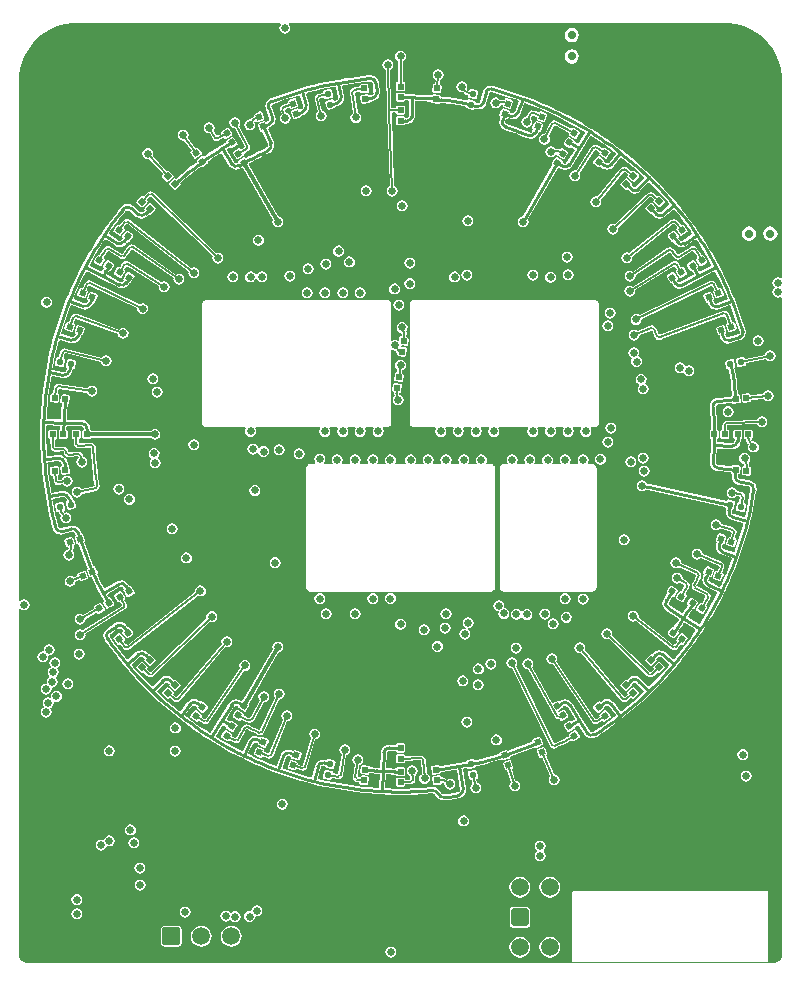
<source format=gbr>
%TF.GenerationSoftware,Altium Limited,Altium Designer,20.1.8 (145)*%
G04 Layer_Physical_Order=1*
G04 Layer_Color=2232046*
%FSLAX43Y43*%
%MOMM*%
%TF.SameCoordinates,D169B7AB-BDD6-48C1-BF66-756871F3EBFE*%
%TF.FilePolarity,Positive*%
%TF.FileFunction,Copper,L1,Top,Signal*%
%TF.Part,Single*%
G01*
G75*
%TA.AperFunction,Conductor*%
%ADD10C,0.127*%
%ADD11C,0.254*%
%ADD12C,0.152*%
%ADD13C,0.152*%
%ADD14C,0.127*%
%ADD15C,0.254*%
%TA.AperFunction,SMDPad,CuDef*%
G04:AMPARAMS|DCode=16|XSize=0.5mm|YSize=0.5mm|CornerRadius=0.003mm|HoleSize=0mm|Usage=FLASHONLY|Rotation=180.000|XOffset=0mm|YOffset=0mm|HoleType=Round|Shape=RoundedRectangle|*
%AMROUNDEDRECTD16*
21,1,0.500,0.495,0,0,180.0*
21,1,0.495,0.500,0,0,180.0*
1,1,0.005,-0.248,0.248*
1,1,0.005,0.248,0.248*
1,1,0.005,0.248,-0.248*
1,1,0.005,-0.248,-0.248*
%
%ADD16ROUNDEDRECTD16*%
G04:AMPARAMS|DCode=17|XSize=0.5mm|YSize=0.5mm|CornerRadius=0.003mm|HoleSize=0mm|Usage=FLASHONLY|Rotation=174.000|XOffset=0mm|YOffset=0mm|HoleType=Round|Shape=RoundedRectangle|*
%AMROUNDEDRECTD17*
21,1,0.500,0.495,0,0,174.0*
21,1,0.495,0.500,0,0,174.0*
1,1,0.005,-0.220,0.272*
1,1,0.005,0.272,0.220*
1,1,0.005,0.220,-0.272*
1,1,0.005,-0.272,-0.220*
%
%ADD17ROUNDEDRECTD17*%
G04:AMPARAMS|DCode=18|XSize=0.5mm|YSize=0.5mm|CornerRadius=0.003mm|HoleSize=0mm|Usage=FLASHONLY|Rotation=168.000|XOffset=0mm|YOffset=0mm|HoleType=Round|Shape=RoundedRectangle|*
%AMROUNDEDRECTD18*
21,1,0.500,0.495,0,0,168.0*
21,1,0.495,0.500,0,0,168.0*
1,1,0.005,-0.191,0.294*
1,1,0.005,0.294,0.191*
1,1,0.005,0.191,-0.294*
1,1,0.005,-0.294,-0.191*
%
%ADD18ROUNDEDRECTD18*%
G04:AMPARAMS|DCode=19|XSize=0.5mm|YSize=0.5mm|CornerRadius=0.003mm|HoleSize=0mm|Usage=FLASHONLY|Rotation=162.000|XOffset=0mm|YOffset=0mm|HoleType=Round|Shape=RoundedRectangle|*
%AMROUNDEDRECTD19*
21,1,0.500,0.495,0,0,162.0*
21,1,0.495,0.500,0,0,162.0*
1,1,0.005,-0.159,0.312*
1,1,0.005,0.312,0.159*
1,1,0.005,0.159,-0.312*
1,1,0.005,-0.312,-0.159*
%
%ADD19ROUNDEDRECTD19*%
G04:AMPARAMS|DCode=20|XSize=0.5mm|YSize=0.5mm|CornerRadius=0.003mm|HoleSize=0mm|Usage=FLASHONLY|Rotation=156.000|XOffset=0mm|YOffset=0mm|HoleType=Round|Shape=RoundedRectangle|*
%AMROUNDEDRECTD20*
21,1,0.500,0.495,0,0,156.0*
21,1,0.495,0.500,0,0,156.0*
1,1,0.005,-0.125,0.327*
1,1,0.005,0.327,0.125*
1,1,0.005,0.125,-0.327*
1,1,0.005,-0.327,-0.125*
%
%ADD20ROUNDEDRECTD20*%
G04:AMPARAMS|DCode=21|XSize=0.5mm|YSize=0.5mm|CornerRadius=0.003mm|HoleSize=0mm|Usage=FLASHONLY|Rotation=150.000|XOffset=0mm|YOffset=0mm|HoleType=Round|Shape=RoundedRectangle|*
%AMROUNDEDRECTD21*
21,1,0.500,0.495,0,0,150.0*
21,1,0.495,0.500,0,0,150.0*
1,1,0.005,-0.091,0.338*
1,1,0.005,0.338,0.091*
1,1,0.005,0.091,-0.338*
1,1,0.005,-0.338,-0.091*
%
%ADD21ROUNDEDRECTD21*%
G04:AMPARAMS|DCode=22|XSize=0.5mm|YSize=0.5mm|CornerRadius=0.003mm|HoleSize=0mm|Usage=FLASHONLY|Rotation=144.000|XOffset=0mm|YOffset=0mm|HoleType=Round|Shape=RoundedRectangle|*
%AMROUNDEDRECTD22*
21,1,0.500,0.495,0,0,144.0*
21,1,0.495,0.500,0,0,144.0*
1,1,0.005,-0.055,0.346*
1,1,0.005,0.346,0.055*
1,1,0.005,0.055,-0.346*
1,1,0.005,-0.346,-0.055*
%
%ADD22ROUNDEDRECTD22*%
G04:AMPARAMS|DCode=23|XSize=0.5mm|YSize=0.5mm|CornerRadius=0.003mm|HoleSize=0mm|Usage=FLASHONLY|Rotation=138.000|XOffset=0mm|YOffset=0mm|HoleType=Round|Shape=RoundedRectangle|*
%AMROUNDEDRECTD23*
21,1,0.500,0.495,0,0,138.0*
21,1,0.495,0.500,0,0,138.0*
1,1,0.005,-0.018,0.350*
1,1,0.005,0.350,0.018*
1,1,0.005,0.018,-0.350*
1,1,0.005,-0.350,-0.018*
%
%ADD23ROUNDEDRECTD23*%
G04:AMPARAMS|DCode=24|XSize=0.5mm|YSize=0.5mm|CornerRadius=0.003mm|HoleSize=0mm|Usage=FLASHONLY|Rotation=132.050|XOffset=0mm|YOffset=0mm|HoleType=Round|Shape=RoundedRectangle|*
%AMROUNDEDRECTD24*
21,1,0.500,0.495,0,0,132.1*
21,1,0.495,0.500,0,0,132.1*
1,1,0.005,0.018,0.350*
1,1,0.005,0.350,-0.018*
1,1,0.005,-0.018,-0.350*
1,1,0.005,-0.350,0.018*
%
%ADD24ROUNDEDRECTD24*%
G04:AMPARAMS|DCode=25|XSize=0.5mm|YSize=0.5mm|CornerRadius=0.003mm|HoleSize=0mm|Usage=FLASHONLY|Rotation=126.000|XOffset=0mm|YOffset=0mm|HoleType=Round|Shape=RoundedRectangle|*
%AMROUNDEDRECTD25*
21,1,0.500,0.495,0,0,126.0*
21,1,0.495,0.500,0,0,126.0*
1,1,0.005,0.055,0.346*
1,1,0.005,0.346,-0.055*
1,1,0.005,-0.055,-0.346*
1,1,0.005,-0.346,0.055*
%
%ADD25ROUNDEDRECTD25*%
G04:AMPARAMS|DCode=26|XSize=0.5mm|YSize=0.5mm|CornerRadius=0.003mm|HoleSize=0mm|Usage=FLASHONLY|Rotation=120.000|XOffset=0mm|YOffset=0mm|HoleType=Round|Shape=RoundedRectangle|*
%AMROUNDEDRECTD26*
21,1,0.500,0.495,0,0,120.0*
21,1,0.495,0.500,0,0,120.0*
1,1,0.005,0.091,0.338*
1,1,0.005,0.338,-0.091*
1,1,0.005,-0.091,-0.338*
1,1,0.005,-0.338,0.091*
%
%ADD26ROUNDEDRECTD26*%
G04:AMPARAMS|DCode=27|XSize=0.5mm|YSize=0.5mm|CornerRadius=0.003mm|HoleSize=0mm|Usage=FLASHONLY|Rotation=114.000|XOffset=0mm|YOffset=0mm|HoleType=Round|Shape=RoundedRectangle|*
%AMROUNDEDRECTD27*
21,1,0.500,0.495,0,0,114.0*
21,1,0.495,0.500,0,0,114.0*
1,1,0.005,0.125,0.327*
1,1,0.005,0.327,-0.125*
1,1,0.005,-0.125,-0.327*
1,1,0.005,-0.327,0.125*
%
%ADD27ROUNDEDRECTD27*%
G04:AMPARAMS|DCode=28|XSize=0.5mm|YSize=0.5mm|CornerRadius=0.003mm|HoleSize=0mm|Usage=FLASHONLY|Rotation=108.000|XOffset=0mm|YOffset=0mm|HoleType=Round|Shape=RoundedRectangle|*
%AMROUNDEDRECTD28*
21,1,0.500,0.495,0,0,108.0*
21,1,0.495,0.500,0,0,108.0*
1,1,0.005,0.159,0.312*
1,1,0.005,0.312,-0.159*
1,1,0.005,-0.159,-0.312*
1,1,0.005,-0.312,0.159*
%
%ADD28ROUNDEDRECTD28*%
G04:AMPARAMS|DCode=29|XSize=0.5mm|YSize=0.5mm|CornerRadius=0.003mm|HoleSize=0mm|Usage=FLASHONLY|Rotation=102.000|XOffset=0mm|YOffset=0mm|HoleType=Round|Shape=RoundedRectangle|*
%AMROUNDEDRECTD29*
21,1,0.500,0.495,0,0,102.0*
21,1,0.495,0.500,0,0,102.0*
1,1,0.005,0.191,0.294*
1,1,0.005,0.294,-0.191*
1,1,0.005,-0.191,-0.294*
1,1,0.005,-0.294,0.191*
%
%ADD29ROUNDEDRECTD29*%
G04:AMPARAMS|DCode=30|XSize=0.5mm|YSize=0.5mm|CornerRadius=0.003mm|HoleSize=0mm|Usage=FLASHONLY|Rotation=96.000|XOffset=0mm|YOffset=0mm|HoleType=Round|Shape=RoundedRectangle|*
%AMROUNDEDRECTD30*
21,1,0.500,0.495,0,0,96.0*
21,1,0.495,0.500,0,0,96.0*
1,1,0.005,0.220,0.272*
1,1,0.005,0.272,-0.220*
1,1,0.005,-0.220,-0.272*
1,1,0.005,-0.272,0.220*
%
%ADD30ROUNDEDRECTD30*%
G04:AMPARAMS|DCode=31|XSize=0.5mm|YSize=0.5mm|CornerRadius=0.003mm|HoleSize=0mm|Usage=FLASHONLY|Rotation=90.000|XOffset=0mm|YOffset=0mm|HoleType=Round|Shape=RoundedRectangle|*
%AMROUNDEDRECTD31*
21,1,0.500,0.495,0,0,90.0*
21,1,0.495,0.500,0,0,90.0*
1,1,0.005,0.248,0.248*
1,1,0.005,0.248,-0.248*
1,1,0.005,-0.248,-0.248*
1,1,0.005,-0.248,0.248*
%
%ADD31ROUNDEDRECTD31*%
G04:AMPARAMS|DCode=32|XSize=0.5mm|YSize=0.5mm|CornerRadius=0.003mm|HoleSize=0mm|Usage=FLASHONLY|Rotation=84.000|XOffset=0mm|YOffset=0mm|HoleType=Round|Shape=RoundedRectangle|*
%AMROUNDEDRECTD32*
21,1,0.500,0.495,0,0,84.0*
21,1,0.495,0.500,0,0,84.0*
1,1,0.005,0.272,0.220*
1,1,0.005,0.220,-0.272*
1,1,0.005,-0.272,-0.220*
1,1,0.005,-0.220,0.272*
%
%ADD32ROUNDEDRECTD32*%
G04:AMPARAMS|DCode=33|XSize=0.5mm|YSize=0.5mm|CornerRadius=0.003mm|HoleSize=0mm|Usage=FLASHONLY|Rotation=78.000|XOffset=0mm|YOffset=0mm|HoleType=Round|Shape=RoundedRectangle|*
%AMROUNDEDRECTD33*
21,1,0.500,0.495,0,0,78.0*
21,1,0.495,0.500,0,0,78.0*
1,1,0.005,0.294,0.191*
1,1,0.005,0.191,-0.294*
1,1,0.005,-0.294,-0.191*
1,1,0.005,-0.191,0.294*
%
%ADD33ROUNDEDRECTD33*%
G04:AMPARAMS|DCode=34|XSize=0.5mm|YSize=0.5mm|CornerRadius=0.003mm|HoleSize=0mm|Usage=FLASHONLY|Rotation=72.000|XOffset=0mm|YOffset=0mm|HoleType=Round|Shape=RoundedRectangle|*
%AMROUNDEDRECTD34*
21,1,0.500,0.495,0,0,72.0*
21,1,0.495,0.500,0,0,72.0*
1,1,0.005,0.312,0.159*
1,1,0.005,0.159,-0.312*
1,1,0.005,-0.312,-0.159*
1,1,0.005,-0.159,0.312*
%
%ADD34ROUNDEDRECTD34*%
G04:AMPARAMS|DCode=35|XSize=0.5mm|YSize=0.5mm|CornerRadius=0.003mm|HoleSize=0mm|Usage=FLASHONLY|Rotation=66.000|XOffset=0mm|YOffset=0mm|HoleType=Round|Shape=RoundedRectangle|*
%AMROUNDEDRECTD35*
21,1,0.500,0.495,0,0,66.0*
21,1,0.495,0.500,0,0,66.0*
1,1,0.005,0.327,0.125*
1,1,0.005,0.125,-0.327*
1,1,0.005,-0.327,-0.125*
1,1,0.005,-0.125,0.327*
%
%ADD35ROUNDEDRECTD35*%
G04:AMPARAMS|DCode=36|XSize=0.5mm|YSize=0.5mm|CornerRadius=0.003mm|HoleSize=0mm|Usage=FLASHONLY|Rotation=60.000|XOffset=0mm|YOffset=0mm|HoleType=Round|Shape=RoundedRectangle|*
%AMROUNDEDRECTD36*
21,1,0.500,0.495,0,0,60.0*
21,1,0.495,0.500,0,0,60.0*
1,1,0.005,0.338,0.091*
1,1,0.005,0.091,-0.338*
1,1,0.005,-0.338,-0.091*
1,1,0.005,-0.091,0.338*
%
%ADD36ROUNDEDRECTD36*%
G04:AMPARAMS|DCode=37|XSize=0.5mm|YSize=0.5mm|CornerRadius=0.003mm|HoleSize=0mm|Usage=FLASHONLY|Rotation=54.000|XOffset=0mm|YOffset=0mm|HoleType=Round|Shape=RoundedRectangle|*
%AMROUNDEDRECTD37*
21,1,0.500,0.495,0,0,54.0*
21,1,0.495,0.500,0,0,54.0*
1,1,0.005,0.346,0.055*
1,1,0.005,0.055,-0.346*
1,1,0.005,-0.346,-0.055*
1,1,0.005,-0.055,0.346*
%
%ADD37ROUNDEDRECTD37*%
G04:AMPARAMS|DCode=38|XSize=0.5mm|YSize=0.5mm|CornerRadius=0.003mm|HoleSize=0mm|Usage=FLASHONLY|Rotation=48.000|XOffset=0mm|YOffset=0mm|HoleType=Round|Shape=RoundedRectangle|*
%AMROUNDEDRECTD38*
21,1,0.500,0.495,0,0,48.0*
21,1,0.495,0.500,0,0,48.0*
1,1,0.005,0.350,0.018*
1,1,0.005,0.018,-0.350*
1,1,0.005,-0.350,-0.018*
1,1,0.005,-0.018,0.350*
%
%ADD38ROUNDEDRECTD38*%
G04:AMPARAMS|DCode=39|XSize=0.5mm|YSize=0.5mm|CornerRadius=0.003mm|HoleSize=0mm|Usage=FLASHONLY|Rotation=42.000|XOffset=0mm|YOffset=0mm|HoleType=Round|Shape=RoundedRectangle|*
%AMROUNDEDRECTD39*
21,1,0.500,0.495,0,0,42.0*
21,1,0.495,0.500,0,0,42.0*
1,1,0.005,0.350,-0.018*
1,1,0.005,-0.018,-0.350*
1,1,0.005,-0.350,0.018*
1,1,0.005,0.018,0.350*
%
%ADD39ROUNDEDRECTD39*%
G04:AMPARAMS|DCode=40|XSize=0.5mm|YSize=0.5mm|CornerRadius=0.003mm|HoleSize=0mm|Usage=FLASHONLY|Rotation=36.000|XOffset=0mm|YOffset=0mm|HoleType=Round|Shape=RoundedRectangle|*
%AMROUNDEDRECTD40*
21,1,0.500,0.495,0,0,36.0*
21,1,0.495,0.500,0,0,36.0*
1,1,0.005,0.346,-0.055*
1,1,0.005,-0.055,-0.346*
1,1,0.005,-0.346,0.055*
1,1,0.005,0.055,0.346*
%
%ADD40ROUNDEDRECTD40*%
G04:AMPARAMS|DCode=41|XSize=0.5mm|YSize=0.5mm|CornerRadius=0.003mm|HoleSize=0mm|Usage=FLASHONLY|Rotation=30.000|XOffset=0mm|YOffset=0mm|HoleType=Round|Shape=RoundedRectangle|*
%AMROUNDEDRECTD41*
21,1,0.500,0.495,0,0,30.0*
21,1,0.495,0.500,0,0,30.0*
1,1,0.005,0.338,-0.091*
1,1,0.005,-0.091,-0.338*
1,1,0.005,-0.338,0.091*
1,1,0.005,0.091,0.338*
%
%ADD41ROUNDEDRECTD41*%
G04:AMPARAMS|DCode=42|XSize=0.5mm|YSize=0.5mm|CornerRadius=0.003mm|HoleSize=0mm|Usage=FLASHONLY|Rotation=24.000|XOffset=0mm|YOffset=0mm|HoleType=Round|Shape=RoundedRectangle|*
%AMROUNDEDRECTD42*
21,1,0.500,0.495,0,0,24.0*
21,1,0.495,0.500,0,0,24.0*
1,1,0.005,0.327,-0.125*
1,1,0.005,-0.125,-0.327*
1,1,0.005,-0.327,0.125*
1,1,0.005,0.125,0.327*
%
%ADD42ROUNDEDRECTD42*%
G04:AMPARAMS|DCode=43|XSize=0.5mm|YSize=0.5mm|CornerRadius=0.003mm|HoleSize=0mm|Usage=FLASHONLY|Rotation=18.000|XOffset=0mm|YOffset=0mm|HoleType=Round|Shape=RoundedRectangle|*
%AMROUNDEDRECTD43*
21,1,0.500,0.495,0,0,18.0*
21,1,0.495,0.500,0,0,18.0*
1,1,0.005,0.312,-0.159*
1,1,0.005,-0.159,-0.312*
1,1,0.005,-0.312,0.159*
1,1,0.005,0.159,0.312*
%
%ADD43ROUNDEDRECTD43*%
G04:AMPARAMS|DCode=44|XSize=0.5mm|YSize=0.5mm|CornerRadius=0.003mm|HoleSize=0mm|Usage=FLASHONLY|Rotation=12.000|XOffset=0mm|YOffset=0mm|HoleType=Round|Shape=RoundedRectangle|*
%AMROUNDEDRECTD44*
21,1,0.500,0.495,0,0,12.0*
21,1,0.495,0.500,0,0,12.0*
1,1,0.005,0.294,-0.191*
1,1,0.005,-0.191,-0.294*
1,1,0.005,-0.294,0.191*
1,1,0.005,0.191,0.294*
%
%ADD44ROUNDEDRECTD44*%
G04:AMPARAMS|DCode=45|XSize=0.5mm|YSize=0.5mm|CornerRadius=0.003mm|HoleSize=0mm|Usage=FLASHONLY|Rotation=6.000|XOffset=0mm|YOffset=0mm|HoleType=Round|Shape=RoundedRectangle|*
%AMROUNDEDRECTD45*
21,1,0.500,0.495,0,0,6.0*
21,1,0.495,0.500,0,0,6.0*
1,1,0.005,0.272,-0.220*
1,1,0.005,-0.220,-0.272*
1,1,0.005,-0.272,0.220*
1,1,0.005,0.220,0.272*
%
%ADD45ROUNDEDRECTD45*%
G04:AMPARAMS|DCode=46|XSize=0.5mm|YSize=0.5mm|CornerRadius=0.003mm|HoleSize=0mm|Usage=FLASHONLY|Rotation=352.000|XOffset=0mm|YOffset=0mm|HoleType=Round|Shape=RoundedRectangle|*
%AMROUNDEDRECTD46*
21,1,0.500,0.495,0,0,352.0*
21,1,0.495,0.500,0,0,352.0*
1,1,0.005,0.211,-0.280*
1,1,0.005,-0.280,-0.211*
1,1,0.005,-0.211,0.280*
1,1,0.005,0.280,0.211*
%
%ADD46ROUNDEDRECTD46*%
%TA.AperFunction,Conductor*%
%ADD47C,0.305*%
%TA.AperFunction,ComponentPad*%
%ADD48O,1.900X1.100*%
%ADD49O,2.200X1.100*%
%ADD50C,0.700*%
%ADD51C,1.500*%
G04:AMPARAMS|DCode=52|XSize=1.5mm|YSize=1.5mm|CornerRadius=0.15mm|HoleSize=0mm|Usage=FLASHONLY|Rotation=0.000|XOffset=0mm|YOffset=0mm|HoleType=Round|Shape=RoundedRectangle|*
%AMROUNDEDRECTD52*
21,1,1.500,1.200,0,0,0.0*
21,1,1.200,1.500,0,0,0.0*
1,1,0.300,0.600,-0.600*
1,1,0.300,-0.600,-0.600*
1,1,0.300,-0.600,0.600*
1,1,0.300,0.600,0.600*
%
%ADD52ROUNDEDRECTD52*%
G04:AMPARAMS|DCode=53|XSize=1.5mm|YSize=1.5mm|CornerRadius=0.188mm|HoleSize=0mm|Usage=FLASHONLY|Rotation=0.000|XOffset=0mm|YOffset=0mm|HoleType=Round|Shape=RoundedRectangle|*
%AMROUNDEDRECTD53*
21,1,1.500,1.125,0,0,0.0*
21,1,1.125,1.500,0,0,0.0*
1,1,0.375,0.563,-0.563*
1,1,0.375,-0.563,-0.563*
1,1,0.375,-0.563,0.563*
1,1,0.375,0.563,0.563*
%
%ADD53ROUNDEDRECTD53*%
%TA.AperFunction,ViaPad*%
%ADD54C,0.660*%
%ADD55C,0.760*%
%ADD56C,3.200*%
%ADD57C,1.300*%
G36*
X1060314Y1079796D02*
X1060938Y1079714D01*
X1061545Y1079551D01*
X1062126Y1079311D01*
X1062670Y1078996D01*
X1063169Y1078614D01*
X1063614Y1078169D01*
X1063996Y1077670D01*
X1064311Y1077126D01*
X1064551Y1076545D01*
X1064714Y1075938D01*
X1064796Y1075314D01*
X1064796Y1075000D01*
Y1058294D01*
X1064694Y1058239D01*
X1064636Y1058278D01*
X1064458Y1058314D01*
X1064279Y1058278D01*
X1064128Y1058177D01*
X1064027Y1058026D01*
X1063992Y1057848D01*
X1064027Y1057670D01*
X1064128Y1057519D01*
X1064167Y1057493D01*
Y1057391D01*
X1064128Y1057365D01*
X1064027Y1057214D01*
X1063992Y1057036D01*
X1064027Y1056857D01*
X1064128Y1056706D01*
X1064279Y1056605D01*
X1064458Y1056570D01*
X1064636Y1056605D01*
X1064694Y1056644D01*
X1064796Y1056590D01*
Y1001000D01*
Y1000922D01*
X1064766Y1000768D01*
X1064705Y1000623D01*
X1064618Y1000492D01*
X1064507Y1000382D01*
X1064377Y1000294D01*
X1064232Y1000234D01*
X1064078Y1000204D01*
X1000922D01*
X1000768Y1000234D01*
X1000623Y1000294D01*
X1000492Y1000382D01*
X1000382Y1000492D01*
X1000294Y1000623D01*
X1000234Y1000768D01*
X1000204Y1000922D01*
Y1001000D01*
Y1030216D01*
X1000305Y1030246D01*
X1000312Y1030237D01*
X1000463Y1030136D01*
X1000641Y1030100D01*
X1000820Y1030136D01*
X1000971Y1030237D01*
X1001072Y1030388D01*
X1001107Y1030566D01*
X1001072Y1030745D01*
X1000971Y1030896D01*
X1000820Y1030997D01*
X1000641Y1031032D01*
X1000463Y1030997D01*
X1000312Y1030896D01*
X1000305Y1030887D01*
X1000204Y1030917D01*
Y1075000D01*
X1000204Y1075314D01*
X1000286Y1075938D01*
X1000449Y1076545D01*
X1000689Y1077126D01*
X1001004Y1077670D01*
X1001386Y1078169D01*
X1001831Y1078614D01*
X1002330Y1078996D01*
X1002874Y1079311D01*
X1003455Y1079551D01*
X1004062Y1079714D01*
X1004686Y1079796D01*
X1005000Y1079796D01*
X1022301D01*
X1022347Y1079694D01*
X1022270Y1079578D01*
X1022234Y1079400D01*
X1022270Y1079222D01*
X1022371Y1079071D01*
X1022522Y1078969D01*
X1022700Y1078934D01*
X1022878Y1078969D01*
X1023029Y1079071D01*
X1023130Y1079222D01*
X1023166Y1079400D01*
X1023130Y1079578D01*
X1023053Y1079694D01*
X1023099Y1079796D01*
X1060000D01*
X1060314Y1079796D01*
D02*
G37*
%LPC*%
G36*
X1047000Y1079420D02*
X1046766Y1079373D01*
X1046567Y1079241D01*
X1046435Y1079042D01*
X1046388Y1078808D01*
X1046435Y1078574D01*
X1046567Y1078375D01*
X1046766Y1078243D01*
X1047000Y1078196D01*
X1047234Y1078243D01*
X1047433Y1078375D01*
X1047565Y1078574D01*
X1047612Y1078808D01*
X1047565Y1079042D01*
X1047433Y1079241D01*
X1047234Y1079373D01*
X1047000Y1079420D01*
D02*
G37*
G36*
Y1077620D02*
X1046766Y1077573D01*
X1046567Y1077441D01*
X1046435Y1077242D01*
X1046388Y1077008D01*
X1046435Y1076774D01*
X1046567Y1076575D01*
X1046766Y1076443D01*
X1047000Y1076396D01*
X1047234Y1076443D01*
X1047433Y1076575D01*
X1047565Y1076774D01*
X1047612Y1077008D01*
X1047565Y1077242D01*
X1047433Y1077441D01*
X1047234Y1077573D01*
X1047000Y1077620D01*
D02*
G37*
G36*
X1029966Y1075402D02*
X1029937Y1075398D01*
X1029930Y1075399D01*
X1029920Y1075397D01*
X1029910Y1075398D01*
X1029843Y1075393D01*
X1029841Y1075392D01*
X1029839Y1075393D01*
X1029313Y1075342D01*
X1029311Y1075341D01*
X1029309Y1075342D01*
X1028784Y1075282D01*
X1028782Y1075281D01*
X1028780Y1075281D01*
X1028256Y1075212D01*
X1028254Y1075212D01*
X1028252Y1075212D01*
X1027730Y1075134D01*
X1027727Y1075133D01*
X1027725Y1075133D01*
X1027204Y1075046D01*
X1027203Y1075045D01*
X1027202Y1075045D01*
X1027201Y1075045D01*
X1027200Y1075045D01*
X1026681Y1074949D01*
X1026679Y1074948D01*
X1026676Y1074948D01*
X1026159Y1074843D01*
X1026157Y1074842D01*
X1026155Y1074842D01*
X1025639Y1074728D01*
X1025637Y1074727D01*
X1025635Y1074726D01*
X1025121Y1074603D01*
X1025119Y1074602D01*
X1025117Y1074602D01*
X1024606Y1074470D01*
X1024604Y1074469D01*
X1024602Y1074469D01*
X1024093Y1074328D01*
X1024092Y1074327D01*
X1024091Y1074327D01*
X1024090Y1074327D01*
X1024088Y1074326D01*
X1023582Y1074177D01*
X1023580Y1074175D01*
X1023578Y1074175D01*
X1023074Y1074016D01*
X1023072Y1074015D01*
X1023070Y1074015D01*
X1022569Y1073848D01*
X1022567Y1073846D01*
X1022565Y1073846D01*
X1022067Y1073670D01*
X1022065Y1073669D01*
X1022063Y1073668D01*
X1021569Y1073483D01*
X1021567Y1073482D01*
X1021564Y1073482D01*
X1021502Y1073457D01*
X1021479Y1073443D01*
X1021406Y1073412D01*
X1021258Y1073298D01*
X1021144Y1073150D01*
X1021072Y1072977D01*
X1021047Y1072791D01*
X1021072Y1072605D01*
X1021096Y1072547D01*
X1021101Y1072523D01*
X1021395Y1071796D01*
X1021394Y1071795D01*
X1021391Y1071793D01*
X1021406Y1071720D01*
X1021391Y1071646D01*
X1021360Y1071600D01*
X1021286Y1071541D01*
D01*
X1021196Y1071498D01*
X1021135Y1071472D01*
X1021063Y1071539D01*
X1020956Y1071536D01*
X1020504Y1071335D01*
X1020430Y1071257D01*
X1020433Y1071150D01*
X1020634Y1070698D01*
X1020712Y1070624D01*
X1020807Y1070627D01*
X1021280Y1069564D01*
X1021279Y1069564D01*
X1021275Y1069562D01*
X1021279Y1069557D01*
X1021293Y1069483D01*
X1021279Y1069408D01*
X1021236Y1069345D01*
X1021180Y1069307D01*
Y1069307D01*
X1021168Y1069296D01*
X1020750Y1069097D01*
X1020748Y1069095D01*
X1020746Y1069095D01*
X1020331Y1068888D01*
X1020329Y1068887D01*
X1020327Y1068886D01*
X1019916Y1068672D01*
X1019914Y1068671D01*
X1019912Y1068670D01*
X1019505Y1068449D01*
X1019503Y1068447D01*
X1019501Y1068447D01*
X1019430Y1068406D01*
X1019352Y1068466D01*
X1019245Y1068453D01*
X1018817Y1068205D01*
X1018752Y1068120D01*
X1018760Y1068054D01*
X1018698Y1067983D01*
X1018678Y1067980D01*
X1018653Y1067963D01*
X1018578Y1067948D01*
X1018504Y1067963D01*
X1018485Y1067975D01*
X1018417Y1068041D01*
X1018417Y1068041D01*
X1018406Y1068043D01*
X1017767Y1069066D01*
X1017790Y1069165D01*
X1017929Y1069250D01*
X1018026Y1069307D01*
X1018098Y1069252D01*
X1018204Y1069266D01*
X1018633Y1069513D01*
X1018698Y1069598D01*
X1018684Y1069705D01*
X1018437Y1070133D01*
X1018352Y1070198D01*
X1018245Y1070185D01*
X1017817Y1069937D01*
X1017752Y1069852D01*
X1017764Y1069754D01*
X1017664Y1069695D01*
X1017662Y1069694D01*
X1017660Y1069693D01*
X1017235Y1069433D01*
X1017235Y1069432D01*
X1017234Y1069431D01*
X1017233Y1069431D01*
X1017232Y1069430D01*
X1016811Y1069162D01*
X1016810Y1069161D01*
X1016808Y1069160D01*
X1016392Y1068885D01*
X1016390Y1068883D01*
X1016388Y1068882D01*
X1015978Y1068600D01*
X1015976Y1068599D01*
X1015974Y1068598D01*
X1015879Y1068530D01*
X1015795Y1068582D01*
X1015691Y1068557D01*
X1015291Y1068266D01*
X1015235Y1068174D01*
X1015258Y1068078D01*
X1015164Y1068009D01*
X1015163Y1068008D01*
X1015161Y1068006D01*
X1014765Y1067703D01*
X1014764Y1067701D01*
X1014762Y1067700D01*
X1014372Y1067390D01*
X1014370Y1067388D01*
X1014368Y1067387D01*
X1013984Y1067070D01*
X1013982Y1067069D01*
X1013980Y1067068D01*
X1013601Y1066744D01*
X1013600Y1066742D01*
X1013598Y1066741D01*
X1013511Y1066664D01*
X1013422Y1066706D01*
X1013321Y1066671D01*
X1012953Y1066339D01*
X1012907Y1066242D01*
X1012943Y1066141D01*
X1013274Y1065773D01*
X1013371Y1065727D01*
X1013472Y1065763D01*
X1013840Y1066094D01*
X1013886Y1066191D01*
X1013855Y1066277D01*
X1013939Y1066351D01*
X1014315Y1066672D01*
X1014696Y1066986D01*
X1015082Y1067294D01*
X1015474Y1067594D01*
X1015564Y1067661D01*
X1015642Y1067613D01*
X1015746Y1067638D01*
X1016147Y1067929D01*
X1016203Y1068021D01*
X1016182Y1068109D01*
X1016273Y1068175D01*
X1016680Y1068454D01*
X1017092Y1068727D01*
X1017229Y1068814D01*
X1017328Y1068792D01*
X1017971Y1067762D01*
X1017984Y1067749D01*
X1018071Y1067635D01*
X1018220Y1067521D01*
X1018393Y1067449D01*
X1018578Y1067425D01*
X1018764Y1067449D01*
X1018872Y1067494D01*
X1018937Y1067521D01*
X1018937Y1067521D01*
X1018962Y1067528D01*
X1018964Y1067530D01*
X1019056Y1067552D01*
X1019098Y1067520D01*
X1019164Y1067528D01*
X1021669Y1063190D01*
X1021634Y1063013D01*
X1021669Y1062835D01*
X1021771Y1062684D01*
X1021922Y1062583D01*
X1022100Y1062547D01*
X1022278Y1062583D01*
X1022430Y1062684D01*
X1022530Y1062835D01*
X1022566Y1063013D01*
X1022530Y1063192D01*
X1022430Y1063343D01*
X1022278Y1063444D01*
X1022168Y1063466D01*
X1019658Y1067813D01*
X1019698Y1067866D01*
X1019687Y1067957D01*
X1019754Y1067995D01*
X1020157Y1068214D01*
X1020564Y1068425D01*
X1020975Y1068630D01*
X1021389Y1068828D01*
X1021397Y1068831D01*
X1021413Y1068843D01*
X1021458Y1068861D01*
X1021606Y1068975D01*
X1021720Y1069124D01*
X1021792Y1069297D01*
X1021816Y1069483D01*
X1021792Y1069668D01*
X1021759Y1069748D01*
X1021753Y1069775D01*
X1021280Y1070837D01*
X1021345Y1070906D01*
X1021343Y1070997D01*
X1021446Y1071042D01*
X1021485Y1071058D01*
X1021485Y1071058D01*
X1021485Y1071058D01*
X1021486Y1071059D01*
X1021486Y1071059D01*
X1021486Y1071059D01*
X1021487Y1071059D01*
X1021570Y1071099D01*
X1021719Y1071213D01*
X1021833Y1071361D01*
X1021904Y1071534D01*
X1021929Y1071720D01*
X1021904Y1071906D01*
X1021879Y1071966D01*
X1021875Y1071990D01*
X1021581Y1072717D01*
X1021585Y1072718D01*
X1021571Y1072791D01*
X1021585Y1072865D01*
X1021618Y1072914D01*
X1021694Y1072971D01*
X1021694Y1072971D01*
Y1072971D01*
X1021787Y1073012D01*
X1022242Y1073182D01*
X1022736Y1073357D01*
X1023232Y1073523D01*
X1023732Y1073681D01*
X1023916Y1073735D01*
X1024005Y1073686D01*
X1024256Y1072809D01*
X1024256Y1072808D01*
X1024250Y1072807D01*
X1024260Y1072754D01*
X1024246Y1072679D01*
X1024203Y1072616D01*
X1024141Y1072574D01*
X1024120Y1072570D01*
X1024120Y1072570D01*
X1024075Y1072549D01*
X1023964Y1072515D01*
X1023900Y1072589D01*
X1023793Y1072598D01*
X1023322Y1072445D01*
X1023241Y1072375D01*
X1023232Y1072268D01*
X1023385Y1071797D01*
X1023455Y1071716D01*
X1023562Y1071708D01*
X1024033Y1071860D01*
X1024114Y1071930D01*
X1024121Y1072021D01*
X1024229Y1072055D01*
X1024269Y1072067D01*
X1024269Y1072067D01*
X1024269Y1072067D01*
X1024270Y1072067D01*
X1024280Y1072072D01*
X1024283Y1072074D01*
X1024295Y1072076D01*
X1024306Y1072083D01*
X1024425Y1072132D01*
X1024573Y1072246D01*
X1024687Y1072395D01*
X1024759Y1072568D01*
X1024783Y1072754D01*
X1024759Y1072939D01*
X1024755Y1072950D01*
X1024754Y1072952D01*
X1024503Y1073829D01*
X1024552Y1073918D01*
X1024738Y1073969D01*
X1025245Y1074100D01*
X1025754Y1074222D01*
X1026265Y1074336D01*
X1026777Y1074440D01*
X1026967Y1074475D01*
X1027050Y1074417D01*
X1027208Y1073519D01*
X1027208Y1073518D01*
X1027201Y1073517D01*
X1027208Y1073483D01*
X1027193Y1073409D01*
X1027151Y1073346D01*
X1027135Y1073335D01*
X1027048Y1073296D01*
Y1073296D01*
X1026953Y1073270D01*
X1026887Y1073256D01*
X1026831Y1073337D01*
X1026726Y1073357D01*
X1026241Y1073254D01*
X1026153Y1073193D01*
X1026133Y1073088D01*
X1026236Y1072603D01*
X1026297Y1072515D01*
X1026403Y1072495D01*
X1026887Y1072598D01*
X1026975Y1072659D01*
X1026992Y1072749D01*
X1027102Y1072771D01*
X1027145Y1072779D01*
X1027160Y1072785D01*
X1027199Y1072790D01*
X1027372Y1072862D01*
X1027521Y1072976D01*
X1027635Y1073125D01*
X1027706Y1073298D01*
X1027731Y1073483D01*
X1027718Y1073581D01*
X1027719Y1073609D01*
X1027560Y1074507D01*
X1027619Y1074590D01*
X1027808Y1074622D01*
X1028326Y1074699D01*
X1028845Y1074767D01*
X1029365Y1074827D01*
X1029849Y1074873D01*
X1029951Y1074876D01*
D01*
X1030045Y1074861D01*
X1030103Y1074822D01*
X1030145Y1074759D01*
X1030158Y1074697D01*
X1030163Y1074698D01*
X1030164Y1074697D01*
X1030211Y1074015D01*
X1030212Y1073913D01*
D01*
X1030196Y1073820D01*
X1030158Y1073763D01*
X1030095Y1073721D01*
X1030036Y1073709D01*
X1030036Y1073709D01*
X1030036Y1073709D01*
X1029987Y1073699D01*
X1029871Y1073688D01*
X1029824Y1073775D01*
X1029721Y1073805D01*
X1029229Y1073753D01*
X1029135Y1073702D01*
X1029104Y1073599D01*
X1029156Y1073107D01*
X1029207Y1073013D01*
X1029310Y1072982D01*
X1029802Y1073034D01*
X1029897Y1073085D01*
X1029923Y1073173D01*
X1030034Y1073183D01*
X1030077Y1073187D01*
X1030080Y1073188D01*
X1030104Y1073194D01*
X1030206Y1073208D01*
X1030379Y1073279D01*
X1030528Y1073393D01*
X1030642Y1073542D01*
X1030714Y1073715D01*
X1030738Y1073901D01*
X1030734Y1073935D01*
X1030735Y1073948D01*
X1030735Y1073950D01*
X1030735Y1073950D01*
X1030735Y1073951D01*
X1030680Y1074733D01*
X1030673Y1074759D01*
X1030659Y1074870D01*
X1030587Y1075043D01*
X1030473Y1075192D01*
X1030325Y1075306D01*
X1030152Y1075377D01*
X1029966Y1075402D01*
D02*
G37*
G36*
X1035699Y1075898D02*
X1035520Y1075863D01*
X1035369Y1075762D01*
X1035268Y1075611D01*
X1035233Y1075432D01*
X1035268Y1075254D01*
X1035369Y1075103D01*
X1035462Y1075041D01*
X1035426Y1074695D01*
X1035373Y1074700D01*
X1035270Y1074670D01*
X1035219Y1074575D01*
X1035167Y1074083D01*
X1035197Y1073980D01*
X1035292Y1073929D01*
X1035784Y1073877D01*
X1035887Y1073908D01*
X1035938Y1074002D01*
X1035990Y1074494D01*
X1035959Y1074597D01*
X1035865Y1074648D01*
X1035812Y1074654D01*
X1035848Y1074996D01*
X1035877Y1075002D01*
X1036028Y1075103D01*
X1036129Y1075254D01*
X1036165Y1075432D01*
X1036129Y1075611D01*
X1036028Y1075762D01*
X1035877Y1075863D01*
X1035699Y1075898D01*
D02*
G37*
G36*
X1029627Y1074700D02*
X1029135Y1074648D01*
X1029041Y1074597D01*
X1029010Y1074494D01*
X1029016Y1074435D01*
X1028570Y1074380D01*
X1028570Y1074380D01*
X1028569Y1074380D01*
X1028568Y1074380D01*
X1028548Y1074373D01*
X1028468Y1074357D01*
X1028342Y1074273D01*
X1028258Y1074147D01*
X1028229Y1073998D01*
X1028237Y1073957D01*
X1028236Y1073944D01*
X1028479Y1072219D01*
X1028399Y1072166D01*
X1028298Y1072015D01*
X1028262Y1071836D01*
X1028298Y1071658D01*
X1028399Y1071507D01*
X1028550Y1071406D01*
X1028728Y1071370D01*
X1028907Y1071406D01*
X1029058Y1071507D01*
X1029159Y1071658D01*
X1029194Y1071836D01*
X1029159Y1072015D01*
X1029058Y1072166D01*
X1028907Y1072267D01*
X1028863Y1072276D01*
X1028635Y1073897D01*
X1028719Y1074007D01*
X1029011Y1074043D01*
X1029062Y1074002D01*
X1029113Y1073908D01*
X1029216Y1073877D01*
X1029708Y1073929D01*
X1029803Y1073980D01*
X1029833Y1074083D01*
X1029781Y1074575D01*
X1029730Y1074670D01*
X1029627Y1074700D01*
D02*
G37*
G36*
X1032500Y1077466D02*
X1032322Y1077430D01*
X1032171Y1077329D01*
X1032070Y1077178D01*
X1032034Y1077000D01*
X1032070Y1076822D01*
X1032171Y1076671D01*
X1032306Y1076580D01*
Y1074838D01*
X1032252D01*
X1032153Y1074797D01*
X1032112Y1074698D01*
Y1074203D01*
X1032153Y1074103D01*
X1032252Y1074062D01*
X1032748D01*
X1032847Y1074103D01*
X1032888Y1074203D01*
Y1074698D01*
X1032847Y1074797D01*
X1032748Y1074838D01*
X1032694D01*
Y1076580D01*
X1032829Y1076671D01*
X1032930Y1076822D01*
X1032966Y1077000D01*
X1032930Y1077178D01*
X1032829Y1077329D01*
X1032678Y1077430D01*
X1032500Y1077466D01*
D02*
G37*
G36*
X1037692Y1074912D02*
X1037514Y1074876D01*
X1037363Y1074775D01*
X1037262Y1074624D01*
X1037226Y1074446D01*
X1037262Y1074267D01*
X1037363Y1074116D01*
X1037514Y1074015D01*
X1037692Y1073980D01*
X1037798Y1074001D01*
X1037832Y1073958D01*
X1037845Y1073947D01*
X1037890Y1073888D01*
X1038054Y1073763D01*
X1038204Y1073700D01*
X1038192Y1073645D01*
X1038212Y1073539D01*
X1038300Y1073479D01*
X1038785Y1073376D01*
X1038890Y1073395D01*
X1038951Y1073484D01*
X1039054Y1073968D01*
X1039034Y1074073D01*
X1038946Y1074134D01*
X1038462Y1074237D01*
X1038356Y1074218D01*
X1038295Y1074129D01*
X1038250Y1074111D01*
X1038168Y1074166D01*
X1038143Y1074204D01*
X1038129Y1074298D01*
X1038158Y1074446D01*
X1038123Y1074624D01*
X1038022Y1074775D01*
X1037870Y1074876D01*
X1037692Y1074912D01*
D02*
G37*
G36*
X1026538Y1074237D02*
X1026054Y1074134D01*
X1025966Y1074073D01*
X1025946Y1073968D01*
X1025959Y1073909D01*
X1025521Y1073808D01*
X1025519Y1073808D01*
X1025518Y1073807D01*
X1025518Y1073807D01*
X1025505Y1073801D01*
X1025458Y1073792D01*
X1025333Y1073708D01*
X1025248Y1073582D01*
X1025219Y1073433D01*
X1025233Y1073362D01*
X1025234Y1073340D01*
X1025485Y1072331D01*
X1025445Y1072304D01*
X1025344Y1072152D01*
X1025309Y1071974D01*
X1025344Y1071796D01*
X1025445Y1071645D01*
X1025596Y1071544D01*
X1025775Y1071508D01*
X1025953Y1071544D01*
X1026104Y1071645D01*
X1026205Y1071796D01*
X1026240Y1071974D01*
X1026205Y1072152D01*
X1026104Y1072304D01*
X1025953Y1072405D01*
X1025863Y1072423D01*
X1025635Y1073335D01*
X1025708Y1073453D01*
X1025994Y1073519D01*
X1026049Y1073484D01*
X1026110Y1073395D01*
X1026215Y1073376D01*
X1026700Y1073479D01*
X1026788Y1073539D01*
X1026808Y1073645D01*
X1026705Y1074129D01*
X1026644Y1074218D01*
X1026538Y1074237D01*
D02*
G37*
G36*
X1040549Y1073535D02*
X1040370Y1073499D01*
X1040219Y1073398D01*
X1040118Y1073247D01*
X1040083Y1073069D01*
X1040118Y1072891D01*
X1040219Y1072739D01*
X1040370Y1072638D01*
X1040549Y1072603D01*
X1040727Y1072638D01*
X1040878Y1072739D01*
X1040979Y1072891D01*
X1040979Y1072893D01*
X1041073Y1072942D01*
X1041156Y1072889D01*
X1041164Y1072786D01*
X1041245Y1072716D01*
X1041716Y1072563D01*
X1041823Y1072572D01*
X1041893Y1072653D01*
X1042046Y1073124D01*
X1042037Y1073231D01*
X1041956Y1073301D01*
X1041485Y1073454D01*
X1041378Y1073445D01*
X1041308Y1073364D01*
X1041292Y1073313D01*
X1041061Y1073343D01*
X1040928Y1073326D01*
X1040927Y1073326D01*
X1040878Y1073398D01*
X1040727Y1073499D01*
X1040549Y1073535D01*
D02*
G37*
G36*
X1023515Y1073454D02*
X1023044Y1073301D01*
X1022963Y1073231D01*
X1022954Y1073124D01*
X1022973Y1073067D01*
X1022548Y1072921D01*
X1022547Y1072920D01*
X1022524Y1072916D01*
X1022398Y1072832D01*
X1022314Y1072706D01*
X1022284Y1072557D01*
X1022311Y1072425D01*
X1022311D01*
X1022312Y1072425D01*
X1022425Y1072112D01*
X1022423Y1072111D01*
X1022322Y1071960D01*
X1022286Y1071781D01*
X1022322Y1071603D01*
X1022423Y1071452D01*
X1022574Y1071351D01*
X1022752Y1071315D01*
X1022931Y1071351D01*
X1023082Y1071452D01*
X1023183Y1071603D01*
X1023218Y1071781D01*
X1023183Y1071960D01*
X1023082Y1072111D01*
X1022931Y1072212D01*
X1022792Y1072239D01*
X1022711Y1072462D01*
X1022771Y1072587D01*
X1023049Y1072682D01*
X1023107Y1072653D01*
X1023177Y1072572D01*
X1023284Y1072563D01*
X1023755Y1072716D01*
X1023836Y1072786D01*
X1023845Y1072893D01*
X1023692Y1073364D01*
X1023622Y1073445D01*
X1023515Y1073454D01*
D02*
G37*
G36*
X1031408Y1076747D02*
X1031229Y1076711D01*
X1031078Y1076610D01*
X1030977Y1076459D01*
X1030942Y1076281D01*
X1030977Y1076103D01*
X1031078Y1075951D01*
X1031228Y1075851D01*
X1031348Y1072420D01*
X1031572Y1065998D01*
X1031452Y1065918D01*
X1031351Y1065767D01*
X1031315Y1065588D01*
X1031351Y1065410D01*
X1031452Y1065259D01*
X1031603Y1065158D01*
X1031781Y1065122D01*
X1031959Y1065158D01*
X1032110Y1065259D01*
X1032212Y1065410D01*
X1032247Y1065588D01*
X1032212Y1065767D01*
X1032110Y1065918D01*
X1031960Y1066018D01*
X1031743Y1072244D01*
X1031945Y1072255D01*
X1032059Y1072256D01*
X1032112Y1072203D01*
X1032153Y1072103D01*
X1032252Y1072062D01*
X1032748D01*
X1032847Y1072103D01*
X1032888Y1072203D01*
Y1072698D01*
X1032847Y1072797D01*
X1032748Y1072838D01*
X1032252D01*
X1032153Y1072797D01*
X1032112Y1072698D01*
Y1072644D01*
X1031939Y1072644D01*
X1031933Y1072643D01*
X1031928Y1072644D01*
X1031802Y1072636D01*
X1031727Y1072705D01*
X1031616Y1075871D01*
X1031737Y1075951D01*
X1031838Y1076103D01*
X1031874Y1076281D01*
X1031838Y1076459D01*
X1031737Y1076610D01*
X1031586Y1076711D01*
X1031408Y1076747D01*
D02*
G37*
G36*
X1020697Y1072362D02*
X1020590Y1072359D01*
X1020138Y1072157D01*
X1020064Y1072080D01*
X1020067Y1071977D01*
X1020022Y1071891D01*
X1019907Y1071814D01*
X1019876Y1071768D01*
X1019863Y1071755D01*
X1019793Y1071652D01*
X1019721Y1071666D01*
X1019543Y1071630D01*
X1019392Y1071529D01*
X1019291Y1071378D01*
X1019256Y1071200D01*
X1019291Y1071021D01*
X1019392Y1070870D01*
X1019543Y1070769D01*
X1019721Y1070734D01*
X1019900Y1070769D01*
X1020051Y1070870D01*
X1020152Y1071021D01*
X1020187Y1071200D01*
X1020152Y1071378D01*
X1020125Y1071419D01*
X1020174Y1071507D01*
X1020220Y1071514D01*
X1020248Y1071514D01*
X1020286Y1071503D01*
X1020346Y1071446D01*
X1020453Y1071449D01*
X1020905Y1071650D01*
X1020979Y1071728D01*
X1020976Y1071835D01*
X1020775Y1072288D01*
X1020697Y1072362D01*
D02*
G37*
G36*
X1043666Y1072426D02*
X1043496Y1072393D01*
X1043352Y1072296D01*
X1043255Y1072152D01*
X1043255Y1072148D01*
X1043258Y1072146D01*
X1043153Y1071886D01*
X1042998Y1071855D01*
X1042847Y1071754D01*
X1042746Y1071603D01*
X1042710Y1071425D01*
X1042746Y1071246D01*
X1042847Y1071095D01*
X1042998Y1070994D01*
X1043176Y1070959D01*
X1043355Y1070994D01*
X1043506Y1071095D01*
X1043607Y1071246D01*
X1043642Y1071425D01*
X1043607Y1071603D01*
X1043514Y1071742D01*
X1043602Y1071959D01*
X1043639Y1071988D01*
X1043681Y1072005D01*
X1043728Y1072012D01*
X1044000Y1071896D01*
X1044024Y1071835D01*
X1044021Y1071728D01*
X1044095Y1071650D01*
X1044547Y1071449D01*
X1044654Y1071446D01*
X1044732Y1071520D01*
X1044933Y1071972D01*
X1044936Y1072080D01*
X1044862Y1072157D01*
X1044410Y1072359D01*
X1044303Y1072362D01*
X1044225Y1072288D01*
X1044200Y1072233D01*
X1043932Y1072347D01*
X1043840Y1072390D01*
X1043837Y1072393D01*
X1043745Y1072411D01*
X1043666Y1072426D01*
D02*
G37*
G36*
X1045495Y1071597D02*
X1045346Y1071568D01*
X1045220Y1071483D01*
X1045151Y1071380D01*
X1045149Y1071377D01*
X1044697Y1070450D01*
X1044687Y1070452D01*
X1044508Y1070417D01*
X1044357Y1070316D01*
X1044256Y1070165D01*
X1044221Y1069986D01*
X1044256Y1069808D01*
X1044357Y1069657D01*
X1044508Y1069556D01*
X1044687Y1069521D01*
X1044865Y1069556D01*
X1045016Y1069657D01*
X1045117Y1069808D01*
X1045153Y1069986D01*
X1045117Y1070165D01*
X1045044Y1070275D01*
X1045453Y1071114D01*
X1045584Y1071157D01*
X1046750Y1070537D01*
X1046766Y1070484D01*
X1046751Y1070378D01*
X1046817Y1070292D01*
X1047245Y1070045D01*
X1047352Y1070031D01*
X1047437Y1070096D01*
X1047684Y1070525D01*
X1047698Y1070631D01*
X1047633Y1070716D01*
X1047204Y1070964D01*
X1047098Y1070978D01*
X1047013Y1070913D01*
X1046980Y1070855D01*
X1045676Y1071548D01*
X1045670Y1071550D01*
X1045643Y1071568D01*
X1045495Y1071597D01*
D02*
G37*
G36*
X1016284Y1071416D02*
X1016106Y1071381D01*
X1015955Y1071280D01*
X1015854Y1071129D01*
X1015819Y1070950D01*
X1015854Y1070772D01*
X1015955Y1070621D01*
X1016106Y1070520D01*
X1016284Y1070484D01*
X1016340Y1070495D01*
X1016630Y1070031D01*
X1016630Y1070030D01*
X1016645Y1070014D01*
X1016682Y1069960D01*
X1016808Y1069876D01*
X1016956Y1069846D01*
X1017105Y1069876D01*
X1017142Y1069900D01*
X1017154Y1069905D01*
X1017500Y1070113D01*
X1017563Y1070096D01*
X1017648Y1070031D01*
X1017755Y1070045D01*
X1018183Y1070292D01*
X1018248Y1070378D01*
X1018234Y1070484D01*
X1017987Y1070913D01*
X1017902Y1070978D01*
X1017795Y1070964D01*
X1017367Y1070716D01*
X1017302Y1070631D01*
X1017315Y1070525D01*
X1017346Y1070473D01*
X1016965Y1070245D01*
X1016956Y1070248D01*
X1016953Y1070247D01*
X1016668Y1070702D01*
X1016715Y1070772D01*
X1016750Y1070950D01*
X1016715Y1071129D01*
X1016614Y1071280D01*
X1016463Y1071381D01*
X1016284Y1071416D01*
D02*
G37*
G36*
X1018463Y1071866D02*
X1018284Y1071831D01*
X1018133Y1071730D01*
X1018032Y1071578D01*
X1017997Y1071400D01*
X1018032Y1071222D01*
X1018133Y1071071D01*
X1018284Y1070970D01*
X1018463Y1070934D01*
X1018488Y1070939D01*
X1019347Y1069324D01*
X1019346Y1069324D01*
X1019342Y1069314D01*
X1019344Y1069312D01*
X1019101Y1069180D01*
X1019014Y1069134D01*
X1018987Y1069181D01*
X1018902Y1069246D01*
X1018795Y1069232D01*
X1018367Y1068984D01*
X1018302Y1068899D01*
X1018315Y1068793D01*
X1018563Y1068364D01*
X1018648Y1068299D01*
X1018755Y1068313D01*
X1019183Y1068560D01*
X1019248Y1068646D01*
X1019234Y1068752D01*
X1019237Y1068763D01*
X1019291Y1068831D01*
X1019375Y1068887D01*
X1019540Y1068976D01*
X1019555Y1068989D01*
X1019631Y1069040D01*
X1019715Y1069166D01*
X1019745Y1069314D01*
X1019715Y1069463D01*
X1019697Y1069490D01*
X1019695Y1069496D01*
X1018829Y1071125D01*
X1018893Y1071222D01*
X1018929Y1071400D01*
X1018893Y1071578D01*
X1018792Y1071730D01*
X1018641Y1071831D01*
X1018463Y1071866D01*
D02*
G37*
G36*
X1049032Y1069515D02*
X1048862Y1069481D01*
X1048718Y1069385D01*
X1048681Y1069330D01*
X1048667Y1069317D01*
X1047333Y1067339D01*
X1047263Y1067353D01*
X1047084Y1067317D01*
X1046933Y1067216D01*
X1046832Y1067065D01*
X1046797Y1066887D01*
X1046832Y1066708D01*
X1046933Y1066557D01*
X1047084Y1066456D01*
X1047263Y1066421D01*
X1047441Y1066456D01*
X1047592Y1066557D01*
X1047693Y1066708D01*
X1047729Y1066887D01*
X1047693Y1067065D01*
X1047655Y1067121D01*
X1048974Y1069076D01*
X1049060Y1069092D01*
X1049094Y1069090D01*
X1049340Y1068917D01*
X1049351Y1068853D01*
X1049326Y1068749D01*
X1049382Y1068657D01*
X1049783Y1068366D01*
X1049887Y1068341D01*
X1049978Y1068397D01*
X1050269Y1068798D01*
X1050294Y1068902D01*
X1050238Y1068994D01*
X1049838Y1069285D01*
X1049734Y1069310D01*
X1049642Y1069254D01*
X1049607Y1069205D01*
X1049284Y1069431D01*
X1049265Y1069439D01*
X1049202Y1069481D01*
X1049032Y1069515D01*
D02*
G37*
G36*
X1014102Y1070788D02*
X1013924Y1070753D01*
X1013773Y1070652D01*
X1013672Y1070500D01*
X1013636Y1070322D01*
X1013672Y1070144D01*
X1013773Y1069993D01*
X1013924Y1069892D01*
X1014102Y1069856D01*
X1014188Y1069873D01*
X1014805Y1069025D01*
X1014762Y1068994D01*
X1014706Y1068902D01*
X1014731Y1068798D01*
X1015022Y1068397D01*
X1015113Y1068341D01*
X1015217Y1068366D01*
X1015618Y1068657D01*
X1015674Y1068749D01*
X1015649Y1068853D01*
X1015358Y1069254D01*
X1015266Y1069310D01*
X1015162Y1069285D01*
X1015119Y1069253D01*
X1014504Y1070100D01*
X1014533Y1070144D01*
X1014568Y1070322D01*
X1014533Y1070500D01*
X1014432Y1070652D01*
X1014281Y1070753D01*
X1014102Y1070788D01*
D02*
G37*
G36*
X1045223Y1069394D02*
X1045044Y1069358D01*
X1044893Y1069257D01*
X1044792Y1069106D01*
X1044757Y1068928D01*
X1044792Y1068750D01*
X1044893Y1068598D01*
X1045044Y1068497D01*
X1045223Y1068462D01*
X1045401Y1068497D01*
X1045552Y1068598D01*
X1045624Y1068706D01*
X1045658Y1068710D01*
X1045751Y1068646D01*
X1045817Y1068560D01*
X1046245Y1068313D01*
X1046352Y1068299D01*
X1046437Y1068364D01*
X1046684Y1068793D01*
X1046698Y1068899D01*
X1046633Y1068984D01*
X1046204Y1069232D01*
X1046098Y1069246D01*
X1046013Y1069181D01*
X1045919Y1069170D01*
X1045770Y1069199D01*
X1045730Y1069191D01*
X1045719Y1069192D01*
X1045718Y1069192D01*
X1045718Y1069192D01*
X1045718Y1069192D01*
X1045606Y1069177D01*
X1045552Y1069257D01*
X1045401Y1069358D01*
X1045223Y1069394D01*
D02*
G37*
G36*
X1040095Y1074534D02*
X1039847Y1074484D01*
X1039637Y1074344D01*
X1039497Y1074134D01*
X1039481Y1074057D01*
X1039474Y1074041D01*
X1039247Y1073131D01*
X1039247Y1073131D01*
X1039241Y1073133D01*
X1039216Y1073073D01*
X1039194Y1073064D01*
X1039102Y1073048D01*
X1039002Y1073066D01*
X1038983Y1073070D01*
X1038980Y1073070D01*
X1038978Y1073071D01*
X1038865Y1073096D01*
X1038847Y1073193D01*
X1038759Y1073254D01*
X1038274Y1073357D01*
X1038169Y1073337D01*
X1038113Y1073256D01*
X1038004Y1073278D01*
X1037999Y1073278D01*
X1037994Y1073280D01*
X1037993Y1073280D01*
X1037992Y1073280D01*
X1037992Y1073281D01*
X1037509Y1073370D01*
X1037505Y1073370D01*
X1037501Y1073372D01*
X1037501Y1073372D01*
X1037499Y1073372D01*
X1037497Y1073372D01*
X1037013Y1073453D01*
X1037008Y1073453D01*
X1037004Y1073455D01*
X1037003Y1073455D01*
X1037002Y1073455D01*
X1037001Y1073455D01*
X1036516Y1073528D01*
X1036512Y1073527D01*
X1036509Y1073529D01*
X1036509Y1073529D01*
X1036506Y1073529D01*
X1036504Y1073529D01*
X1036018Y1073593D01*
X1036013Y1073593D01*
X1036008Y1073595D01*
X1036007Y1073595D01*
X1036006Y1073595D01*
X1036005Y1073595D01*
X1035893Y1073608D01*
X1035865Y1073702D01*
X1035771Y1073753D01*
X1035279Y1073805D01*
X1035176Y1073775D01*
X1035129Y1073688D01*
X1035013Y1073699D01*
X1035011Y1073699D01*
X1035009Y1073700D01*
X1034512Y1073739D01*
X1034510Y1073738D01*
X1034507Y1073739D01*
X1034010Y1073769D01*
X1034008Y1073769D01*
X1034005Y1073770D01*
X1033508Y1073791D01*
X1033507Y1073791D01*
X1033505Y1073791D01*
X1033504Y1073791D01*
X1033503Y1073792D01*
X1033005Y1073805D01*
X1033003Y1073804D01*
X1033000Y1073805D01*
X1032884Y1073806D01*
X1032847Y1073897D01*
X1032748Y1073938D01*
X1032252D01*
X1032153Y1073897D01*
X1032112Y1073797D01*
Y1073302D01*
X1032153Y1073203D01*
X1032252Y1073162D01*
X1032748D01*
X1032847Y1073203D01*
X1032881Y1073288D01*
X1032994Y1073287D01*
X1033156Y1073282D01*
X1033226Y1073208D01*
X1033184Y1072015D01*
X1033181Y1071921D01*
X1033181Y1071921D01*
X1033142Y1071835D01*
X1033076Y1071808D01*
X1032991Y1071809D01*
X1032964Y1071811D01*
X1032872Y1071836D01*
X1032847Y1071897D01*
X1032748Y1071938D01*
X1032252D01*
X1032153Y1071897D01*
X1032112Y1071797D01*
Y1071302D01*
X1032153Y1071203D01*
X1032252Y1071162D01*
X1032748D01*
X1032847Y1071203D01*
X1032881Y1071288D01*
X1032943Y1071287D01*
X1033044Y1071280D01*
X1033059Y1071277D01*
X1033142Y1071294D01*
X1033307Y1071326D01*
X1033517Y1071467D01*
X1033657Y1071677D01*
X1033702Y1071904D01*
X1033702D01*
X1033699Y1071908D01*
X1033744Y1073190D01*
X1033818Y1073259D01*
X1033981Y1073252D01*
X1034474Y1073222D01*
X1034966Y1073183D01*
X1035077Y1073173D01*
X1035103Y1073085D01*
X1035198Y1073034D01*
X1035690Y1072982D01*
X1035793Y1073013D01*
X1035836Y1073093D01*
X1035846Y1073092D01*
X1035947Y1073077D01*
X1035949Y1073076D01*
X1035949Y1073079D01*
X1035950Y1073080D01*
X1036336Y1073029D01*
X1036436Y1073012D01*
X1036438Y1073011D01*
X1036439Y1073015D01*
X1036439Y1073015D01*
X1036824Y1072958D01*
X1036924Y1072939D01*
X1036926Y1072938D01*
X1036927Y1072942D01*
X1036927Y1072943D01*
X1037312Y1072878D01*
X1037411Y1072857D01*
X1037413Y1072856D01*
X1037414Y1072860D01*
X1037415Y1072861D01*
X1037797Y1072790D01*
X1037896Y1072766D01*
X1037899Y1072765D01*
X1037900Y1072770D01*
X1037901Y1072771D01*
X1038008Y1072749D01*
X1038025Y1072659D01*
X1038113Y1072598D01*
X1038597Y1072495D01*
X1038703Y1072515D01*
X1038755Y1072590D01*
X1038864Y1072566D01*
X1038980Y1072538D01*
X1039009Y1072537D01*
X1039129Y1072513D01*
X1039376Y1072562D01*
X1039586Y1072703D01*
X1039727Y1072913D01*
X1039742Y1072990D01*
X1039750Y1073006D01*
X1039953Y1073822D01*
X1039983Y1073914D01*
X1040046Y1073984D01*
X1040101Y1074007D01*
X1040124Y1073998D01*
X1040125Y1074004D01*
X1040126Y1074004D01*
X1040262Y1073969D01*
X1040767Y1073829D01*
X1041268Y1073681D01*
X1041768Y1073523D01*
X1042264Y1073357D01*
X1042445Y1073293D01*
X1042489Y1073201D01*
X1042151Y1072272D01*
X1042150Y1072272D01*
X1042143Y1072275D01*
X1042123Y1072226D01*
X1042091Y1072213D01*
X1041998Y1072205D01*
X1041899Y1072232D01*
X1041881Y1072239D01*
X1041879Y1072239D01*
X1041877Y1072240D01*
X1041767Y1072277D01*
X1041759Y1072375D01*
X1041678Y1072445D01*
X1041207Y1072598D01*
X1041100Y1072589D01*
X1041030Y1072508D01*
X1040877Y1072037D01*
X1040886Y1071930D01*
X1040958Y1071869D01*
X1040884Y1071642D01*
X1040884Y1071637D01*
X1040845Y1071443D01*
X1040894Y1071195D01*
X1041035Y1070985D01*
X1041199Y1070875D01*
X1041245Y1070845D01*
X1041289Y1070836D01*
X1041386Y1070804D01*
X1041834Y1070645D01*
X1042280Y1070478D01*
X1042723Y1070304D01*
X1043161Y1070122D01*
X1043252Y1070079D01*
X1043252Y1070077D01*
Y1070077D01*
X1043263Y1070070D01*
X1043346Y1070054D01*
X1043346Y1070054D01*
X1043348Y1070053D01*
X1043511Y1070021D01*
X1043759Y1070070D01*
X1043969Y1070210D01*
X1044099Y1070405D01*
X1044096Y1070408D01*
X1044193Y1070627D01*
X1044288Y1070624D01*
X1044366Y1070698D01*
X1044567Y1071150D01*
X1044570Y1071257D01*
X1044496Y1071335D01*
X1044044Y1071536D01*
X1043937Y1071539D01*
X1043859Y1071466D01*
X1043657Y1071013D01*
X1043655Y1070906D01*
X1043720Y1070837D01*
X1043664Y1070711D01*
X1043615Y1070621D01*
X1043545Y1070559D01*
X1043511Y1070544D01*
X1043465Y1070563D01*
X1043462Y1070557D01*
X1043462Y1070557D01*
X1043368Y1070597D01*
X1043366Y1070598D01*
X1043364Y1070599D01*
X1042920Y1070783D01*
X1042917Y1070784D01*
X1042915Y1070785D01*
X1042468Y1070961D01*
X1042466Y1070962D01*
X1042464Y1070963D01*
X1042013Y1071131D01*
X1042011Y1071131D01*
X1042009Y1071133D01*
X1041556Y1071293D01*
X1041554Y1071293D01*
X1041552Y1071295D01*
X1041547Y1071296D01*
X1041456Y1071334D01*
X1041391Y1071402D01*
X1041371Y1071449D01*
X1041384Y1071479D01*
X1041377Y1071481D01*
X1041377Y1071482D01*
X1041450Y1071708D01*
X1041545Y1071716D01*
X1041604Y1071785D01*
X1041711Y1071750D01*
X1041822Y1071710D01*
X1041822Y1071708D01*
X1042036Y1071666D01*
X1042284Y1071715D01*
X1042494Y1071856D01*
X1042595Y1072008D01*
X1042634Y1072066D01*
X1042640Y1072095D01*
X1042672Y1072191D01*
X1042975Y1073024D01*
X1043018Y1073044D01*
X1043074Y1073042D01*
X1043113Y1073041D01*
X1043113Y1073041D01*
X1043116Y1073048D01*
X1043250Y1072998D01*
X1043250Y1072998D01*
X1043693Y1072832D01*
X1044217Y1072607D01*
X1044698Y1072398D01*
X1045175Y1072181D01*
X1045647Y1071956D01*
X1046190Y1071683D01*
X1046580Y1071480D01*
X1047040Y1071231D01*
X1047495Y1070973D01*
X1047946Y1070707D01*
X1048110Y1070607D01*
X1048134Y1070508D01*
X1047544Y1069565D01*
X1047235Y1069751D01*
X1047249Y1069852D01*
X1047183Y1069937D01*
X1046755Y1070185D01*
X1046648Y1070198D01*
X1046563Y1070133D01*
X1046316Y1069705D01*
X1046302Y1069598D01*
X1046367Y1069513D01*
X1046796Y1069266D01*
X1046902Y1069252D01*
X1046971Y1069305D01*
X1047208Y1069163D01*
X1047232Y1069064D01*
X1046549Y1067971D01*
X1046548Y1067971D01*
X1046543Y1067974D01*
X1046532Y1067948D01*
X1046479Y1067926D01*
X1046386Y1067936D01*
X1046295Y1067983D01*
X1046235Y1068019D01*
X1046249Y1068120D01*
X1046183Y1068205D01*
X1045755Y1068453D01*
X1045648Y1068466D01*
X1045563Y1068401D01*
X1045316Y1067973D01*
X1045302Y1067866D01*
X1045359Y1067791D01*
X1042866Y1063473D01*
X1042722Y1063444D01*
X1042571Y1063343D01*
X1042469Y1063192D01*
X1042434Y1063013D01*
X1042469Y1062835D01*
X1042571Y1062684D01*
X1042722Y1062583D01*
X1042900Y1062547D01*
X1043078Y1062583D01*
X1043229Y1062684D01*
X1043330Y1062835D01*
X1043366Y1063013D01*
X1043330Y1063192D01*
X1043315Y1063214D01*
X1045808Y1067532D01*
X1045902Y1067520D01*
X1045971Y1067573D01*
X1046116Y1067486D01*
X1046132Y1067480D01*
X1046197Y1067437D01*
X1046445Y1067388D01*
X1046692Y1067437D01*
X1046902Y1067577D01*
X1046969Y1067676D01*
X1046988Y1067697D01*
X1047849Y1069075D01*
X1048573Y1070234D01*
X1048672Y1070256D01*
X1048834Y1070153D01*
X1049271Y1069864D01*
X1049702Y1069567D01*
X1050128Y1069263D01*
X1050549Y1068952D01*
X1050702Y1068835D01*
X1050714Y1068734D01*
X1050213Y1068092D01*
X1050145Y1068017D01*
X1050071Y1067957D01*
X1050068Y1067955D01*
X1049993Y1067940D01*
X1049918Y1067955D01*
X1049877Y1067982D01*
X1049873Y1067976D01*
X1049742Y1068075D01*
X1049765Y1068174D01*
X1049709Y1068266D01*
X1049309Y1068557D01*
X1049205Y1068582D01*
X1049113Y1068526D01*
X1048822Y1068125D01*
X1048797Y1068021D01*
X1048853Y1067929D01*
X1049254Y1067638D01*
X1049358Y1067613D01*
X1049433Y1067659D01*
X1049561Y1067562D01*
X1049583Y1067552D01*
X1049633Y1067513D01*
X1049807Y1067441D01*
X1049993Y1067417D01*
X1050179Y1067441D01*
X1050353Y1067513D01*
X1050502Y1067627D01*
X1050541Y1067678D01*
X1050559Y1067694D01*
X1051123Y1068415D01*
X1051224Y1068427D01*
X1051374Y1068307D01*
X1051778Y1067974D01*
X1052176Y1067635D01*
X1052568Y1067288D01*
X1052954Y1066934D01*
X1053093Y1066802D01*
X1053095Y1066700D01*
X1052323Y1065900D01*
X1052059Y1066146D01*
X1052093Y1066242D01*
X1052047Y1066339D01*
X1051679Y1066671D01*
X1051578Y1066706D01*
X1051481Y1066660D01*
X1051150Y1066292D01*
X1051114Y1066191D01*
X1051160Y1066094D01*
X1051528Y1065763D01*
X1051629Y1065727D01*
X1051708Y1065765D01*
X1051992Y1065501D01*
X1051992Y1065499D01*
Y1065499D01*
X1052136Y1065402D01*
X1052324Y1065365D01*
X1052512Y1065402D01*
X1052598Y1065460D01*
X1052671Y1065509D01*
X1052676Y1065516D01*
X1052744Y1065590D01*
X1053468Y1066340D01*
X1053570Y1066342D01*
X1053707Y1066207D01*
X1054074Y1065834D01*
X1054434Y1065454D01*
X1054788Y1065068D01*
X1055135Y1064676D01*
X1055259Y1064530D01*
X1055251Y1064428D01*
X1054563Y1063851D01*
X1054483Y1063788D01*
X1054433Y1063767D01*
X1054335Y1063801D01*
X1054273Y1063871D01*
X1054155Y1064011D01*
X1054157Y1064013D01*
X1054203Y1064109D01*
X1054167Y1064211D01*
X1053836Y1064578D01*
X1053739Y1064624D01*
X1053638Y1064588D01*
X1053270Y1064257D01*
X1053224Y1064160D01*
X1053260Y1064059D01*
X1053591Y1063691D01*
X1053688Y1063645D01*
X1053764Y1063672D01*
X1053936Y1063466D01*
X1053940Y1063464D01*
X1053968Y1063421D01*
X1054174Y1063284D01*
X1054416Y1063235D01*
X1054658Y1063284D01*
X1054805Y1063382D01*
X1054818Y1063389D01*
X1055584Y1064032D01*
X1055685Y1064022D01*
X1055807Y1063874D01*
X1056133Y1063464D01*
X1056452Y1063049D01*
X1056763Y1062628D01*
X1057067Y1062202D01*
X1057219Y1061980D01*
X1056355Y1061375D01*
X1056354Y1061375D01*
X1056351Y1061379D01*
X1056291Y1061353D01*
X1056272Y1061361D01*
X1056189Y1061406D01*
X1056126Y1061486D01*
X1056030Y1061621D01*
X1056082Y1061705D01*
X1056057Y1061809D01*
X1055766Y1062209D01*
X1055674Y1062265D01*
X1055570Y1062240D01*
X1055169Y1061949D01*
X1055113Y1061858D01*
X1055138Y1061754D01*
X1055429Y1061353D01*
X1055521Y1061297D01*
X1055609Y1061318D01*
X1055763Y1061103D01*
X1055764Y1061102D01*
X1055779Y1061088D01*
X1055826Y1061017D01*
X1056036Y1060876D01*
X1056284Y1060827D01*
X1056532Y1060876D01*
X1056626Y1060939D01*
X1056652Y1060951D01*
X1057449Y1061509D01*
X1057549Y1061490D01*
X1057653Y1061334D01*
X1057934Y1060893D01*
X1058207Y1060446D01*
X1058473Y1059995D01*
X1058731Y1059540D01*
X1058823Y1059371D01*
X1058793Y1059274D01*
X1057811Y1058752D01*
X1057636Y1059067D01*
X1057698Y1059148D01*
X1057685Y1059255D01*
X1057437Y1059683D01*
X1057352Y1059749D01*
X1057245Y1059734D01*
X1056817Y1059487D01*
X1056752Y1059402D01*
X1056766Y1059296D01*
X1057013Y1058867D01*
X1057098Y1058802D01*
X1057185Y1058813D01*
X1057319Y1058572D01*
X1057290Y1058474D01*
X1056151Y1057869D01*
X1056148Y1057875D01*
X1056100Y1057856D01*
X1056071Y1057868D01*
X1055994Y1057921D01*
X1055938Y1058006D01*
X1055904Y1058067D01*
X1055966Y1058148D01*
X1055953Y1058255D01*
X1055705Y1058683D01*
X1055620Y1058749D01*
X1055514Y1058734D01*
X1055085Y1058487D01*
X1055020Y1058402D01*
X1055034Y1058296D01*
X1055281Y1057867D01*
X1055366Y1057802D01*
X1055453Y1057813D01*
X1055534Y1057667D01*
X1055534Y1057666D01*
X1055551Y1057647D01*
X1055636Y1057519D01*
X1055846Y1057379D01*
X1056094Y1057329D01*
X1056342Y1057379D01*
X1056389Y1057410D01*
X1056394Y1057412D01*
X1057830Y1058175D01*
X1059036Y1058816D01*
X1059133Y1058786D01*
X1059222Y1058616D01*
X1059456Y1058147D01*
X1059681Y1057675D01*
X1059898Y1057198D01*
X1060107Y1056718D01*
X1060210Y1056470D01*
X1059411Y1056131D01*
X1059315Y1056095D01*
X1059222Y1056081D01*
X1059157Y1056094D01*
X1059090Y1056138D01*
X1059047Y1056202D01*
X1059043Y1056200D01*
X1058972Y1056365D01*
X1059039Y1056437D01*
X1059036Y1056544D01*
X1058835Y1056996D01*
X1058757Y1057070D01*
X1058650Y1057067D01*
X1058198Y1056866D01*
X1058124Y1056788D01*
X1058127Y1056681D01*
X1058328Y1056229D01*
X1058406Y1056155D01*
X1058497Y1056157D01*
X1058568Y1055994D01*
X1058581Y1055975D01*
X1058604Y1055919D01*
X1058720Y1055768D01*
X1058871Y1055653D01*
X1059047Y1055580D01*
X1059235Y1055555D01*
X1059424Y1055580D01*
X1059493Y1055609D01*
X1059519Y1055614D01*
X1060337Y1055961D01*
X1060430Y1055922D01*
X1060499Y1055748D01*
X1060682Y1055258D01*
X1060857Y1054764D01*
X1061023Y1054269D01*
X1061217Y1053634D01*
X1061216Y1053633D01*
X1061210Y1053631D01*
X1061222Y1053604D01*
X1061182Y1053507D01*
X1061132Y1053487D01*
X1061134Y1053480D01*
X1060233Y1053222D01*
X1060231Y1053228D01*
X1060205Y1053218D01*
X1060156Y1053238D01*
X1060089Y1053305D01*
X1060089D01*
X1060053Y1053400D01*
X1060012Y1053534D01*
X1060089Y1053600D01*
X1060098Y1053707D01*
X1059945Y1054178D01*
X1059875Y1054259D01*
X1059768Y1054268D01*
X1059297Y1054115D01*
X1059216Y1054045D01*
X1059208Y1053938D01*
X1059360Y1053467D01*
X1059430Y1053386D01*
X1059517Y1053379D01*
X1059587Y1053152D01*
X1059587Y1053151D01*
X1059590Y1053146D01*
X1059601Y1053091D01*
X1059741Y1052881D01*
X1059951Y1052741D01*
X1060199Y1052691D01*
X1060351Y1052722D01*
X1060375Y1052724D01*
X1061277Y1052982D01*
X1061286Y1052987D01*
X1061348Y1052999D01*
X1061558Y1053140D01*
X1061699Y1053350D01*
X1061748Y1053597D01*
X1061714Y1053769D01*
X1061712Y1053786D01*
X1061517Y1054423D01*
X1061516Y1054427D01*
X1061515Y1054430D01*
X1061348Y1054931D01*
X1061346Y1054933D01*
X1061346Y1054935D01*
X1061170Y1055432D01*
X1061169Y1055435D01*
X1061168Y1055437D01*
X1060983Y1055931D01*
X1060982Y1055933D01*
X1060982Y1055936D01*
X1060788Y1056427D01*
X1060787Y1056429D01*
X1060786Y1056431D01*
X1060584Y1056919D01*
X1060583Y1056921D01*
X1060583Y1056923D01*
X1060372Y1057407D01*
X1060371Y1057409D01*
X1060370Y1057411D01*
X1060151Y1057892D01*
X1060150Y1057893D01*
X1060150Y1057896D01*
X1059922Y1058372D01*
X1059921Y1058374D01*
X1059920Y1058376D01*
X1059685Y1058849D01*
X1059683Y1058851D01*
X1059683Y1058853D01*
X1059439Y1059321D01*
X1059438Y1059322D01*
X1059438Y1059323D01*
X1059437Y1059324D01*
X1059437Y1059325D01*
X1059185Y1059789D01*
X1059183Y1059791D01*
X1059183Y1059793D01*
X1058923Y1060253D01*
X1058921Y1060254D01*
X1058920Y1060256D01*
X1058652Y1060711D01*
X1058651Y1060713D01*
X1058650Y1060715D01*
X1058374Y1061165D01*
X1058373Y1061167D01*
X1058372Y1061169D01*
X1058088Y1061615D01*
X1058087Y1061616D01*
X1058086Y1061618D01*
X1057794Y1062058D01*
X1057793Y1062060D01*
X1057792Y1062062D01*
X1057493Y1062497D01*
X1057491Y1062499D01*
X1057490Y1062501D01*
X1057184Y1062931D01*
X1057182Y1062932D01*
X1057181Y1062935D01*
X1056867Y1063359D01*
X1056865Y1063360D01*
X1056864Y1063363D01*
X1056543Y1063781D01*
X1056541Y1063783D01*
X1056540Y1063785D01*
X1056211Y1064198D01*
X1056210Y1064200D01*
X1056208Y1064202D01*
X1055873Y1064609D01*
X1055872Y1064610D01*
X1055871Y1064611D01*
X1055870Y1064611D01*
X1055870Y1064613D01*
X1055527Y1065014D01*
X1055525Y1065015D01*
X1055524Y1065017D01*
X1055174Y1065413D01*
X1055172Y1065414D01*
X1055171Y1065416D01*
X1054814Y1065805D01*
X1054812Y1065807D01*
X1054811Y1065809D01*
X1054448Y1066192D01*
X1054446Y1066193D01*
X1054445Y1066195D01*
X1054075Y1066572D01*
X1054073Y1066573D01*
X1054072Y1066575D01*
X1053695Y1066945D01*
X1053694Y1066945D01*
X1053693Y1066946D01*
X1053692Y1066947D01*
X1053692Y1066948D01*
X1053309Y1067311D01*
X1053307Y1067312D01*
X1053305Y1067314D01*
X1052916Y1067671D01*
X1052914Y1067672D01*
X1052913Y1067674D01*
X1052517Y1068024D01*
X1052515Y1068025D01*
X1052514Y1068027D01*
X1052113Y1068370D01*
X1052110Y1068371D01*
X1052109Y1068373D01*
X1051702Y1068708D01*
X1051700Y1068710D01*
X1051698Y1068711D01*
X1051285Y1069040D01*
X1051284Y1069041D01*
X1051283Y1069041D01*
X1051282Y1069042D01*
X1051281Y1069043D01*
X1050863Y1069364D01*
X1050860Y1069365D01*
X1050859Y1069367D01*
X1050435Y1069681D01*
X1050432Y1069682D01*
X1050431Y1069684D01*
X1050001Y1069990D01*
X1049999Y1069991D01*
X1049997Y1069993D01*
X1049562Y1070292D01*
X1049560Y1070293D01*
X1049558Y1070294D01*
X1049118Y1070586D01*
X1049116Y1070587D01*
X1049115Y1070588D01*
X1048669Y1070872D01*
X1048668Y1070872D01*
X1048667Y1070873D01*
X1048666Y1070873D01*
X1048665Y1070874D01*
X1048215Y1071150D01*
X1048213Y1071151D01*
X1048211Y1071152D01*
X1047756Y1071420D01*
X1047754Y1071421D01*
X1047753Y1071423D01*
X1047293Y1071683D01*
X1047291Y1071683D01*
X1047289Y1071685D01*
X1046825Y1071937D01*
X1046823Y1071937D01*
X1046821Y1071939D01*
X1046428Y1072144D01*
X1046426Y1072144D01*
X1046424Y1072146D01*
X1045877Y1072420D01*
X1045874Y1072421D01*
X1045872Y1072422D01*
X1045396Y1072650D01*
X1045393Y1072650D01*
X1045392Y1072651D01*
X1044911Y1072870D01*
X1044909Y1072871D01*
X1044907Y1072872D01*
X1044423Y1073083D01*
X1044422Y1073083D01*
X1044422Y1073083D01*
X1043891Y1073310D01*
X1043885Y1073312D01*
X1043880Y1073315D01*
X1043487Y1073463D01*
X1043432Y1073483D01*
X1043392Y1073498D01*
X1043299Y1073536D01*
X1043299Y1073536D01*
X1043205Y1073568D01*
X1042937Y1073668D01*
X1042936Y1073668D01*
X1042935Y1073669D01*
X1042934Y1073669D01*
X1042932Y1073670D01*
X1042435Y1073846D01*
X1042433Y1073846D01*
X1042431Y1073848D01*
X1041930Y1074015D01*
X1041928Y1074015D01*
X1041926Y1074016D01*
X1041422Y1074175D01*
X1041420Y1074175D01*
X1041418Y1074177D01*
X1040912Y1074326D01*
X1040909Y1074327D01*
X1040907Y1074328D01*
X1040398Y1074469D01*
X1040396Y1074469D01*
X1040394Y1074470D01*
X1040256Y1074506D01*
X1040228Y1074507D01*
X1040095Y1074534D01*
D02*
G37*
G36*
X1051458Y1067655D02*
X1051287Y1067621D01*
X1051143Y1067525D01*
X1051124Y1067496D01*
X1051121Y1067493D01*
X1049137Y1065130D01*
X1049020Y1065153D01*
X1048841Y1065118D01*
X1048690Y1065017D01*
X1048589Y1064866D01*
X1048554Y1064687D01*
X1048589Y1064509D01*
X1048690Y1064358D01*
X1048841Y1064257D01*
X1049020Y1064221D01*
X1049198Y1064257D01*
X1049349Y1064358D01*
X1049450Y1064509D01*
X1049486Y1064687D01*
X1049450Y1064866D01*
X1049438Y1064884D01*
X1051400Y1067222D01*
X1051492Y1067229D01*
X1051519Y1067225D01*
X1051748Y1067026D01*
X1051752Y1066961D01*
X1051716Y1066860D01*
X1051763Y1066763D01*
X1052130Y1066432D01*
X1052232Y1066396D01*
X1052328Y1066442D01*
X1052660Y1066810D01*
X1052695Y1066911D01*
X1052649Y1067008D01*
X1052281Y1067339D01*
X1052180Y1067375D01*
X1052083Y1067329D01*
X1052043Y1067284D01*
X1051746Y1067543D01*
X1051744Y1067544D01*
X1051628Y1067621D01*
X1051458Y1067655D01*
D02*
G37*
G36*
X1011088Y1069247D02*
X1010910Y1069211D01*
X1010758Y1069110D01*
X1010657Y1068959D01*
X1010622Y1068781D01*
X1010657Y1068602D01*
X1010758Y1068451D01*
X1010910Y1068350D01*
X1011088Y1068315D01*
X1011222Y1068341D01*
X1012390Y1067044D01*
X1012351Y1067008D01*
X1012305Y1066911D01*
X1012340Y1066810D01*
X1012672Y1066442D01*
X1012768Y1066396D01*
X1012870Y1066432D01*
X1013237Y1066763D01*
X1013284Y1066860D01*
X1013248Y1066961D01*
X1012917Y1067329D01*
X1012820Y1067375D01*
X1012719Y1067339D01*
X1012679Y1067304D01*
X1011515Y1068597D01*
X1011518Y1068602D01*
X1011554Y1068781D01*
X1011518Y1068959D01*
X1011417Y1069110D01*
X1011266Y1069211D01*
X1011088Y1069247D01*
D02*
G37*
G36*
X1053693Y1065510D02*
X1053499Y1065472D01*
X1053345Y1065369D01*
X1053345Y1065369D01*
X1053275Y1065296D01*
X1050655Y1062798D01*
X1050484Y1062832D01*
X1050305Y1062797D01*
X1050154Y1062696D01*
X1050053Y1062545D01*
X1050018Y1062366D01*
X1050053Y1062188D01*
X1050154Y1062037D01*
X1050305Y1061936D01*
X1050484Y1061901D01*
X1050662Y1061936D01*
X1050813Y1062037D01*
X1050914Y1062188D01*
X1050949Y1062366D01*
X1050920Y1062514D01*
X1053616Y1065085D01*
X1053617Y1065084D01*
X1053678Y1065109D01*
X1053772Y1065082D01*
X1053838Y1065015D01*
X1053940Y1064911D01*
X1053938Y1064859D01*
X1053892Y1064763D01*
X1053928Y1064662D01*
X1054260Y1064294D01*
X1054357Y1064248D01*
X1054458Y1064284D01*
X1054825Y1064615D01*
X1054871Y1064712D01*
X1054836Y1064813D01*
X1054504Y1065181D01*
X1054407Y1065227D01*
X1054306Y1065191D01*
X1054255Y1065145D01*
X1054050Y1065354D01*
X1054054Y1065357D01*
X1054051Y1065362D01*
X1053974Y1065413D01*
X1053974Y1065413D01*
X1053974Y1065413D01*
X1053887Y1065472D01*
X1053693Y1065510D01*
D02*
G37*
G36*
X1029603Y1066080D02*
X1029425Y1066045D01*
X1029273Y1065944D01*
X1029172Y1065793D01*
X1029137Y1065615D01*
X1029172Y1065436D01*
X1029273Y1065285D01*
X1029425Y1065184D01*
X1029603Y1065149D01*
X1029781Y1065184D01*
X1029932Y1065285D01*
X1030033Y1065436D01*
X1030069Y1065615D01*
X1030033Y1065793D01*
X1029932Y1065944D01*
X1029781Y1066045D01*
X1029603Y1066080D01*
D02*
G37*
G36*
X1011323Y1065574D02*
X1011174Y1065545D01*
X1011048Y1065461D01*
X1011039Y1065448D01*
X1010971Y1065373D01*
X1010734Y1065120D01*
X1010690Y1065160D01*
X1010589Y1065195D01*
X1010492Y1065149D01*
X1010161Y1064781D01*
X1010125Y1064680D01*
X1010171Y1064583D01*
X1010539Y1064252D01*
X1010640Y1064216D01*
X1010737Y1064263D01*
X1011068Y1064630D01*
X1011104Y1064732D01*
X1011058Y1064828D01*
X1011055Y1064893D01*
X1011255Y1065108D01*
X1011394Y1065112D01*
X1016598Y1060086D01*
X1016568Y1059935D01*
X1016604Y1059757D01*
X1016705Y1059606D01*
X1016856Y1059505D01*
X1017034Y1059469D01*
X1017213Y1059505D01*
X1017364Y1059606D01*
X1017465Y1059757D01*
X1017500Y1059935D01*
X1017465Y1060114D01*
X1017364Y1060265D01*
X1017213Y1060366D01*
X1017034Y1060401D01*
X1016866Y1060368D01*
X1011590Y1065463D01*
X1011590Y1065464D01*
X1011591Y1065465D01*
X1011471Y1065545D01*
X1011323Y1065574D01*
D02*
G37*
G36*
X1032650Y1064827D02*
X1032472Y1064792D01*
X1032321Y1064691D01*
X1032220Y1064540D01*
X1032184Y1064361D01*
X1032220Y1064183D01*
X1032321Y1064032D01*
X1032472Y1063931D01*
X1032650Y1063895D01*
X1032828Y1063931D01*
X1032979Y1064032D01*
X1033081Y1064183D01*
X1033116Y1064361D01*
X1033081Y1064540D01*
X1032979Y1064691D01*
X1032828Y1064792D01*
X1032650Y1064827D01*
D02*
G37*
G36*
X1011258Y1064593D02*
X1011161Y1064547D01*
X1010830Y1064179D01*
X1010794Y1064078D01*
X1010836Y1063989D01*
X1010792Y1063939D01*
X1010722Y1063869D01*
X1010722Y1063869D01*
X1010645Y1063813D01*
X1010576Y1063799D01*
X1010540Y1063806D01*
X1010454Y1063846D01*
X1010372Y1063906D01*
X1009848Y1064346D01*
X1009823Y1064359D01*
X1009745Y1064419D01*
X1009572Y1064490D01*
X1009387Y1064515D01*
X1009201Y1064490D01*
X1009028Y1064419D01*
X1008879Y1064305D01*
X1008857Y1064276D01*
X1008851Y1064272D01*
X1008844Y1064261D01*
X1008834Y1064253D01*
X1008794Y1064204D01*
X1008791Y1064199D01*
X1008786Y1064195D01*
X1008460Y1063785D01*
X1008459Y1063783D01*
X1008457Y1063781D01*
X1008136Y1063363D01*
X1008135Y1063360D01*
X1008133Y1063359D01*
X1007819Y1062935D01*
X1007818Y1062932D01*
X1007816Y1062931D01*
X1007510Y1062501D01*
X1007509Y1062499D01*
X1007507Y1062497D01*
X1007208Y1062062D01*
X1007208Y1062061D01*
X1007207Y1062060D01*
X1007206Y1062059D01*
X1007206Y1062058D01*
X1006914Y1061618D01*
X1006913Y1061616D01*
X1006912Y1061615D01*
X1006628Y1061169D01*
X1006627Y1061167D01*
X1006626Y1061165D01*
X1006350Y1060715D01*
X1006349Y1060713D01*
X1006348Y1060711D01*
X1006080Y1060256D01*
X1006079Y1060254D01*
X1006077Y1060253D01*
X1005817Y1059793D01*
X1005817Y1059791D01*
X1005815Y1059789D01*
X1005563Y1059325D01*
X1005563Y1059324D01*
X1005562Y1059323D01*
X1005562Y1059322D01*
X1005561Y1059321D01*
X1005317Y1058853D01*
X1005317Y1058851D01*
X1005315Y1058849D01*
X1005080Y1058376D01*
X1005079Y1058374D01*
X1005078Y1058372D01*
X1004850Y1057896D01*
X1004850Y1057893D01*
X1004849Y1057892D01*
X1004630Y1057411D01*
X1004629Y1057409D01*
X1004628Y1057407D01*
X1004417Y1056923D01*
X1004417Y1056921D01*
X1004415Y1056919D01*
X1004213Y1056431D01*
X1004213Y1056430D01*
X1004213Y1056429D01*
X1004212Y1056428D01*
X1004212Y1056427D01*
X1004018Y1055936D01*
X1004018Y1055933D01*
X1004017Y1055931D01*
X1003832Y1055437D01*
X1003831Y1055435D01*
X1003830Y1055432D01*
X1003654Y1054935D01*
X1003654Y1054933D01*
X1003652Y1054931D01*
X1003485Y1054430D01*
X1003485Y1054428D01*
X1003484Y1054426D01*
X1003325Y1053922D01*
X1003325Y1053920D01*
X1003323Y1053918D01*
X1003174Y1053412D01*
X1003173Y1053410D01*
X1003173Y1053409D01*
X1003173Y1053408D01*
X1003172Y1053407D01*
X1003031Y1052898D01*
X1003031Y1052896D01*
X1003030Y1052894D01*
X1002898Y1052383D01*
X1002898Y1052381D01*
X1002897Y1052379D01*
X1002773Y1051865D01*
X1002773Y1051863D01*
X1002772Y1051861D01*
X1002658Y1051345D01*
X1002658Y1051343D01*
X1002657Y1051341D01*
X1002552Y1050824D01*
X1002552Y1050821D01*
X1002551Y1050819D01*
X1002455Y1050300D01*
X1002455Y1050299D01*
X1002455Y1050298D01*
X1002455Y1050297D01*
X1002454Y1050296D01*
X1002367Y1049775D01*
X1002367Y1049773D01*
X1002366Y1049770D01*
X1002288Y1049248D01*
X1002288Y1049246D01*
X1002288Y1049244D01*
X1002219Y1048720D01*
X1002219Y1048718D01*
X1002218Y1048716D01*
X1002158Y1048191D01*
X1002159Y1048189D01*
X1002158Y1048187D01*
X1002107Y1047661D01*
X1002108Y1047659D01*
X1002107Y1047657D01*
X1002066Y1047130D01*
X1002066Y1047128D01*
X1002065Y1047126D01*
X1002033Y1046599D01*
X1002033Y1046597D01*
X1002033Y1046594D01*
X1002010Y1046067D01*
X1002010Y1046066D01*
X1002010Y1046065D01*
X1002010Y1046064D01*
X1002010Y1046062D01*
X1001996Y1045535D01*
X1001996Y1045532D01*
X1001996Y1045530D01*
X1001991Y1045002D01*
X1001991Y1045000D01*
X1001991Y1044998D01*
X1001996Y1044470D01*
X1001996Y1044468D01*
X1001996Y1044465D01*
X1002010Y1043938D01*
X1002010Y1043935D01*
X1002010Y1043933D01*
X1002033Y1043406D01*
X1002033Y1043403D01*
X1002033Y1043401D01*
X1002065Y1042874D01*
X1002065Y1042873D01*
X1002065Y1042872D01*
X1002066Y1042871D01*
X1002066Y1042870D01*
X1002107Y1042343D01*
X1002108Y1042341D01*
X1002107Y1042339D01*
X1002158Y1041813D01*
X1002159Y1041811D01*
X1002158Y1041809D01*
X1002218Y1041284D01*
X1002219Y1041282D01*
X1002219Y1041280D01*
X1002288Y1040756D01*
X1002288Y1040754D01*
X1002288Y1040752D01*
X1002366Y1040230D01*
X1002367Y1040227D01*
X1002367Y1040225D01*
X1002454Y1039704D01*
X1002455Y1039703D01*
X1002455Y1039702D01*
X1002455Y1039701D01*
X1002455Y1039700D01*
X1002551Y1039181D01*
X1002552Y1039179D01*
X1002552Y1039176D01*
X1002657Y1038659D01*
X1002658Y1038657D01*
X1002658Y1038655D01*
X1002772Y1038139D01*
X1002773Y1038137D01*
X1002773Y1038135D01*
X1002897Y1037621D01*
X1002898Y1037619D01*
X1002898Y1037617D01*
X1003030Y1037106D01*
X1003031Y1037102D01*
X1003031Y1037102D01*
X1003033Y1037096D01*
X1003049Y1037036D01*
X1003049Y1037036D01*
X1003118Y1036870D01*
X1003232Y1036721D01*
X1003380Y1036607D01*
X1003554Y1036536D01*
X1003739Y1036511D01*
X1003925Y1036536D01*
X1003936Y1036540D01*
X1003937Y1036540D01*
X1004596Y1036729D01*
X1004694Y1036750D01*
D01*
X1004788Y1036752D01*
X1004821Y1036746D01*
X1004884Y1036703D01*
X1004884Y1036703D01*
X1004930Y1036620D01*
X1004930D01*
X1004965Y1036528D01*
X1004985Y1036464D01*
X1004911Y1036400D01*
X1004902Y1036293D01*
X1005055Y1035822D01*
X1005125Y1035741D01*
X1005223Y1035733D01*
X1005260Y1035623D01*
X1005261Y1035621D01*
X1005261Y1035619D01*
X1005428Y1035149D01*
X1005429Y1035147D01*
X1005429Y1035145D01*
X1005604Y1034678D01*
X1005605Y1034676D01*
X1005605Y1034674D01*
X1005788Y1034210D01*
X1005789Y1034208D01*
X1005790Y1034206D01*
X1005980Y1033745D01*
X1005982Y1033744D01*
X1005982Y1033741D01*
X1006028Y1033635D01*
X1005961Y1033563D01*
X1005963Y1033456D01*
X1006165Y1033004D01*
X1006243Y1032930D01*
X1006341Y1032933D01*
X1006389Y1032827D01*
X1006391Y1032825D01*
X1006391Y1032823D01*
X1006606Y1032373D01*
X1006607Y1032371D01*
X1006608Y1032369D01*
X1006830Y1031923D01*
X1006831Y1031921D01*
X1006832Y1031919D01*
X1007062Y1031477D01*
X1007063Y1031476D01*
X1007063Y1031475D01*
X1007064Y1031474D01*
X1007064Y1031473D01*
X1007302Y1031035D01*
X1007303Y1031033D01*
X1007304Y1031031D01*
X1007361Y1030930D01*
X1007301Y1030852D01*
X1007315Y1030745D01*
X1007563Y1030317D01*
X1007648Y1030251D01*
X1007754Y1030266D01*
X1008183Y1030513D01*
X1008248Y1030598D01*
X1008234Y1030704D01*
X1007987Y1031133D01*
X1007902Y1031198D01*
X1007811Y1031187D01*
X1007756Y1031284D01*
X1007679Y1031427D01*
X1007708Y1031524D01*
X1008693Y1032048D01*
X1008786Y1032090D01*
X1008878Y1032115D01*
X1008950Y1032100D01*
X1008977Y1032082D01*
X1009043Y1032014D01*
X1009043Y1032014D01*
X1009096Y1031933D01*
X1009034Y1031852D01*
X1009048Y1031745D01*
X1009295Y1031317D01*
X1009380Y1031251D01*
X1009487Y1031266D01*
X1009915Y1031513D01*
X1009981Y1031598D01*
X1009966Y1031704D01*
X1009719Y1032133D01*
X1009634Y1032198D01*
X1009547Y1032187D01*
X1009502Y1032268D01*
X1009502Y1032269D01*
X1009501Y1032269D01*
X1009501Y1032270D01*
X1009501Y1032270D01*
X1009497Y1032280D01*
X1009383Y1032428D01*
X1009234Y1032542D01*
X1009061Y1032614D01*
X1008876Y1032638D01*
X1008690Y1032614D01*
X1008555Y1032558D01*
X1008539Y1032553D01*
X1007465Y1031982D01*
X1007368Y1032012D01*
X1007292Y1032156D01*
X1007072Y1032598D01*
X1006860Y1033044D01*
X1006813Y1033146D01*
X1006876Y1033212D01*
X1006873Y1033319D01*
X1006672Y1033771D01*
X1006594Y1033845D01*
X1006503Y1033843D01*
X1006458Y1033946D01*
X1006269Y1034402D01*
X1006088Y1034861D01*
X1005915Y1035324D01*
X1005750Y1035789D01*
X1005715Y1035896D01*
X1005784Y1035955D01*
X1005792Y1036062D01*
X1005640Y1036533D01*
X1005570Y1036614D01*
X1005479Y1036621D01*
X1005445Y1036729D01*
X1005433Y1036768D01*
X1005429Y1036777D01*
X1005368Y1036925D01*
X1005254Y1037073D01*
X1005105Y1037187D01*
X1004932Y1037259D01*
X1004746Y1037283D01*
X1004561Y1037259D01*
X1004550Y1037255D01*
X1004549Y1037255D01*
X1003794Y1037038D01*
X1003794Y1037038D01*
X1003792Y1037045D01*
X1003739Y1037034D01*
X1003665Y1037049D01*
X1003602Y1037091D01*
X1003560Y1037154D01*
X1003555Y1037177D01*
X1003555Y1037177D01*
X1003522Y1037273D01*
X1003400Y1037745D01*
X1003278Y1038254D01*
X1003164Y1038765D01*
X1003060Y1039277D01*
X1003025Y1039467D01*
X1003083Y1039550D01*
X1003827Y1039681D01*
X1003827Y1039681D01*
X1003828Y1039674D01*
X1003890Y1039686D01*
X1004028Y1039659D01*
X1004144Y1039581D01*
X1004222Y1039464D01*
X1004236Y1039396D01*
X1004165Y1039333D01*
X1004163Y1039331D01*
X1004143Y1039226D01*
X1004246Y1038741D01*
X1004307Y1038653D01*
X1004412Y1038633D01*
X1004897Y1038736D01*
X1004985Y1038797D01*
X1005005Y1038903D01*
X1004902Y1039387D01*
X1004841Y1039475D01*
X1004753Y1039492D01*
X1004752Y1039498D01*
X1004747Y1039509D01*
X1004741Y1039555D01*
X1004653Y1039767D01*
X1004513Y1039949D01*
X1004331Y1040089D01*
X1004118Y1040177D01*
X1003890Y1040207D01*
X1003764Y1040191D01*
X1003737Y1040191D01*
X1002993Y1040060D01*
X1002910Y1040119D01*
X1002878Y1040308D01*
X1002801Y1040826D01*
X1002733Y1041345D01*
X1002673Y1041865D01*
X1002623Y1042386D01*
X1002608Y1042578D01*
X1002674Y1042655D01*
X1003588Y1042719D01*
X1003589Y1042718D01*
X1003589Y1042713D01*
X1003603Y1042715D01*
X1003678Y1042700D01*
X1003741Y1042658D01*
X1003762Y1042627D01*
X1003794Y1042538D01*
X1003794D01*
X1003810Y1042438D01*
X1003815Y1042373D01*
X1003725Y1042324D01*
X1003695Y1042221D01*
X1003747Y1041729D01*
X1003798Y1041635D01*
X1003901Y1041604D01*
X1004393Y1041656D01*
X1004487Y1041707D01*
X1004518Y1041810D01*
X1004466Y1042302D01*
X1004415Y1042397D01*
X1004331Y1042422D01*
X1004317Y1042583D01*
X1004317Y1042584D01*
X1004317Y1042585D01*
X1004317Y1042586D01*
X1004309Y1042612D01*
X1004296Y1042707D01*
X1004224Y1042880D01*
X1004110Y1043028D01*
X1003962Y1043142D01*
X1003789Y1043214D01*
X1003603Y1043238D01*
X1003567Y1043234D01*
X1003552Y1043235D01*
X1002638Y1043172D01*
X1002562Y1043238D01*
X1002550Y1043430D01*
X1002527Y1043953D01*
X1002514Y1044477D01*
X1002509Y1045000D01*
X1002514Y1045523D01*
X1002519Y1045716D01*
X1002593Y1045785D01*
X1003702Y1045746D01*
X1003698Y1045597D01*
X1003696Y1045510D01*
X1003695Y1045497D01*
X1003694Y1045395D01*
X1003694Y1045384D01*
X1003603Y1045347D01*
X1003562Y1045248D01*
Y1044752D01*
X1003603Y1044653D01*
X1003703Y1044612D01*
X1004198D01*
X1004297Y1044653D01*
X1004338Y1044752D01*
Y1045248D01*
X1004297Y1045347D01*
X1004212Y1045381D01*
X1004213Y1045492D01*
X1004218Y1045492D01*
X1004218Y1045496D01*
X1004214Y1045496D01*
X1004213Y1045497D01*
X1004218Y1045656D01*
X1004292Y1045726D01*
X1005507Y1045683D01*
X1005508Y1045683D01*
X1005508Y1045678D01*
X1005576Y1045665D01*
X1005639Y1045623D01*
X1005671Y1045574D01*
X1005695Y1045482D01*
D01*
X1005698Y1045386D01*
X1005603Y1045347D01*
X1005562Y1045248D01*
Y1044752D01*
X1005603Y1044653D01*
X1005703Y1044612D01*
X1006198D01*
X1006297Y1044653D01*
X1006322Y1044715D01*
X1011341D01*
X1011371Y1044671D01*
X1011522Y1044570D01*
X1011700Y1044534D01*
X1011878Y1044570D01*
X1012029Y1044671D01*
X1012130Y1044822D01*
X1012166Y1045000D01*
X1012130Y1045178D01*
X1012029Y1045329D01*
X1011878Y1045430D01*
X1011700Y1045466D01*
X1011522Y1045430D01*
X1011371Y1045329D01*
X1011341Y1045285D01*
X1006322D01*
X1006297Y1045347D01*
X1006216Y1045380D01*
X1006217Y1045473D01*
X1006217Y1045474D01*
X1006217Y1045475D01*
X1006217Y1045475D01*
X1006217Y1045475D01*
X1006219Y1045485D01*
X1006194Y1045671D01*
X1006122Y1045844D01*
X1006008Y1045993D01*
X1005860Y1046107D01*
X1005687Y1046178D01*
X1005541Y1046198D01*
X1005525Y1046201D01*
X1004310Y1046244D01*
X1004241Y1046318D01*
X1004248Y1046481D01*
X1004278Y1046972D01*
X1004331Y1047578D01*
X1004415Y1047603D01*
X1004466Y1047698D01*
X1004518Y1048190D01*
X1004487Y1048293D01*
X1004393Y1048344D01*
X1003901Y1048396D01*
X1003798Y1048365D01*
X1003747Y1048271D01*
X1003695Y1047779D01*
X1003725Y1047676D01*
X1003815Y1047627D01*
X1003762Y1047014D01*
X1003762Y1047011D01*
X1003761Y1047007D01*
X1003731Y1046510D01*
X1003731Y1046508D01*
X1003730Y1046505D01*
X1003720Y1046264D01*
X1002611Y1046303D01*
X1002542Y1046377D01*
X1002550Y1046570D01*
X1002582Y1047092D01*
X1002623Y1047614D01*
X1002673Y1048135D01*
X1002733Y1048655D01*
X1002801Y1049174D01*
X1002878Y1049692D01*
X1002910Y1049881D01*
X1002993Y1049940D01*
X1003897Y1049781D01*
X1003926Y1049781D01*
X1004021Y1049769D01*
X1004206Y1049793D01*
X1004379Y1049865D01*
X1004528Y1049979D01*
X1004642Y1050127D01*
X1004714Y1050300D01*
X1004718Y1050335D01*
X1004723Y1050347D01*
X1004723Y1050348D01*
X1004723Y1050349D01*
X1004724Y1050349D01*
X1004755Y1050509D01*
X1004841Y1050525D01*
X1004902Y1050613D01*
X1005005Y1051097D01*
X1004985Y1051203D01*
X1004897Y1051264D01*
X1004412Y1051367D01*
X1004307Y1051347D01*
X1004246Y1051259D01*
X1004143Y1050774D01*
X1004163Y1050669D01*
X1004247Y1050611D01*
X1004235Y1050548D01*
X1004208Y1050449D01*
Y1050449D01*
X1004168Y1050363D01*
X1004158Y1050349D01*
X1004095Y1050307D01*
X1004083Y1050304D01*
X1003988Y1050298D01*
D01*
X1003888Y1050308D01*
X1003083Y1050450D01*
X1003025Y1050533D01*
X1003060Y1050723D01*
X1003164Y1051235D01*
X1003278Y1051746D01*
X1003400Y1052255D01*
X1003531Y1052762D01*
X1003582Y1052948D01*
X1003671Y1052997D01*
X1004551Y1052745D01*
X1004553Y1052745D01*
X1004564Y1052740D01*
X1004750Y1052715D01*
X1004936Y1052740D01*
X1005109Y1052812D01*
X1005257Y1052926D01*
X1005371Y1053074D01*
X1005427Y1053209D01*
X1005435Y1053223D01*
X1005482Y1053379D01*
X1005570Y1053386D01*
X1005640Y1053467D01*
X1005792Y1053938D01*
X1005784Y1054045D01*
X1005703Y1054115D01*
X1005232Y1054268D01*
X1005125Y1054259D01*
X1005055Y1054178D01*
X1004902Y1053707D01*
X1004911Y1053600D01*
X1004988Y1053534D01*
X1004942Y1053381D01*
X1004933Y1053377D01*
X1004933Y1053377D01*
X1004886Y1053294D01*
X1004824Y1053253D01*
X1004750Y1053239D01*
X1004697Y1053249D01*
X1004695Y1053243D01*
X1004694Y1053243D01*
X1003814Y1053495D01*
X1003765Y1053584D01*
X1003819Y1053768D01*
X1003977Y1054268D01*
X1004143Y1054764D01*
X1004318Y1055258D01*
X1004501Y1055748D01*
X1004571Y1055927D01*
X1004665Y1055967D01*
X1005515Y1055623D01*
X1005539Y1055619D01*
X1005598Y1055594D01*
X1005784Y1055570D01*
X1005969Y1055594D01*
X1006142Y1055666D01*
X1006291Y1055780D01*
X1006405Y1055929D01*
X1006429Y1055986D01*
X1006442Y1056005D01*
X1006442Y1056006D01*
X1006442Y1056007D01*
X1006443Y1056007D01*
X1006506Y1056157D01*
X1006594Y1056155D01*
X1006672Y1056229D01*
X1006873Y1056681D01*
X1006876Y1056788D01*
X1006802Y1056866D01*
X1006350Y1057067D01*
X1006243Y1057070D01*
X1006165Y1056996D01*
X1005963Y1056544D01*
X1005961Y1056437D01*
X1006031Y1056363D01*
X1006006Y1056303D01*
X1005962Y1056211D01*
X1005962Y1056211D01*
X1005962Y1056211D01*
X1005903Y1056138D01*
X1005858Y1056108D01*
X1005805Y1056097D01*
X1005711Y1056107D01*
X1005615Y1056141D01*
X1004859Y1056447D01*
X1004820Y1056541D01*
X1004893Y1056718D01*
X1005102Y1057198D01*
X1005319Y1057675D01*
X1005544Y1058147D01*
X1005778Y1058616D01*
X1005867Y1058786D01*
X1005964Y1058816D01*
X1007170Y1058175D01*
X1007170Y1058175D01*
X1008538Y1057447D01*
X1008553Y1057443D01*
X1008690Y1057386D01*
X1008876Y1057362D01*
X1009061Y1057386D01*
X1009234Y1057458D01*
X1009383Y1057572D01*
X1009497Y1057720D01*
X1009501Y1057731D01*
X1009502Y1057732D01*
X1009547Y1057813D01*
X1009634Y1057802D01*
X1009719Y1057867D01*
X1009966Y1058296D01*
X1009981Y1058402D01*
X1009915Y1058487D01*
X1009487Y1058734D01*
X1009380Y1058749D01*
X1009295Y1058683D01*
X1009048Y1058255D01*
X1009034Y1058148D01*
X1009096Y1058067D01*
X1009049Y1057983D01*
X1009043Y1057986D01*
X1009013Y1057942D01*
X1008950Y1057900D01*
X1008876Y1057885D01*
X1008801Y1057900D01*
X1008785Y1057910D01*
X1008782Y1057905D01*
X1008781Y1057905D01*
X1007708Y1058476D01*
X1007679Y1058573D01*
X1007755Y1058714D01*
X1007761Y1058711D01*
X1007763Y1058714D01*
X1007806Y1058803D01*
X1007811Y1058813D01*
X1007902Y1058802D01*
X1007987Y1058867D01*
X1008234Y1059296D01*
X1008248Y1059402D01*
X1008183Y1059487D01*
X1007754Y1059734D01*
X1007648Y1059749D01*
X1007563Y1059683D01*
X1007315Y1059255D01*
X1007301Y1059148D01*
X1007361Y1059070D01*
X1007306Y1058972D01*
X1007306Y1058972D01*
X1007306Y1058972D01*
X1007258Y1058884D01*
Y1058884D01*
X1007187Y1058753D01*
X1006207Y1059274D01*
X1006178Y1059371D01*
X1006269Y1059540D01*
X1006527Y1059995D01*
X1006793Y1060446D01*
X1007066Y1060893D01*
X1007347Y1061334D01*
X1007454Y1061495D01*
X1007553Y1061514D01*
X1008314Y1061001D01*
X1008327Y1060996D01*
X1008355Y1060974D01*
X1008529Y1060902D01*
X1008714Y1060878D01*
X1008900Y1060902D01*
X1009073Y1060974D01*
X1009221Y1061088D01*
X1009280Y1061165D01*
X1009301Y1061184D01*
X1009394Y1061318D01*
X1009479Y1061297D01*
X1009571Y1061353D01*
X1009862Y1061754D01*
X1009887Y1061858D01*
X1009831Y1061949D01*
X1009430Y1062240D01*
X1009326Y1062265D01*
X1009234Y1062209D01*
X1008943Y1061809D01*
X1008918Y1061705D01*
X1008972Y1061618D01*
X1008934Y1061564D01*
X1008870Y1061486D01*
X1008799Y1061423D01*
X1008789Y1061416D01*
X1008714Y1061401D01*
X1008697Y1061404D01*
X1008608Y1061437D01*
X1008608Y1061437D01*
X1008597Y1061435D01*
X1007843Y1061944D01*
X1007824Y1062044D01*
X1007933Y1062202D01*
X1008237Y1062628D01*
X1008548Y1063049D01*
X1008867Y1063464D01*
X1009169Y1063845D01*
X1009190Y1063867D01*
X1009197Y1063868D01*
X1009204Y1063876D01*
X1009265Y1063946D01*
X1009312Y1063977D01*
X1009387Y1063992D01*
X1009461Y1063977D01*
X1009510Y1063944D01*
X1009514Y1063949D01*
X1009515Y1063949D01*
X1010116Y1063445D01*
X1010118Y1063443D01*
X1010143Y1063429D01*
X1010217Y1063372D01*
X1010390Y1063300D01*
X1010576Y1063276D01*
X1010762Y1063300D01*
X1010935Y1063372D01*
X1011083Y1063486D01*
X1011152Y1063555D01*
X1011154Y1063558D01*
X1011216Y1063637D01*
X1011223Y1063645D01*
X1011309Y1063614D01*
X1011406Y1063660D01*
X1011737Y1064028D01*
X1011773Y1064129D01*
X1011727Y1064226D01*
X1011359Y1064557D01*
X1011258Y1064593D01*
D02*
G37*
G36*
X1038200Y1063566D02*
X1038022Y1063531D01*
X1037870Y1063429D01*
X1037770Y1063278D01*
X1037734Y1063100D01*
X1037770Y1062922D01*
X1037870Y1062771D01*
X1038022Y1062670D01*
X1038200Y1062634D01*
X1038378Y1062670D01*
X1038530Y1062771D01*
X1038630Y1062922D01*
X1038666Y1063100D01*
X1038630Y1063278D01*
X1038530Y1063429D01*
X1038378Y1063531D01*
X1038200Y1063566D01*
D02*
G37*
G36*
X1055661Y1063228D02*
X1055491Y1063195D01*
X1055409Y1063140D01*
X1055390Y1063130D01*
X1051858Y1060370D01*
X1051827Y1060391D01*
X1051649Y1060427D01*
X1051470Y1060391D01*
X1051319Y1060290D01*
X1051218Y1060139D01*
X1051183Y1059961D01*
X1051218Y1059782D01*
X1051319Y1059631D01*
X1051470Y1059530D01*
X1051649Y1059495D01*
X1051827Y1059530D01*
X1051978Y1059631D01*
X1052079Y1059782D01*
X1052115Y1059961D01*
X1052094Y1060062D01*
X1055600Y1062801D01*
X1055630Y1062804D01*
X1055719Y1062792D01*
X1055907Y1062543D01*
X1055897Y1062478D01*
X1055841Y1062387D01*
X1055866Y1062283D01*
X1056157Y1061882D01*
X1056249Y1061826D01*
X1056353Y1061851D01*
X1056754Y1062142D01*
X1056810Y1062234D01*
X1056785Y1062338D01*
X1056494Y1062738D01*
X1056402Y1062794D01*
X1056298Y1062769D01*
X1056249Y1062734D01*
X1056012Y1063048D01*
X1056004Y1063057D01*
X1055976Y1063098D01*
X1055831Y1063195D01*
X1055661Y1063228D01*
D02*
G37*
G36*
X1063811Y1062611D02*
X1063577Y1062565D01*
X1063378Y1062432D01*
X1063246Y1062234D01*
X1063199Y1062000D01*
X1063246Y1061766D01*
X1063378Y1061567D01*
X1063577Y1061434D01*
X1063811Y1061388D01*
X1064045Y1061434D01*
X1064244Y1061567D01*
X1064376Y1061766D01*
X1064423Y1062000D01*
X1064376Y1062234D01*
X1064244Y1062432D01*
X1064045Y1062565D01*
X1063811Y1062611D01*
D02*
G37*
G36*
X1062011D02*
X1061777Y1062565D01*
X1061578Y1062432D01*
X1061446Y1062234D01*
X1061399Y1062000D01*
X1061446Y1061766D01*
X1061578Y1061567D01*
X1061777Y1061434D01*
X1062011Y1061388D01*
X1062245Y1061434D01*
X1062444Y1061567D01*
X1062576Y1061766D01*
X1062623Y1062000D01*
X1062576Y1062234D01*
X1062444Y1062432D01*
X1062245Y1062565D01*
X1062011Y1062611D01*
D02*
G37*
G36*
X1020471Y1061911D02*
X1020293Y1061875D01*
X1020142Y1061774D01*
X1020041Y1061623D01*
X1020005Y1061445D01*
X1020041Y1061267D01*
X1020142Y1061115D01*
X1020293Y1061014D01*
X1020471Y1060979D01*
X1020650Y1061014D01*
X1020801Y1061115D01*
X1020902Y1061267D01*
X1020937Y1061445D01*
X1020902Y1061623D01*
X1020801Y1061774D01*
X1020650Y1061875D01*
X1020471Y1061911D01*
D02*
G37*
G36*
X1009735Y1061096D02*
X1009586Y1061067D01*
X1009460Y1060983D01*
X1009430Y1060938D01*
X1009418Y1060926D01*
X1009251Y1060683D01*
X1009251Y1060682D01*
X1009249Y1060681D01*
X1009115Y1060478D01*
X1009115Y1060477D01*
X1009115Y1060477D01*
X1008959Y1060238D01*
X1008955Y1060240D01*
X1008946Y1060236D01*
X1007929Y1060884D01*
X1007927Y1060884D01*
X1007927Y1060885D01*
X1007926Y1060885D01*
X1007912Y1060891D01*
X1007870Y1060918D01*
X1007722Y1060948D01*
X1007573Y1060918D01*
X1007447Y1060834D01*
X1007410Y1060779D01*
X1007396Y1060763D01*
X1007225Y1060490D01*
X1007225Y1060489D01*
X1007224Y1060488D01*
X1007090Y1060269D01*
X1007090Y1060267D01*
X1007089Y1060266D01*
X1007024Y1060156D01*
X1006975Y1060184D01*
X1006869Y1060198D01*
X1006784Y1060133D01*
X1006536Y1059704D01*
X1006522Y1059598D01*
X1006587Y1059513D01*
X1007016Y1059266D01*
X1007122Y1059251D01*
X1007208Y1059317D01*
X1007455Y1059745D01*
X1007469Y1059852D01*
X1007404Y1059937D01*
X1007386Y1060005D01*
X1007423Y1060068D01*
X1007555Y1060286D01*
X1007671Y1060471D01*
X1007806Y1060501D01*
X1008748Y1059901D01*
X1008764Y1059895D01*
X1008806Y1059867D01*
X1008955Y1059837D01*
X1009104Y1059867D01*
X1009230Y1059951D01*
X1009263Y1060001D01*
X1009277Y1060016D01*
X1009440Y1060264D01*
X1009572Y1060465D01*
X1009680Y1060622D01*
X1009816Y1060646D01*
X1013291Y1058213D01*
X1013275Y1058135D01*
X1013311Y1057957D01*
X1013412Y1057805D01*
X1013563Y1057704D01*
X1013741Y1057669D01*
X1013920Y1057704D01*
X1014071Y1057805D01*
X1014172Y1057957D01*
X1014207Y1058135D01*
X1014172Y1058313D01*
X1014071Y1058464D01*
X1013920Y1058565D01*
X1013741Y1058601D01*
X1013563Y1058565D01*
X1013513Y1058532D01*
X1009955Y1061023D01*
X1009947Y1061027D01*
X1009940Y1061032D01*
X1009940Y1061032D01*
X1009929Y1061036D01*
X1009883Y1061067D01*
X1009735Y1061096D01*
D02*
G37*
G36*
X1057279Y1060948D02*
X1057130Y1060919D01*
X1057088Y1060891D01*
X1057072Y1060885D01*
X1055970Y1060182D01*
X1055961Y1060186D01*
X1055958Y1060184D01*
X1055803Y1060422D01*
X1055802Y1060423D01*
X1055801Y1060425D01*
X1055638Y1060667D01*
X1055636Y1060669D01*
X1055636Y1060670D01*
X1055636Y1060670D01*
X1055623Y1060682D01*
X1055593Y1060727D01*
X1055467Y1060811D01*
X1055319Y1060841D01*
X1055170Y1060811D01*
X1055120Y1060777D01*
X1055101Y1060770D01*
X1052187Y1058778D01*
X1052132Y1058814D01*
X1051954Y1058850D01*
X1051776Y1058814D01*
X1051625Y1058713D01*
X1051523Y1058562D01*
X1051488Y1058384D01*
X1051523Y1058205D01*
X1051625Y1058054D01*
X1051776Y1057953D01*
X1051954Y1057918D01*
X1052132Y1057953D01*
X1052283Y1058054D01*
X1052384Y1058205D01*
X1052420Y1058384D01*
X1052405Y1058457D01*
X1055237Y1060392D01*
X1055373Y1060366D01*
X1055478Y1060209D01*
X1055638Y1059963D01*
X1055652Y1059949D01*
X1055686Y1059897D01*
X1055812Y1059813D01*
X1055961Y1059784D01*
X1056110Y1059813D01*
X1056152Y1059842D01*
X1056168Y1059848D01*
X1057195Y1060502D01*
X1057244Y1060503D01*
X1057330Y1060472D01*
X1057577Y1060068D01*
X1057614Y1060005D01*
X1057596Y1059937D01*
X1057531Y1059852D01*
X1057545Y1059745D01*
X1057792Y1059317D01*
X1057878Y1059251D01*
X1057984Y1059266D01*
X1058413Y1059513D01*
X1058478Y1059598D01*
X1058464Y1059704D01*
X1058216Y1060133D01*
X1058131Y1060198D01*
X1058025Y1060184D01*
X1057976Y1060156D01*
X1057911Y1060266D01*
X1057910Y1060268D01*
X1057909Y1060269D01*
X1057641Y1060708D01*
X1057640Y1060709D01*
X1057639Y1060710D01*
X1057604Y1060765D01*
X1057604Y1060766D01*
X1057603Y1060767D01*
X1057603Y1060767D01*
X1057589Y1060782D01*
X1057554Y1060835D01*
X1057427Y1060919D01*
X1057279Y1060948D01*
D02*
G37*
G36*
X1027249Y1060994D02*
X1027071Y1060958D01*
X1026920Y1060857D01*
X1026819Y1060706D01*
X1026783Y1060528D01*
X1026819Y1060350D01*
X1026920Y1060198D01*
X1027071Y1060098D01*
X1027249Y1060062D01*
X1027428Y1060098D01*
X1027579Y1060198D01*
X1027680Y1060350D01*
X1027715Y1060528D01*
X1027680Y1060706D01*
X1027579Y1060857D01*
X1027428Y1060958D01*
X1027249Y1060994D01*
D02*
G37*
G36*
X1046600Y1060466D02*
X1046422Y1060431D01*
X1046271Y1060329D01*
X1046170Y1060178D01*
X1046134Y1060000D01*
X1046170Y1059822D01*
X1046271Y1059671D01*
X1046422Y1059570D01*
X1046600Y1059534D01*
X1046778Y1059570D01*
X1046930Y1059671D01*
X1047031Y1059822D01*
X1047066Y1060000D01*
X1047031Y1060178D01*
X1046930Y1060329D01*
X1046778Y1060431D01*
X1046600Y1060466D01*
D02*
G37*
G36*
X1028176Y1060076D02*
X1027998Y1060041D01*
X1027847Y1059940D01*
X1027746Y1059788D01*
X1027710Y1059610D01*
X1027746Y1059432D01*
X1027847Y1059281D01*
X1027998Y1059180D01*
X1028176Y1059144D01*
X1028355Y1059180D01*
X1028506Y1059281D01*
X1028607Y1059432D01*
X1028642Y1059610D01*
X1028607Y1059788D01*
X1028506Y1059940D01*
X1028355Y1060041D01*
X1028176Y1060076D01*
D02*
G37*
G36*
X1033275Y1059970D02*
X1033097Y1059935D01*
X1032946Y1059834D01*
X1032844Y1059683D01*
X1032809Y1059504D01*
X1032844Y1059326D01*
X1032946Y1059175D01*
X1033097Y1059074D01*
X1033275Y1059038D01*
X1033453Y1059074D01*
X1033604Y1059175D01*
X1033705Y1059326D01*
X1033741Y1059504D01*
X1033705Y1059683D01*
X1033604Y1059834D01*
X1033453Y1059935D01*
X1033275Y1059970D01*
D02*
G37*
G36*
X1026171Y1059880D02*
X1025992Y1059844D01*
X1025841Y1059743D01*
X1025740Y1059592D01*
X1025705Y1059414D01*
X1025740Y1059235D01*
X1025841Y1059084D01*
X1025992Y1058983D01*
X1026171Y1058948D01*
X1026349Y1058983D01*
X1026500Y1059084D01*
X1026601Y1059235D01*
X1026636Y1059414D01*
X1026601Y1059592D01*
X1026500Y1059743D01*
X1026349Y1059844D01*
X1026171Y1059880D01*
D02*
G37*
G36*
X1024673Y1059476D02*
X1024495Y1059440D01*
X1024344Y1059339D01*
X1024243Y1059188D01*
X1024207Y1059010D01*
X1024243Y1058832D01*
X1024344Y1058680D01*
X1024495Y1058579D01*
X1024673Y1058544D01*
X1024851Y1058579D01*
X1025003Y1058680D01*
X1025104Y1058832D01*
X1025139Y1059010D01*
X1025104Y1059188D01*
X1025003Y1059339D01*
X1024851Y1059440D01*
X1024673Y1059476D01*
D02*
G37*
G36*
X1055717Y1059671D02*
X1055568Y1059642D01*
X1055528Y1059615D01*
X1055513Y1059609D01*
X1052168Y1057519D01*
X1052099Y1057566D01*
X1051920Y1057601D01*
X1051742Y1057566D01*
X1051591Y1057465D01*
X1051490Y1057313D01*
X1051454Y1057135D01*
X1051490Y1056957D01*
X1051591Y1056806D01*
X1051742Y1056705D01*
X1051920Y1056669D01*
X1052099Y1056705D01*
X1052250Y1056806D01*
X1052351Y1056957D01*
X1052386Y1057135D01*
X1052375Y1057190D01*
X1055632Y1059226D01*
X1055767Y1059194D01*
X1055856Y1059049D01*
X1055873Y1058971D01*
X1055864Y1058937D01*
X1055799Y1058852D01*
X1055813Y1058745D01*
X1056060Y1058317D01*
X1056146Y1058251D01*
X1056252Y1058266D01*
X1056681Y1058513D01*
X1056746Y1058598D01*
X1056732Y1058704D01*
X1056484Y1059133D01*
X1056399Y1059198D01*
X1056293Y1059184D01*
X1056248Y1059159D01*
X1056195Y1059239D01*
X1056045Y1059484D01*
X1056044Y1059485D01*
X1056043Y1059487D01*
X1056043Y1059487D01*
X1056029Y1059502D01*
X1055992Y1059558D01*
X1055866Y1059642D01*
X1055717Y1059671D01*
D02*
G37*
G36*
X1009329Y1063250D02*
X1009180Y1063221D01*
X1009054Y1063136D01*
X1009031Y1063102D01*
X1009021Y1063093D01*
X1008751Y1062734D01*
X1008702Y1062769D01*
X1008598Y1062794D01*
X1008506Y1062738D01*
X1008215Y1062338D01*
X1008190Y1062234D01*
X1008246Y1062142D01*
X1008647Y1061851D01*
X1008751Y1061826D01*
X1008843Y1061882D01*
X1009134Y1062283D01*
X1009159Y1062387D01*
X1009103Y1062478D01*
X1009093Y1062543D01*
X1009270Y1062778D01*
X1009407Y1062796D01*
X1014560Y1058769D01*
X1014540Y1058668D01*
X1014576Y1058489D01*
X1014677Y1058338D01*
X1014828Y1058237D01*
X1015006Y1058202D01*
X1015184Y1058237D01*
X1015336Y1058338D01*
X1015437Y1058489D01*
X1015472Y1058668D01*
X1015437Y1058846D01*
X1015336Y1058997D01*
X1015184Y1059098D01*
X1015006Y1059134D01*
X1014828Y1059098D01*
X1014797Y1059078D01*
X1009565Y1063165D01*
X1009564Y1063166D01*
X1009564Y1063166D01*
X1009563Y1063167D01*
X1009544Y1063176D01*
X1009477Y1063221D01*
X1009329Y1063250D01*
D02*
G37*
G36*
X1046700Y1058991D02*
X1046522Y1058956D01*
X1046370Y1058854D01*
X1046270Y1058703D01*
X1046234Y1058525D01*
X1046270Y1058347D01*
X1046370Y1058196D01*
X1046522Y1058095D01*
X1046700Y1058059D01*
X1046878Y1058095D01*
X1047030Y1058196D01*
X1047130Y1058347D01*
X1047166Y1058525D01*
X1047130Y1058703D01*
X1047030Y1058854D01*
X1046878Y1058956D01*
X1046700Y1058991D01*
D02*
G37*
G36*
X1043700Y1058942D02*
X1043522Y1058907D01*
X1043370Y1058806D01*
X1043270Y1058654D01*
X1043234Y1058476D01*
X1043270Y1058298D01*
X1043370Y1058147D01*
X1043522Y1058046D01*
X1043700Y1058010D01*
X1043878Y1058046D01*
X1044030Y1058147D01*
X1044130Y1058298D01*
X1044166Y1058476D01*
X1044130Y1058654D01*
X1044030Y1058806D01*
X1043878Y1058907D01*
X1043700Y1058942D01*
D02*
G37*
G36*
X1038115D02*
X1037936Y1058907D01*
X1037785Y1058806D01*
X1037684Y1058654D01*
X1037649Y1058476D01*
X1037684Y1058298D01*
X1037785Y1058147D01*
X1037936Y1058046D01*
X1038115Y1058010D01*
X1038293Y1058046D01*
X1038444Y1058147D01*
X1038545Y1058298D01*
X1038581Y1058476D01*
X1038545Y1058654D01*
X1038444Y1058806D01*
X1038293Y1058907D01*
X1038115Y1058942D01*
D02*
G37*
G36*
X1023116Y1058855D02*
X1022938Y1058820D01*
X1022787Y1058719D01*
X1022686Y1058568D01*
X1022650Y1058389D01*
X1022686Y1058211D01*
X1022787Y1058060D01*
X1022938Y1057959D01*
X1023116Y1057923D01*
X1023294Y1057959D01*
X1023446Y1058060D01*
X1023547Y1058211D01*
X1023582Y1058389D01*
X1023547Y1058568D01*
X1023446Y1058719D01*
X1023294Y1058820D01*
X1023116Y1058855D01*
D02*
G37*
G36*
X1037075Y1058816D02*
X1036897Y1058781D01*
X1036746Y1058680D01*
X1036645Y1058528D01*
X1036609Y1058350D01*
X1036645Y1058172D01*
X1036746Y1058021D01*
X1036897Y1057920D01*
X1037075Y1057884D01*
X1037253Y1057920D01*
X1037405Y1058021D01*
X1037505Y1058172D01*
X1037541Y1058350D01*
X1037505Y1058528D01*
X1037405Y1058680D01*
X1037253Y1058781D01*
X1037075Y1058816D01*
D02*
G37*
G36*
X1018300D02*
X1018122Y1058781D01*
X1017971Y1058680D01*
X1017870Y1058528D01*
X1017834Y1058350D01*
X1017870Y1058172D01*
X1017971Y1058021D01*
X1018122Y1057920D01*
X1018300Y1057884D01*
X1018478Y1057920D01*
X1018629Y1058021D01*
X1018730Y1058172D01*
X1018766Y1058350D01*
X1018730Y1058528D01*
X1018629Y1058680D01*
X1018478Y1058781D01*
X1018300Y1058816D01*
D02*
G37*
G36*
X1019800D02*
X1019622Y1058781D01*
X1019471Y1058680D01*
X1019370Y1058528D01*
X1019334Y1058350D01*
X1019370Y1058172D01*
X1019471Y1058021D01*
X1019622Y1057920D01*
X1019800Y1057884D01*
X1019978Y1057920D01*
X1020129Y1058021D01*
X1020220Y1058155D01*
X1020280Y1058162D01*
X1020330Y1058153D01*
X1020422Y1058016D01*
X1020573Y1057915D01*
X1020751Y1057879D01*
X1020930Y1057915D01*
X1021081Y1058016D01*
X1021182Y1058167D01*
X1021217Y1058345D01*
X1021182Y1058524D01*
X1021081Y1058675D01*
X1020930Y1058776D01*
X1020751Y1058811D01*
X1020573Y1058776D01*
X1020422Y1058675D01*
X1020332Y1058540D01*
X1020271Y1058533D01*
X1020221Y1058542D01*
X1020129Y1058680D01*
X1019978Y1058781D01*
X1019800Y1058816D01*
D02*
G37*
G36*
X1045200Y1058792D02*
X1045022Y1058756D01*
X1044870Y1058655D01*
X1044770Y1058504D01*
X1044734Y1058326D01*
X1044770Y1058147D01*
X1044870Y1057996D01*
X1045022Y1057895D01*
X1045200Y1057860D01*
X1045378Y1057895D01*
X1045530Y1057996D01*
X1045630Y1058147D01*
X1045666Y1058326D01*
X1045630Y1058504D01*
X1045530Y1058655D01*
X1045378Y1058756D01*
X1045200Y1058792D01*
D02*
G37*
G36*
X1006121Y1058042D02*
X1005973Y1058013D01*
X1005847Y1057928D01*
X1005772Y1057817D01*
X1005772Y1057817D01*
X1005772Y1057816D01*
X1005582Y1057409D01*
X1005528Y1057433D01*
X1005420Y1057436D01*
X1005343Y1057362D01*
X1005141Y1056910D01*
X1005138Y1056803D01*
X1005212Y1056725D01*
X1005664Y1056524D01*
X1005772Y1056521D01*
X1005850Y1056595D01*
X1006051Y1057047D01*
X1006054Y1057154D01*
X1005980Y1057232D01*
X1005957Y1057293D01*
X1006081Y1057560D01*
X1006212Y1057606D01*
X1010195Y1055663D01*
X1010193Y1055652D01*
X1010229Y1055474D01*
X1010330Y1055323D01*
X1010481Y1055222D01*
X1010659Y1055186D01*
X1010838Y1055222D01*
X1010989Y1055323D01*
X1011090Y1055474D01*
X1011125Y1055652D01*
X1011090Y1055831D01*
X1010989Y1055982D01*
X1010838Y1056083D01*
X1010659Y1056118D01*
X1010481Y1056083D01*
X1010371Y1056009D01*
X1006290Y1058000D01*
X1006289Y1058000D01*
X1006270Y1058013D01*
X1006121Y1058042D01*
D02*
G37*
G36*
X1033275Y1058241D02*
X1033097Y1058206D01*
X1032946Y1058104D01*
X1032845Y1057953D01*
X1032809Y1057775D01*
X1032845Y1057597D01*
X1032946Y1057446D01*
X1033097Y1057345D01*
X1033275Y1057309D01*
X1033453Y1057345D01*
X1033604Y1057446D01*
X1033706Y1057597D01*
X1033741Y1057775D01*
X1033706Y1057953D01*
X1033604Y1058104D01*
X1033453Y1058206D01*
X1033275Y1058241D01*
D02*
G37*
G36*
X1009283Y1059671D02*
X1009134Y1059642D01*
X1009008Y1059558D01*
X1008970Y1059500D01*
X1008955Y1059484D01*
X1008805Y1059239D01*
X1008752Y1059159D01*
X1008707Y1059184D01*
X1008601Y1059198D01*
X1008516Y1059133D01*
X1008268Y1058704D01*
X1008254Y1058598D01*
X1008319Y1058513D01*
X1008748Y1058266D01*
X1008854Y1058251D01*
X1008940Y1058317D01*
X1009187Y1058745D01*
X1009201Y1058852D01*
X1009136Y1058937D01*
X1009127Y1058971D01*
X1009144Y1059049D01*
X1009233Y1059194D01*
X1009368Y1059226D01*
X1012031Y1057561D01*
X1012020Y1057506D01*
X1012056Y1057328D01*
X1012157Y1057177D01*
X1012308Y1057076D01*
X1012486Y1057040D01*
X1012664Y1057076D01*
X1012816Y1057177D01*
X1012917Y1057328D01*
X1012952Y1057506D01*
X1012917Y1057684D01*
X1012816Y1057836D01*
X1012664Y1057937D01*
X1012486Y1057972D01*
X1012308Y1057937D01*
X1012238Y1057890D01*
X1009488Y1059609D01*
X1009473Y1059614D01*
X1009432Y1059642D01*
X1009283Y1059671D01*
D02*
G37*
G36*
X1031996Y1057791D02*
X1031818Y1057755D01*
X1031667Y1057655D01*
X1031566Y1057503D01*
X1031530Y1057325D01*
X1031566Y1057147D01*
X1031667Y1056996D01*
X1031818Y1056895D01*
X1031996Y1056859D01*
X1032175Y1056895D01*
X1032326Y1056996D01*
X1032427Y1057147D01*
X1032462Y1057325D01*
X1032427Y1057503D01*
X1032326Y1057655D01*
X1032175Y1057755D01*
X1031996Y1057791D01*
D02*
G37*
G36*
X1029100Y1057466D02*
X1028922Y1057431D01*
X1028771Y1057329D01*
X1028670Y1057178D01*
X1028634Y1057000D01*
X1028670Y1056822D01*
X1028771Y1056671D01*
X1028922Y1056570D01*
X1029100Y1056534D01*
X1029278Y1056570D01*
X1029429Y1056671D01*
X1029531Y1056822D01*
X1029566Y1057000D01*
X1029531Y1057178D01*
X1029429Y1057329D01*
X1029278Y1057431D01*
X1029100Y1057466D01*
D02*
G37*
G36*
X1026100D02*
X1025922Y1057431D01*
X1025771Y1057329D01*
X1025670Y1057178D01*
X1025634Y1057000D01*
X1025670Y1056822D01*
X1025771Y1056671D01*
X1025922Y1056570D01*
X1026100Y1056534D01*
X1026278Y1056570D01*
X1026430Y1056671D01*
X1026531Y1056822D01*
X1026566Y1057000D01*
X1026531Y1057178D01*
X1026430Y1057329D01*
X1026278Y1057431D01*
X1026100Y1057466D01*
D02*
G37*
G36*
X1027600Y1057466D02*
X1027422Y1057431D01*
X1027271Y1057329D01*
X1027170Y1057178D01*
X1027134Y1057000D01*
X1027170Y1056822D01*
X1027271Y1056671D01*
X1027422Y1056570D01*
X1027600Y1056534D01*
X1027778Y1056570D01*
X1027929Y1056671D01*
X1028031Y1056822D01*
X1028066Y1057000D01*
X1028031Y1057178D01*
X1027929Y1057329D01*
X1027778Y1057431D01*
X1027600Y1057466D01*
D02*
G37*
G36*
X1024600D02*
X1024422Y1057431D01*
X1024271Y1057329D01*
X1024170Y1057178D01*
X1024134Y1057000D01*
X1024170Y1056822D01*
X1024271Y1056671D01*
X1024422Y1056570D01*
X1024600Y1056534D01*
X1024778Y1056570D01*
X1024929Y1056671D01*
X1025031Y1056822D01*
X1025066Y1057000D01*
X1025031Y1057178D01*
X1024929Y1057329D01*
X1024778Y1057431D01*
X1024600Y1057466D01*
D02*
G37*
G36*
X1058852Y1058024D02*
X1058752Y1058004D01*
X1058682Y1057990D01*
X1058660Y1057975D01*
X1058568Y1057930D01*
X1052742Y1055089D01*
X1052632Y1055162D01*
X1052453Y1055198D01*
X1052275Y1055162D01*
X1052124Y1055061D01*
X1052023Y1054910D01*
X1051987Y1054732D01*
X1052023Y1054554D01*
X1052124Y1054402D01*
X1052275Y1054301D01*
X1052453Y1054266D01*
X1052632Y1054301D01*
X1052783Y1054402D01*
X1052884Y1054554D01*
X1052919Y1054732D01*
X1052917Y1054742D01*
X1058791Y1057607D01*
X1058835Y1057603D01*
X1058911Y1057576D01*
X1059043Y1057293D01*
X1059020Y1057232D01*
X1058946Y1057154D01*
X1058949Y1057047D01*
X1059150Y1056595D01*
X1059228Y1056521D01*
X1059335Y1056524D01*
X1059788Y1056725D01*
X1059862Y1056803D01*
X1059859Y1056910D01*
X1059657Y1057362D01*
X1059580Y1057436D01*
X1059472Y1057433D01*
X1059417Y1057409D01*
X1059251Y1057766D01*
X1059252Y1057766D01*
X1059167Y1057894D01*
X1059023Y1057990D01*
X1058852Y1058024D01*
D02*
G37*
G36*
X1002526Y1056673D02*
X1002348Y1056637D01*
X1002197Y1056536D01*
X1002096Y1056385D01*
X1002061Y1056207D01*
X1002096Y1056028D01*
X1002197Y1055877D01*
X1002348Y1055776D01*
X1002526Y1055741D01*
X1002705Y1055776D01*
X1002856Y1055877D01*
X1002957Y1056028D01*
X1002992Y1056207D01*
X1002957Y1056385D01*
X1002856Y1056536D01*
X1002705Y1056637D01*
X1002526Y1056673D01*
D02*
G37*
G36*
X1032370Y1056401D02*
X1032191Y1056366D01*
X1032040Y1056265D01*
X1031939Y1056113D01*
X1031904Y1055935D01*
X1031939Y1055757D01*
X1032040Y1055606D01*
X1032191Y1055505D01*
X1032370Y1055469D01*
X1032548Y1055505D01*
X1032699Y1055606D01*
X1032800Y1055757D01*
X1032836Y1055935D01*
X1032800Y1056113D01*
X1032699Y1056265D01*
X1032548Y1056366D01*
X1032370Y1056401D01*
D02*
G37*
G36*
X1059972Y1055456D02*
X1059836Y1055429D01*
Y1055429D01*
X1059835Y1055428D01*
X1054398Y1053395D01*
X1054397Y1053397D01*
X1054388Y1053401D01*
X1054350Y1053495D01*
X1054347Y1053505D01*
X1054314Y1053599D01*
X1054314Y1053599D01*
X1054273Y1053690D01*
X1054196Y1053881D01*
X1054161Y1053969D01*
X1054161Y1053969D01*
X1054164Y1053970D01*
X1054163Y1053974D01*
X1054163Y1053974D01*
X1054157Y1053986D01*
X1054157Y1053986D01*
X1054074Y1054110D01*
X1053948Y1054194D01*
X1053800Y1054223D01*
X1053651Y1054194D01*
X1053649Y1054192D01*
X1053557Y1054150D01*
X1052600Y1053748D01*
X1052467Y1053837D01*
X1052289Y1053872D01*
X1052110Y1053837D01*
X1051959Y1053736D01*
X1051858Y1053584D01*
X1051823Y1053406D01*
X1051858Y1053228D01*
X1051959Y1053077D01*
X1052110Y1052976D01*
X1052289Y1052940D01*
X1052467Y1052976D01*
X1052618Y1053077D01*
X1052719Y1053228D01*
X1052751Y1053390D01*
X1053698Y1053788D01*
X1053699Y1053788D01*
X1053708Y1053792D01*
X1053833Y1053739D01*
X1053838Y1053730D01*
X1053913Y1053544D01*
X1053943Y1053447D01*
X1053943Y1053447D01*
X1053987Y1053358D01*
X1054029Y1053249D01*
X1054029Y1053248D01*
X1054027Y1053247D01*
X1054029Y1053238D01*
X1054113Y1053112D01*
X1054239Y1053028D01*
X1054388Y1052998D01*
X1054523Y1053025D01*
X1054523Y1053025D01*
X1054618Y1053062D01*
X1059878Y1055029D01*
X1060003Y1054971D01*
X1060043Y1054861D01*
X1060069Y1054762D01*
X1060069Y1054762D01*
X1060110Y1054672D01*
X1060128Y1054621D01*
X1060153Y1054522D01*
X1060153Y1054522D01*
X1060153Y1054522D01*
X1060168Y1054422D01*
X1060153Y1054393D01*
X1060072Y1054323D01*
X1060063Y1054216D01*
X1060216Y1053745D01*
X1060286Y1053664D01*
X1060393Y1053655D01*
X1060864Y1053808D01*
X1060945Y1053878D01*
X1060954Y1053985D01*
X1060801Y1054456D01*
X1060731Y1054537D01*
X1060624Y1054546D01*
X1060570Y1054528D01*
X1060560Y1054560D01*
X1060528Y1054655D01*
X1060528Y1054655D01*
X1060494Y1054751D01*
X1060475Y1054805D01*
X1060443Y1054900D01*
X1060443Y1054900D01*
X1060408Y1054995D01*
X1060333Y1055199D01*
X1060334Y1055201D01*
X1060334Y1055201D01*
X1060331Y1055217D01*
X1060246Y1055343D01*
X1060120Y1055427D01*
X1059972Y1055456D01*
D02*
G37*
G36*
X1050263Y1055724D02*
X1050085Y1055688D01*
X1049934Y1055587D01*
X1049833Y1055436D01*
X1049797Y1055258D01*
X1049833Y1055079D01*
X1049934Y1054928D01*
X1050085Y1054827D01*
X1050263Y1054792D01*
X1050442Y1054827D01*
X1050593Y1054928D01*
X1050694Y1055079D01*
X1050729Y1055258D01*
X1050694Y1055436D01*
X1050593Y1055587D01*
X1050442Y1055688D01*
X1050263Y1055724D01*
D02*
G37*
G36*
X1050062Y1054658D02*
X1049884Y1054623D01*
X1049733Y1054522D01*
X1049632Y1054371D01*
X1049596Y1054193D01*
X1049632Y1054014D01*
X1049733Y1053863D01*
X1049884Y1053762D01*
X1050062Y1053727D01*
X1050240Y1053762D01*
X1050392Y1053863D01*
X1050493Y1054014D01*
X1050528Y1054193D01*
X1050493Y1054371D01*
X1050392Y1054522D01*
X1050240Y1054623D01*
X1050062Y1054658D01*
D02*
G37*
G36*
X1004943Y1055216D02*
X1004794Y1055186D01*
X1004668Y1055102D01*
X1004584Y1054976D01*
X1004580Y1054953D01*
X1004579Y1054952D01*
X1004433Y1054527D01*
X1004376Y1054546D01*
X1004269Y1054537D01*
X1004199Y1054456D01*
X1004046Y1053985D01*
X1004055Y1053878D01*
X1004136Y1053808D01*
X1004607Y1053655D01*
X1004714Y1053664D01*
X1004784Y1053745D01*
X1004937Y1054216D01*
X1004928Y1054323D01*
X1004847Y1054393D01*
X1004818Y1054451D01*
X1004913Y1054729D01*
X1005038Y1054789D01*
X1008550Y1053510D01*
X1008577Y1053372D01*
X1008678Y1053221D01*
X1008829Y1053120D01*
X1009008Y1053085D01*
X1009186Y1053120D01*
X1009337Y1053221D01*
X1009438Y1053372D01*
X1009474Y1053551D01*
X1009438Y1053729D01*
X1009337Y1053880D01*
X1009186Y1053981D01*
X1009008Y1054016D01*
X1008829Y1053981D01*
X1008678Y1053880D01*
X1008677Y1053878D01*
X1005169Y1055154D01*
X1005074Y1055190D01*
X1005074Y1055190D01*
X1005074Y1055190D01*
X1004943Y1055216D01*
D02*
G37*
G36*
X1031340Y1056404D02*
X1016060D01*
X1015982Y1056388D01*
X1015982Y1056388D01*
X1015909Y1056358D01*
X1015909Y1056358D01*
X1015843Y1056314D01*
X1015786Y1056257D01*
X1015742Y1056191D01*
X1015712Y1056118D01*
X1015696Y1056040D01*
Y1045960D01*
X1015712Y1045882D01*
X1015742Y1045809D01*
X1015786Y1045743D01*
X1015843Y1045686D01*
X1015909Y1045642D01*
X1015982Y1045612D01*
X1016060Y1045596D01*
X1019359D01*
X1019414Y1045495D01*
X1019370Y1045428D01*
X1019334Y1045250D01*
X1019370Y1045072D01*
X1019471Y1044921D01*
X1019622Y1044820D01*
X1019800Y1044784D01*
X1019978Y1044820D01*
X1020129Y1044921D01*
X1020230Y1045072D01*
X1020266Y1045250D01*
X1020230Y1045428D01*
X1020186Y1045495D01*
X1020241Y1045596D01*
X1025659D01*
X1025714Y1045495D01*
X1025670Y1045428D01*
X1025634Y1045250D01*
X1025670Y1045072D01*
X1025771Y1044921D01*
X1025922Y1044820D01*
X1026100Y1044784D01*
X1026278Y1044820D01*
X1026429Y1044921D01*
X1026531Y1045072D01*
X1026566Y1045250D01*
X1026531Y1045428D01*
X1026486Y1045495D01*
X1026541Y1045596D01*
X1027159D01*
X1027214Y1045495D01*
X1027170Y1045428D01*
X1027134Y1045250D01*
X1027170Y1045072D01*
X1027271Y1044921D01*
X1027422Y1044820D01*
X1027600Y1044784D01*
X1027778Y1044820D01*
X1027929Y1044921D01*
X1028031Y1045072D01*
X1028066Y1045250D01*
X1028031Y1045428D01*
X1027986Y1045495D01*
X1028041Y1045596D01*
X1028659D01*
X1028714Y1045495D01*
X1028670Y1045428D01*
X1028634Y1045250D01*
X1028670Y1045072D01*
X1028771Y1044921D01*
X1028922Y1044820D01*
X1029100Y1044784D01*
X1029278Y1044820D01*
X1029429Y1044921D01*
X1029531Y1045072D01*
X1029566Y1045250D01*
X1029531Y1045428D01*
X1029486Y1045495D01*
X1029541Y1045596D01*
X1030159D01*
X1030214Y1045495D01*
X1030170Y1045428D01*
X1030134Y1045250D01*
X1030170Y1045072D01*
X1030271Y1044921D01*
X1030422Y1044820D01*
X1030600Y1044784D01*
X1030778Y1044820D01*
X1030929Y1044921D01*
X1031031Y1045072D01*
X1031066Y1045250D01*
X1031031Y1045428D01*
X1030986Y1045495D01*
X1031041Y1045596D01*
X1031340D01*
X1031418Y1045612D01*
X1031491Y1045642D01*
X1031557Y1045686D01*
X1031614Y1045743D01*
X1031658Y1045809D01*
X1031688Y1045882D01*
X1031688Y1045882D01*
X1031704Y1045960D01*
Y1052116D01*
X1031794Y1052164D01*
X1031854Y1052124D01*
X1032032Y1052088D01*
X1032057Y1052093D01*
X1032094Y1052024D01*
X1032109Y1052006D01*
X1032149Y1051946D01*
X1032223Y1051896D01*
X1032213Y1051820D01*
X1032240Y1051716D01*
X1032332Y1051662D01*
X1032822Y1051593D01*
X1032926Y1051620D01*
X1032980Y1051712D01*
X1033049Y1052202D01*
X1033022Y1052306D01*
X1032930Y1052361D01*
X1032624Y1052404D01*
X1032572Y1052514D01*
X1032585Y1052535D01*
X1032947Y1052484D01*
X1033051Y1052511D01*
X1033106Y1052604D01*
X1033175Y1053094D01*
X1033148Y1053198D01*
X1033055Y1053252D01*
X1032996Y1053260D01*
X1033026Y1053500D01*
X1033026Y1053511D01*
X1033031Y1053541D01*
X1033007Y1053665D01*
X1033006Y1053666D01*
X1032980Y1053759D01*
X1033057Y1053876D01*
X1033093Y1054054D01*
X1033057Y1054232D01*
X1032957Y1054384D01*
X1032805Y1054484D01*
X1032627Y1054520D01*
X1032449Y1054484D01*
X1032298Y1054384D01*
X1032197Y1054232D01*
X1032161Y1054054D01*
X1032197Y1053876D01*
X1032298Y1053725D01*
X1032449Y1053624D01*
X1032549Y1053604D01*
X1032625Y1053541D01*
X1032630Y1053529D01*
X1032629Y1053453D01*
X1032618Y1053361D01*
X1032565Y1053321D01*
X1032461Y1053294D01*
X1032407Y1053202D01*
X1032378Y1052995D01*
X1032268Y1052946D01*
X1032211Y1052984D01*
X1032032Y1053020D01*
X1031854Y1052984D01*
X1031794Y1052944D01*
X1031704Y1052992D01*
Y1056040D01*
X1031688Y1056118D01*
X1031688Y1056118D01*
X1031658Y1056191D01*
X1031658Y1056191D01*
X1031614Y1056257D01*
X1031557Y1056314D01*
X1031491Y1056358D01*
X1031418Y1056388D01*
X1031418Y1056388D01*
X1031340Y1056404D01*
D02*
G37*
G36*
X1062782Y1053384D02*
X1062604Y1053348D01*
X1062453Y1053247D01*
X1062351Y1053096D01*
X1062316Y1052918D01*
X1062351Y1052740D01*
X1062453Y1052588D01*
X1062604Y1052487D01*
X1062782Y1052452D01*
X1062960Y1052487D01*
X1063111Y1052588D01*
X1063213Y1052740D01*
X1063248Y1052918D01*
X1063213Y1053096D01*
X1063111Y1053247D01*
X1062960Y1053348D01*
X1062782Y1053384D01*
D02*
G37*
G36*
X1063801Y1052119D02*
X1063622Y1052084D01*
X1063471Y1051983D01*
X1063370Y1051831D01*
X1063355Y1051757D01*
X1061645Y1051394D01*
X1061634Y1051446D01*
X1061573Y1051534D01*
X1061468Y1051554D01*
X1060984Y1051451D01*
X1060895Y1051390D01*
X1060876Y1051285D01*
X1060979Y1050800D01*
X1061039Y1050712D01*
X1061145Y1050692D01*
X1061629Y1050795D01*
X1061718Y1050856D01*
X1061737Y1050962D01*
X1061726Y1051014D01*
X1063436Y1051377D01*
X1063471Y1051324D01*
X1063622Y1051223D01*
X1063801Y1051187D01*
X1063979Y1051223D01*
X1064130Y1051324D01*
X1064231Y1051475D01*
X1064267Y1051653D01*
X1064231Y1051831D01*
X1064130Y1051983D01*
X1063979Y1052084D01*
X1063801Y1052119D01*
D02*
G37*
G36*
X1004067Y1052281D02*
X1003918Y1052252D01*
X1003792Y1052167D01*
X1003708Y1052042D01*
X1003698Y1051994D01*
X1003692Y1051979D01*
X1003591Y1051541D01*
X1003532Y1051554D01*
X1003427Y1051534D01*
X1003366Y1051446D01*
X1003263Y1050962D01*
X1003282Y1050856D01*
X1003371Y1050795D01*
X1003855Y1050692D01*
X1003961Y1050712D01*
X1004021Y1050800D01*
X1004124Y1051285D01*
X1004105Y1051390D01*
X1004016Y1051451D01*
X1003981Y1051506D01*
X1004047Y1051792D01*
X1004165Y1051865D01*
X1007115Y1051129D01*
X1007133Y1051039D01*
X1007234Y1050888D01*
X1007385Y1050787D01*
X1007563Y1050751D01*
X1007742Y1050787D01*
X1007893Y1050888D01*
X1007994Y1051039D01*
X1008029Y1051217D01*
X1007994Y1051396D01*
X1007893Y1051547D01*
X1007742Y1051648D01*
X1007563Y1051683D01*
X1007385Y1051648D01*
X1007234Y1051547D01*
X1007207Y1051506D01*
X1004160Y1052266D01*
X1004159Y1052266D01*
X1004158Y1052267D01*
X1004157Y1052267D01*
X1004136Y1052268D01*
X1004067Y1052281D01*
D02*
G37*
G36*
X1052238Y1052385D02*
X1052060Y1052350D01*
X1051909Y1052249D01*
X1051808Y1052098D01*
X1051772Y1051920D01*
X1051808Y1051741D01*
X1051909Y1051590D01*
X1052060Y1051489D01*
X1052093Y1051409D01*
X1052054Y1051350D01*
X1052019Y1051172D01*
X1052054Y1050994D01*
X1052155Y1050843D01*
X1052306Y1050742D01*
X1052485Y1050706D01*
X1052663Y1050742D01*
X1052814Y1050843D01*
X1052915Y1050994D01*
X1052951Y1051172D01*
X1052915Y1051350D01*
X1052814Y1051502D01*
X1052663Y1051603D01*
X1052630Y1051683D01*
X1052669Y1051741D01*
X1052704Y1051920D01*
X1052669Y1052098D01*
X1052568Y1052249D01*
X1052417Y1052350D01*
X1052238Y1052385D01*
D02*
G37*
G36*
X1032500Y1051328D02*
X1032322Y1051292D01*
X1032171Y1051191D01*
X1032070Y1051040D01*
X1032034Y1050862D01*
X1032070Y1050683D01*
X1032171Y1050532D01*
X1032236Y1050488D01*
X1032201Y1050245D01*
X1032159Y1050251D01*
X1032055Y1050224D01*
X1032001Y1050132D01*
X1031932Y1049642D01*
X1031959Y1049538D01*
X1032051Y1049483D01*
X1032541Y1049414D01*
X1032645Y1049441D01*
X1032700Y1049534D01*
X1032769Y1050024D01*
X1032742Y1050128D01*
X1032649Y1050182D01*
X1032617Y1050225D01*
X1032646Y1050425D01*
X1032678Y1050431D01*
X1032829Y1050532D01*
X1032931Y1050683D01*
X1032966Y1050862D01*
X1032931Y1051040D01*
X1032829Y1051191D01*
X1032678Y1051292D01*
X1032500Y1051328D01*
D02*
G37*
G36*
X1056171Y1051121D02*
X1055992Y1051085D01*
X1055841Y1050984D01*
X1055740Y1050833D01*
X1055705Y1050655D01*
X1055740Y1050476D01*
X1055841Y1050325D01*
X1055992Y1050224D01*
X1056171Y1050189D01*
X1056349Y1050224D01*
X1056380Y1050245D01*
X1056474Y1050206D01*
X1056476Y1050197D01*
X1056577Y1050046D01*
X1056728Y1049945D01*
X1056906Y1049909D01*
X1057085Y1049945D01*
X1057236Y1050046D01*
X1057337Y1050197D01*
X1057372Y1050375D01*
X1057337Y1050554D01*
X1057236Y1050705D01*
X1057085Y1050806D01*
X1056906Y1050841D01*
X1056728Y1050806D01*
X1056697Y1050785D01*
X1056603Y1050824D01*
X1056601Y1050833D01*
X1056500Y1050984D01*
X1056349Y1051085D01*
X1056171Y1051121D01*
D02*
G37*
G36*
X1011518Y1050157D02*
X1011340Y1050122D01*
X1011189Y1050021D01*
X1011088Y1049870D01*
X1011052Y1049692D01*
X1011088Y1049513D01*
X1011189Y1049362D01*
X1011340Y1049261D01*
X1011518Y1049226D01*
X1011696Y1049261D01*
X1011848Y1049362D01*
X1011949Y1049513D01*
X1011984Y1049692D01*
X1011949Y1049870D01*
X1011848Y1050021D01*
X1011696Y1050122D01*
X1011518Y1050157D01*
D02*
G37*
G36*
X1052892Y1050118D02*
X1052714Y1050083D01*
X1052563Y1049981D01*
X1052462Y1049830D01*
X1052426Y1049652D01*
X1052462Y1049474D01*
X1052563Y1049323D01*
X1052653Y1049262D01*
X1052711Y1049213D01*
X1052679Y1049132D01*
X1052624Y1049049D01*
X1052589Y1048871D01*
X1052624Y1048693D01*
X1052725Y1048542D01*
X1052876Y1048441D01*
X1053055Y1048405D01*
X1053233Y1048441D01*
X1053384Y1048542D01*
X1053485Y1048693D01*
X1053521Y1048871D01*
X1053485Y1049049D01*
X1053384Y1049201D01*
X1053293Y1049261D01*
X1053236Y1049310D01*
X1053268Y1049391D01*
X1053323Y1049474D01*
X1053358Y1049652D01*
X1053323Y1049830D01*
X1053222Y1049981D01*
X1053070Y1050083D01*
X1052892Y1050118D01*
D02*
G37*
G36*
X1063629Y1048738D02*
X1063450Y1048702D01*
X1063299Y1048601D01*
X1063198Y1048450D01*
X1063192Y1048421D01*
X1062154Y1048312D01*
X1062148Y1048365D01*
X1062097Y1048459D01*
X1061994Y1048490D01*
X1061502Y1048438D01*
X1061408Y1048387D01*
X1061377Y1048284D01*
X1061429Y1047792D01*
X1061480Y1047697D01*
X1061583Y1047667D01*
X1062075Y1047719D01*
X1062170Y1047770D01*
X1062200Y1047873D01*
X1062195Y1047926D01*
X1063237Y1048035D01*
X1063299Y1047942D01*
X1063450Y1047841D01*
X1063629Y1047806D01*
X1063807Y1047841D01*
X1063958Y1047942D01*
X1064059Y1048093D01*
X1064094Y1048272D01*
X1064059Y1048450D01*
X1063958Y1048601D01*
X1063807Y1048702D01*
X1063629Y1048738D01*
D02*
G37*
G36*
X1003502Y1049271D02*
X1003353Y1049242D01*
X1003227Y1049158D01*
X1003143Y1049032D01*
X1003127Y1048951D01*
X1003120Y1048930D01*
X1003065Y1048484D01*
X1003006Y1048490D01*
X1002903Y1048459D01*
X1002852Y1048365D01*
X1002800Y1047873D01*
X1002830Y1047770D01*
X1002925Y1047719D01*
X1003417Y1047667D01*
X1003520Y1047697D01*
X1003571Y1047792D01*
X1003623Y1048284D01*
X1003592Y1048387D01*
X1003498Y1048438D01*
X1003457Y1048489D01*
X1003493Y1048781D01*
X1003603Y1048865D01*
X1005918Y1048540D01*
X1005926Y1048496D01*
X1006027Y1048345D01*
X1006179Y1048244D01*
X1006357Y1048208D01*
X1006535Y1048244D01*
X1006686Y1048345D01*
X1006787Y1048496D01*
X1006823Y1048674D01*
X1006787Y1048853D01*
X1006686Y1049004D01*
X1006535Y1049105D01*
X1006357Y1049140D01*
X1006179Y1049105D01*
X1006027Y1049004D01*
X1005974Y1048924D01*
X1003556Y1049264D01*
X1003554Y1049264D01*
X1003553Y1049264D01*
X1003553Y1049264D01*
X1003542Y1049264D01*
X1003502Y1049271D01*
D02*
G37*
G36*
X1011889Y1049026D02*
X1011711Y1048990D01*
X1011560Y1048889D01*
X1011459Y1048738D01*
X1011423Y1048560D01*
X1011459Y1048382D01*
X1011560Y1048230D01*
X1011711Y1048129D01*
X1011889Y1048094D01*
X1012068Y1048129D01*
X1012219Y1048230D01*
X1012320Y1048382D01*
X1012355Y1048560D01*
X1012320Y1048738D01*
X1012219Y1048889D01*
X1012068Y1048990D01*
X1011889Y1049026D01*
D02*
G37*
G36*
X1060588Y1051367D02*
X1060103Y1051264D01*
X1060015Y1051203D01*
X1059995Y1051097D01*
X1060098Y1050613D01*
X1060159Y1050525D01*
X1060249Y1050508D01*
X1060271Y1050398D01*
X1060361Y1049913D01*
X1060443Y1049426D01*
X1060516Y1048937D01*
X1060580Y1048448D01*
X1060593Y1048336D01*
X1060513Y1048293D01*
X1060486Y1048202D01*
X1059328Y1048080D01*
X1059328Y1048080D01*
X1059328Y1048080D01*
X1059327Y1048080D01*
X1059300Y1048072D01*
X1059217Y1048061D01*
X1059044Y1047989D01*
X1058896Y1047875D01*
X1058782Y1047727D01*
X1058710Y1047554D01*
X1058686Y1047368D01*
X1058692Y1047319D01*
X1058690Y1047299D01*
X1058691Y1047292D01*
X1058727Y1046834D01*
X1058755Y1046376D01*
X1058775Y1045917D01*
X1058787Y1045459D01*
X1058788Y1045381D01*
X1058703Y1045347D01*
X1058662Y1045248D01*
Y1044752D01*
X1058703Y1044653D01*
X1058788Y1044619D01*
X1058787Y1044541D01*
X1058775Y1044083D01*
X1058755Y1043624D01*
X1058727Y1043166D01*
X1058691Y1042709D01*
X1058690Y1042700D01*
X1058692Y1042680D01*
X1058686Y1042632D01*
X1058710Y1042446D01*
X1058782Y1042273D01*
X1058896Y1042125D01*
X1059044Y1042011D01*
X1059217Y1041939D01*
X1059302Y1041928D01*
X1059328Y1041920D01*
X1060486Y1041798D01*
X1060513Y1041707D01*
X1060593Y1041664D01*
X1060592Y1041654D01*
X1060573Y1041554D01*
X1060573Y1041551D01*
X1060574Y1041520D01*
X1060574Y1041509D01*
X1060576Y1041483D01*
X1060567Y1041416D01*
X1060592Y1041231D01*
X1060663Y1041058D01*
X1060777Y1040909D01*
X1060926Y1040795D01*
X1061099Y1040723D01*
X1061162Y1040715D01*
X1061185Y1040707D01*
X1061862Y1040612D01*
X1061962Y1040590D01*
Y1040590D01*
X1062049Y1040554D01*
X1062073Y1040539D01*
X1062115Y1040476D01*
X1062116Y1040468D01*
X1062124Y1040373D01*
X1062124D01*
X1062116Y1040271D01*
X1062035Y1039792D01*
X1061940Y1039277D01*
X1061836Y1038765D01*
X1061722Y1038254D01*
X1061677Y1038067D01*
X1061591Y1038014D01*
X1060701Y1038236D01*
X1060702Y1038243D01*
X1060674Y1038249D01*
X1060611Y1038291D01*
X1060569Y1038354D01*
X1060565Y1038376D01*
X1060563Y1038470D01*
X1060563Y1038470D01*
X1060578Y1038571D01*
X1060593Y1038634D01*
X1060693Y1038653D01*
X1060754Y1038741D01*
X1060857Y1039226D01*
X1060837Y1039331D01*
X1060749Y1039392D01*
X1060265Y1039495D01*
X1060159Y1039475D01*
X1060105Y1039397D01*
X1053584Y1040783D01*
X1053391Y1040825D01*
X1053390Y1040831D01*
X1053289Y1040983D01*
X1053138Y1041083D01*
X1052959Y1041119D01*
X1052781Y1041083D01*
X1052630Y1040983D01*
X1052529Y1040831D01*
X1052493Y1040653D01*
X1052529Y1040475D01*
X1052630Y1040324D01*
X1052781Y1040223D01*
X1052959Y1040187D01*
X1053138Y1040223D01*
X1053281Y1040319D01*
X1053476Y1040277D01*
X1053476Y1040277D01*
X1053476Y1040277D01*
X1059998Y1038890D01*
X1060015Y1038797D01*
X1060087Y1038748D01*
X1060051Y1038589D01*
X1060051Y1038589D01*
X1060050Y1038588D01*
X1060050Y1038570D01*
X1060031Y1038428D01*
X1060056Y1038242D01*
X1060127Y1038069D01*
X1060241Y1037921D01*
X1060390Y1037807D01*
X1060563Y1037735D01*
X1060574Y1037734D01*
X1060575Y1037733D01*
X1061465Y1037511D01*
X1061517Y1037424D01*
X1061469Y1037238D01*
X1061329Y1036733D01*
X1061181Y1036232D01*
X1061023Y1035732D01*
X1060857Y1035236D01*
X1060793Y1035055D01*
X1060701Y1035011D01*
X1059839Y1035325D01*
X1059841Y1035330D01*
X1059833Y1035332D01*
X1059769Y1035374D01*
X1059727Y1035437D01*
X1059719Y1035479D01*
X1059725Y1035573D01*
X1059752Y1035671D01*
X1059773Y1035733D01*
X1059875Y1035741D01*
X1059945Y1035822D01*
X1060098Y1036293D01*
X1060089Y1036400D01*
X1060008Y1036470D01*
X1059537Y1036623D01*
X1059430Y1036614D01*
X1059360Y1036533D01*
X1059208Y1036062D01*
X1059216Y1035955D01*
X1059283Y1035898D01*
X1059230Y1035745D01*
X1059229Y1035744D01*
X1059227Y1035730D01*
X1059214Y1035697D01*
X1059189Y1035511D01*
X1059214Y1035326D01*
X1059286Y1035153D01*
X1059400Y1035004D01*
X1059548Y1034890D01*
X1059638Y1034853D01*
X1059662Y1034838D01*
X1060524Y1034525D01*
X1060566Y1034432D01*
X1060499Y1034252D01*
X1060307Y1033765D01*
X1060107Y1033282D01*
X1059898Y1032802D01*
X1059680Y1032323D01*
X1059680Y1032323D01*
X1059680Y1032323D01*
X1059601Y1032148D01*
X1059505Y1032114D01*
X1058957Y1032384D01*
X1058870Y1032435D01*
X1058870Y1032435D01*
X1058781Y1032477D01*
X1058777Y1032479D01*
X1058622Y1032567D01*
X1058585Y1032623D01*
X1058570Y1032697D01*
X1058585Y1032771D01*
X1058590Y1032779D01*
X1058585Y1032781D01*
X1058655Y1032933D01*
X1058757Y1032930D01*
X1058835Y1033004D01*
X1059036Y1033456D01*
X1059039Y1033563D01*
X1058966Y1033641D01*
X1058513Y1033843D01*
X1058406Y1033845D01*
X1058328Y1033771D01*
X1058127Y1033319D01*
X1058124Y1033212D01*
X1058184Y1033148D01*
X1058115Y1033000D01*
X1058108Y1032972D01*
X1058071Y1032883D01*
X1058047Y1032697D01*
X1058071Y1032512D01*
X1058143Y1032339D01*
X1058241Y1032210D01*
X1058242Y1032210D01*
X1058243Y1032209D01*
X1058257Y1032190D01*
X1058266Y1032183D01*
X1058266Y1032184D01*
X1058292Y1032167D01*
X1058318Y1032144D01*
X1058610Y1031978D01*
X1058623Y1031974D01*
X1058630Y1031969D01*
X1058637Y1031964D01*
X1059278Y1031648D01*
X1059310Y1031552D01*
X1059221Y1031382D01*
X1059221Y1031382D01*
X1059221Y1031382D01*
X1058980Y1030920D01*
X1058731Y1030460D01*
X1058473Y1030005D01*
X1058207Y1029554D01*
X1057934Y1029107D01*
X1057830Y1028945D01*
X1057731Y1028923D01*
X1056800Y1029528D01*
X1056930Y1029732D01*
X1056931Y1029734D01*
X1056933Y1029735D01*
X1057193Y1030160D01*
X1057194Y1030162D01*
X1057195Y1030164D01*
X1057254Y1030264D01*
X1057352Y1030251D01*
X1057437Y1030317D01*
X1057685Y1030745D01*
X1057698Y1030852D01*
X1057633Y1030937D01*
X1057205Y1031184D01*
X1057098Y1031198D01*
X1057013Y1031133D01*
X1056766Y1030704D01*
X1056752Y1030598D01*
X1056807Y1030526D01*
X1056750Y1030429D01*
X1056492Y1030008D01*
X1056405Y1029871D01*
X1056305Y1029849D01*
X1055365Y1030460D01*
X1055286Y1030521D01*
X1055221Y1030590D01*
X1055210Y1030606D01*
X1055195Y1030681D01*
X1055197Y1030690D01*
X1055227Y1030780D01*
X1055227D01*
X1055273Y1030870D01*
X1055515Y1031265D01*
X1055620Y1031251D01*
X1055705Y1031317D01*
X1055953Y1031745D01*
X1055966Y1031852D01*
X1055901Y1031937D01*
X1055473Y1032184D01*
X1055366Y1032198D01*
X1055281Y1032133D01*
X1055034Y1031704D01*
X1055020Y1031598D01*
X1055071Y1031531D01*
X1054778Y1031055D01*
X1054777Y1031051D01*
X1054768Y1031039D01*
X1054696Y1030866D01*
X1054672Y1030681D01*
X1054696Y1030495D01*
X1054768Y1030322D01*
X1054882Y1030173D01*
X1054955Y1030118D01*
X1054957Y1030114D01*
X1054974Y1030103D01*
X1054982Y1030096D01*
X1054999Y1030080D01*
X1056023Y1029415D01*
X1056044Y1029315D01*
X1055954Y1029180D01*
X1055675Y1028773D01*
X1055609Y1028682D01*
X1055521Y1028703D01*
X1055429Y1028647D01*
X1055138Y1028246D01*
X1055113Y1028142D01*
X1055169Y1028051D01*
X1055570Y1027760D01*
X1055674Y1027735D01*
X1055766Y1027791D01*
X1056057Y1028191D01*
X1056082Y1028295D01*
X1056030Y1028379D01*
X1056098Y1028474D01*
X1056099Y1028476D01*
X1056100Y1028478D01*
X1056382Y1028888D01*
X1056383Y1028891D01*
X1056385Y1028892D01*
X1056518Y1029094D01*
X1057449Y1028489D01*
X1057470Y1028390D01*
X1057364Y1028229D01*
X1057067Y1027798D01*
X1056763Y1027372D01*
X1056452Y1026951D01*
X1056133Y1026536D01*
X1055807Y1026126D01*
X1055685Y1025978D01*
X1055584Y1025968D01*
X1054882Y1026557D01*
X1054858Y1026571D01*
X1054780Y1026631D01*
X1054607Y1026702D01*
X1054421Y1026727D01*
X1054235Y1026702D01*
X1054062Y1026631D01*
X1053914Y1026517D01*
X1053892Y1026488D01*
X1053880Y1026479D01*
X1053774Y1026357D01*
X1053691Y1026386D01*
X1053594Y1026340D01*
X1053263Y1025972D01*
X1053227Y1025871D01*
X1053273Y1025774D01*
X1053641Y1025443D01*
X1053742Y1025407D01*
X1053839Y1025453D01*
X1054171Y1025821D01*
X1054206Y1025922D01*
X1054162Y1026014D01*
X1054267Y1026135D01*
X1054276Y1026135D01*
X1054276Y1026135D01*
X1054354Y1026190D01*
X1054421Y1026204D01*
X1054495Y1026189D01*
X1054544Y1026156D01*
X1054548Y1026160D01*
X1054549Y1026160D01*
X1055251Y1025572D01*
X1055259Y1025470D01*
X1055135Y1025324D01*
X1054788Y1024932D01*
X1054434Y1024546D01*
X1054074Y1024166D01*
X1053707Y1023793D01*
X1053570Y1023658D01*
X1053468Y1023660D01*
X1052832Y1024319D01*
X1052830Y1024320D01*
X1052823Y1024329D01*
X1052674Y1024443D01*
X1052501Y1024515D01*
X1052316Y1024539D01*
X1052130Y1024515D01*
X1051957Y1024443D01*
X1051842Y1024355D01*
X1051827Y1024346D01*
X1051708Y1024235D01*
X1051629Y1024273D01*
X1051528Y1024237D01*
X1051160Y1023906D01*
X1051114Y1023809D01*
X1051150Y1023708D01*
X1051481Y1023340D01*
X1051578Y1023294D01*
X1051679Y1023330D01*
X1052047Y1023661D01*
X1052093Y1023758D01*
X1052059Y1023854D01*
X1052109Y1023900D01*
X1052184Y1023963D01*
X1052268Y1024007D01*
X1052316Y1024016D01*
X1052390Y1024001D01*
X1052453Y1023959D01*
X1052455Y1023956D01*
X1052458Y1023959D01*
X1052459Y1023959D01*
X1053095Y1023300D01*
X1053093Y1023198D01*
X1052954Y1023066D01*
X1052568Y1022712D01*
X1052176Y1022365D01*
X1051778Y1022026D01*
X1051374Y1021693D01*
X1051224Y1021573D01*
X1051123Y1021585D01*
X1050559Y1022307D01*
X1050540Y1022322D01*
X1050501Y1022374D01*
X1050352Y1022488D01*
X1050179Y1022560D01*
X1049994Y1022584D01*
X1049808Y1022560D01*
X1049635Y1022488D01*
X1049584Y1022449D01*
X1049562Y1022439D01*
X1049433Y1022341D01*
X1049358Y1022387D01*
X1049254Y1022362D01*
X1048853Y1022071D01*
X1048797Y1021979D01*
X1048822Y1021875D01*
X1049113Y1021474D01*
X1049205Y1021418D01*
X1049309Y1021443D01*
X1049709Y1021734D01*
X1049765Y1021826D01*
X1049742Y1021925D01*
X1049795Y1021965D01*
X1049879Y1022019D01*
X1049879Y1022019D01*
X1049966Y1022056D01*
X1049994Y1022061D01*
X1050068Y1022046D01*
X1050131Y1022004D01*
X1050144Y1021984D01*
X1050150Y1021988D01*
X1050151Y1021988D01*
X1050714Y1021266D01*
X1050702Y1021165D01*
X1050549Y1021048D01*
X1050128Y1020737D01*
X1049702Y1020433D01*
X1049271Y1020136D01*
X1048865Y1019868D01*
X1048776Y1019819D01*
X1048686Y1019788D01*
X1048673Y1019786D01*
X1048599Y1019801D01*
X1048536Y1019843D01*
X1048511Y1019879D01*
X1048505Y1019876D01*
X1048505Y1019876D01*
X1047849Y1020925D01*
X1047027Y1022241D01*
X1047026Y1022241D01*
X1047026Y1022242D01*
X1047026Y1022242D01*
X1047014Y1022255D01*
X1046927Y1022368D01*
X1046778Y1022482D01*
X1046605Y1022554D01*
X1046420Y1022578D01*
X1046234Y1022554D01*
X1046061Y1022482D01*
X1046051Y1022475D01*
X1046050Y1022474D01*
X1045971Y1022427D01*
X1045902Y1022481D01*
X1045796Y1022466D01*
X1045442Y1022262D01*
X1045307Y1022296D01*
X1043633Y1025316D01*
X1043693Y1025405D01*
X1043729Y1025583D01*
X1043693Y1025762D01*
X1043592Y1025913D01*
X1043441Y1026014D01*
X1043263Y1026049D01*
X1043084Y1026014D01*
X1042933Y1025913D01*
X1042832Y1025762D01*
X1042797Y1025583D01*
X1042832Y1025405D01*
X1042933Y1025254D01*
X1043084Y1025153D01*
X1043263Y1025117D01*
X1043295Y1025124D01*
X1045545Y1021065D01*
X1045559Y1021049D01*
X1045607Y1020977D01*
X1045733Y1020893D01*
X1045881Y1020864D01*
X1045977Y1020883D01*
X1046013Y1020819D01*
X1046098Y1020754D01*
X1046204Y1020768D01*
X1046633Y1021016D01*
X1046698Y1021101D01*
X1046684Y1021207D01*
X1046437Y1021636D01*
X1046352Y1021701D01*
X1046245Y1021687D01*
X1045943Y1021512D01*
X1045831Y1021565D01*
X1045827Y1021590D01*
X1046183Y1021795D01*
X1046249Y1021880D01*
X1046235Y1021981D01*
X1046317Y1022030D01*
X1046318Y1022030D01*
X1046321Y1022024D01*
X1046345Y1022040D01*
X1046420Y1022055D01*
X1046494Y1022040D01*
X1046513Y1022028D01*
X1046581Y1021962D01*
X1046581Y1021962D01*
X1046642Y1021880D01*
X1047232Y1020936D01*
X1047208Y1020837D01*
X1046971Y1020695D01*
X1046902Y1020748D01*
X1046796Y1020734D01*
X1046367Y1020487D01*
X1046302Y1020402D01*
X1046316Y1020295D01*
X1046563Y1019867D01*
X1046648Y1019801D01*
X1046755Y1019815D01*
X1047183Y1020063D01*
X1047249Y1020148D01*
X1047235Y1020249D01*
X1047544Y1020435D01*
X1048065Y1019601D01*
X1048076Y1019590D01*
X1048166Y1019473D01*
X1048315Y1019359D01*
X1048488Y1019287D01*
X1048673Y1019263D01*
X1048859Y1019287D01*
X1049032Y1019359D01*
X1049051Y1019373D01*
X1049058Y1019376D01*
X1049115Y1019412D01*
X1049116Y1019413D01*
X1049118Y1019414D01*
X1049558Y1019706D01*
X1049560Y1019707D01*
X1049562Y1019708D01*
X1049997Y1020007D01*
X1049999Y1020009D01*
X1050001Y1020010D01*
X1050431Y1020316D01*
X1050432Y1020318D01*
X1050435Y1020319D01*
X1050859Y1020633D01*
X1050860Y1020635D01*
X1050863Y1020636D01*
X1051281Y1020957D01*
X1051282Y1020958D01*
X1051283Y1020959D01*
X1051284Y1020959D01*
X1051285Y1020960D01*
X1051698Y1021289D01*
X1051700Y1021290D01*
X1051702Y1021292D01*
X1052109Y1021627D01*
X1052110Y1021629D01*
X1052113Y1021630D01*
X1052514Y1021973D01*
X1052515Y1021975D01*
X1052517Y1021976D01*
X1052913Y1022326D01*
X1052914Y1022328D01*
X1052916Y1022329D01*
X1053305Y1022686D01*
X1053307Y1022688D01*
X1053309Y1022689D01*
X1053692Y1023052D01*
X1053692Y1023053D01*
X1053693Y1023054D01*
X1053694Y1023055D01*
X1053695Y1023055D01*
X1054072Y1023425D01*
X1054073Y1023427D01*
X1054075Y1023429D01*
X1054445Y1023805D01*
X1054446Y1023807D01*
X1054448Y1023808D01*
X1054811Y1024191D01*
X1054812Y1024193D01*
X1054814Y1024195D01*
X1055171Y1024584D01*
X1055172Y1024586D01*
X1055174Y1024587D01*
X1055524Y1024983D01*
X1055525Y1024985D01*
X1055527Y1024986D01*
X1055870Y1025387D01*
X1055870Y1025389D01*
X1055871Y1025389D01*
X1055872Y1025390D01*
X1055873Y1025391D01*
X1056208Y1025798D01*
X1056210Y1025800D01*
X1056211Y1025802D01*
X1056540Y1026215D01*
X1056541Y1026217D01*
X1056543Y1026219D01*
X1056864Y1026637D01*
X1056865Y1026640D01*
X1056867Y1026641D01*
X1057181Y1027065D01*
X1057182Y1027068D01*
X1057184Y1027069D01*
X1057490Y1027499D01*
X1057491Y1027501D01*
X1057493Y1027503D01*
X1057792Y1027938D01*
X1057793Y1027940D01*
X1057794Y1027942D01*
X1058086Y1028382D01*
X1058086Y1028383D01*
X1058087Y1028384D01*
X1058087Y1028385D01*
X1058088Y1028385D01*
X1058372Y1028831D01*
X1058373Y1028833D01*
X1058374Y1028835D01*
X1058650Y1029285D01*
X1058651Y1029287D01*
X1058652Y1029289D01*
X1058920Y1029744D01*
X1058921Y1029746D01*
X1058923Y1029747D01*
X1059183Y1030207D01*
X1059183Y1030209D01*
X1059185Y1030211D01*
X1059437Y1030675D01*
X1059437Y1030677D01*
X1059439Y1030679D01*
X1059680Y1031142D01*
X1059925Y1031612D01*
X1059926Y1031615D01*
X1059928Y1031617D01*
X1059929Y1031621D01*
X1059932Y1031624D01*
X1060151Y1032108D01*
X1060151Y1032108D01*
X1060370Y1032589D01*
X1060371Y1032591D01*
X1060372Y1032593D01*
X1060583Y1033077D01*
X1060583Y1033079D01*
X1060584Y1033081D01*
X1060786Y1033569D01*
X1060787Y1033571D01*
X1060788Y1033573D01*
X1060982Y1034064D01*
X1060982Y1034067D01*
X1060983Y1034069D01*
X1061168Y1034563D01*
X1061168Y1034564D01*
X1061169Y1034565D01*
X1061169Y1034566D01*
X1061170Y1034568D01*
X1061346Y1035065D01*
X1061346Y1035067D01*
X1061348Y1035069D01*
X1061515Y1035570D01*
X1061515Y1035572D01*
X1061516Y1035574D01*
X1061675Y1036078D01*
X1061675Y1036080D01*
X1061677Y1036082D01*
X1061826Y1036588D01*
X1061827Y1036591D01*
X1061828Y1036593D01*
X1061969Y1037102D01*
X1061969Y1037104D01*
X1061970Y1037106D01*
X1062102Y1037617D01*
X1062102Y1037618D01*
X1062103Y1037619D01*
X1062103Y1037620D01*
X1062103Y1037621D01*
X1062226Y1038135D01*
X1062227Y1038137D01*
X1062228Y1038139D01*
X1062342Y1038655D01*
X1062342Y1038657D01*
X1062343Y1038659D01*
X1062448Y1039176D01*
X1062448Y1039179D01*
X1062449Y1039181D01*
X1062545Y1039700D01*
X1062545Y1039702D01*
X1062546Y1039704D01*
X1062633Y1040225D01*
X1062633Y1040227D01*
X1062634Y1040230D01*
X1062643Y1040294D01*
X1062642Y1040322D01*
X1062653Y1040401D01*
X1062628Y1040587D01*
X1062557Y1040760D01*
X1062443Y1040909D01*
X1062294Y1041023D01*
X1062121Y1041094D01*
X1062059Y1041103D01*
X1062037Y1041110D01*
X1062037Y1041110D01*
X1062036Y1041110D01*
X1062035Y1041111D01*
X1061355Y1041206D01*
X1061258Y1041227D01*
D01*
X1061170Y1041263D01*
X1061147Y1041279D01*
X1061105Y1041342D01*
X1061104Y1041346D01*
X1061095Y1041441D01*
X1061095D01*
X1061100Y1041541D01*
X1061108Y1041607D01*
X1061202Y1041635D01*
X1061253Y1041729D01*
X1061305Y1042221D01*
X1061275Y1042324D01*
X1061180Y1042375D01*
X1060688Y1042427D01*
X1060585Y1042397D01*
X1060540Y1042313D01*
X1059481Y1042425D01*
X1059383Y1042442D01*
D01*
X1059295Y1042475D01*
X1059266Y1042495D01*
X1059224Y1042557D01*
X1059212Y1042650D01*
X1059212D01*
X1059213Y1042744D01*
X1059244Y1043128D01*
X1059243Y1043130D01*
X1059244Y1043132D01*
X1059272Y1043595D01*
X1059272Y1043597D01*
X1059272Y1043599D01*
X1059281Y1043806D01*
X1060563Y1043761D01*
X1060568Y1043762D01*
X1060588Y1043759D01*
X1060773Y1043784D01*
X1060946Y1043855D01*
X1061095Y1043969D01*
X1061209Y1044118D01*
X1061281Y1044291D01*
X1061301Y1044447D01*
X1061304Y1044458D01*
X1061305Y1044495D01*
X1061304Y1044497D01*
X1061305Y1044500D01*
X1061306Y1044616D01*
X1061397Y1044653D01*
X1061438Y1044752D01*
Y1045248D01*
X1061397Y1045347D01*
X1061297Y1045388D01*
X1060802D01*
X1060703Y1045347D01*
X1060662Y1045248D01*
Y1044752D01*
X1060703Y1044653D01*
X1060788Y1044619D01*
X1060787Y1044573D01*
X1060781Y1044472D01*
X1060781Y1044472D01*
X1060767Y1044402D01*
X1060725Y1044339D01*
X1060662Y1044297D01*
X1060588Y1044282D01*
X1060581Y1044284D01*
X1060581Y1044279D01*
X1059299Y1044323D01*
X1059305Y1044530D01*
X1059304Y1044532D01*
X1059305Y1044534D01*
X1059306Y1044616D01*
X1059397Y1044653D01*
X1059438Y1044752D01*
Y1045248D01*
X1059397Y1045347D01*
X1059306Y1045384D01*
X1059305Y1045466D01*
X1059304Y1045468D01*
X1059305Y1045470D01*
X1059293Y1045933D01*
X1059292Y1045936D01*
X1059293Y1045938D01*
X1059272Y1046401D01*
X1059272Y1046403D01*
X1059272Y1046405D01*
X1059244Y1046868D01*
X1059243Y1046870D01*
X1059244Y1046872D01*
X1059214Y1047251D01*
X1059213Y1047349D01*
X1059213D01*
X1059225Y1047444D01*
X1059266Y1047505D01*
X1059294Y1047524D01*
X1059383Y1047558D01*
Y1047558D01*
X1059483Y1047576D01*
X1060540Y1047687D01*
X1060585Y1047603D01*
X1060688Y1047573D01*
X1061180Y1047625D01*
X1061275Y1047676D01*
X1061305Y1047779D01*
X1061253Y1048271D01*
X1061202Y1048365D01*
X1061108Y1048393D01*
X1061094Y1048509D01*
X1061094Y1048511D01*
X1061094Y1048513D01*
X1061029Y1049007D01*
X1061028Y1049009D01*
X1061028Y1049012D01*
X1060955Y1049505D01*
X1060954Y1049507D01*
X1060954Y1049509D01*
X1060872Y1050000D01*
X1060871Y1050003D01*
X1060871Y1050005D01*
X1060780Y1050495D01*
X1060779Y1050497D01*
X1060779Y1050499D01*
X1060756Y1050613D01*
X1060837Y1050669D01*
X1060857Y1050774D01*
X1060754Y1051259D01*
X1060693Y1051347D01*
X1060588Y1051367D01*
D02*
G37*
G36*
X1032034Y1049360D02*
X1031930Y1049333D01*
X1031875Y1049240D01*
X1031807Y1048750D01*
X1031833Y1048646D01*
X1031926Y1048592D01*
X1031960Y1048492D01*
X1031973Y1048429D01*
X1031975Y1048406D01*
X1032013Y1048269D01*
X1031982Y1048248D01*
X1031881Y1048097D01*
X1031845Y1047919D01*
X1031881Y1047740D01*
X1031982Y1047589D01*
X1032133Y1047488D01*
X1032311Y1047453D01*
X1032490Y1047488D01*
X1032641Y1047589D01*
X1032742Y1047740D01*
X1032777Y1047919D01*
X1032742Y1048097D01*
X1032641Y1048248D01*
X1032490Y1048349D01*
X1032438Y1048360D01*
X1032401Y1048429D01*
X1032393Y1048466D01*
X1032434Y1048523D01*
X1032459Y1048534D01*
X1032520Y1048550D01*
X1032574Y1048642D01*
X1032643Y1049133D01*
X1032616Y1049236D01*
X1032524Y1049291D01*
X1032034Y1049360D01*
D02*
G37*
G36*
X1060232Y1047405D02*
X1060054Y1047370D01*
X1059903Y1047269D01*
X1059802Y1047118D01*
X1059766Y1046939D01*
X1059802Y1046761D01*
X1059903Y1046610D01*
X1060054Y1046509D01*
X1060232Y1046473D01*
X1060411Y1046509D01*
X1060562Y1046610D01*
X1060663Y1046761D01*
X1060698Y1046939D01*
X1060663Y1047118D01*
X1060562Y1047269D01*
X1060411Y1047370D01*
X1060232Y1047405D01*
D02*
G37*
G36*
X1063081Y1046534D02*
X1062903Y1046498D01*
X1062752Y1046397D01*
X1062651Y1046247D01*
X1060213Y1046162D01*
X1060112Y1046160D01*
X1060112D01*
X1060112Y1046160D01*
X1059978Y1046133D01*
X1059852Y1046049D01*
X1059768Y1045923D01*
X1059739Y1045774D01*
X1059740Y1045767D01*
X1059742Y1045767D01*
X1059748Y1045434D01*
X1059703Y1045388D01*
X1059603Y1045347D01*
X1059562Y1045248D01*
Y1044752D01*
X1059603Y1044653D01*
X1059703Y1044612D01*
X1060198D01*
X1060297Y1044653D01*
X1060338Y1044752D01*
Y1045248D01*
X1060297Y1045347D01*
X1060198Y1045388D01*
X1060137D01*
X1060131Y1045762D01*
X1060137Y1045764D01*
X1060139Y1045771D01*
X1062671Y1045859D01*
X1062752Y1045738D01*
X1062903Y1045637D01*
X1063081Y1045602D01*
X1063260Y1045637D01*
X1063411Y1045738D01*
X1063512Y1045890D01*
X1063547Y1046068D01*
X1063512Y1046246D01*
X1063411Y1046397D01*
X1063260Y1046498D01*
X1063081Y1046534D01*
D02*
G37*
G36*
X1050290Y1046006D02*
X1050112Y1045970D01*
X1049961Y1045869D01*
X1049860Y1045718D01*
X1049824Y1045540D01*
X1049860Y1045361D01*
X1049961Y1045210D01*
X1050112Y1045109D01*
X1050290Y1045074D01*
X1050469Y1045109D01*
X1050620Y1045210D01*
X1050721Y1045361D01*
X1050756Y1045540D01*
X1050721Y1045718D01*
X1050620Y1045869D01*
X1050469Y1045970D01*
X1050290Y1046006D01*
D02*
G37*
G36*
X1048940Y1056404D02*
X1033660D01*
X1033582Y1056388D01*
X1033582Y1056388D01*
X1033509Y1056358D01*
X1033509Y1056358D01*
X1033443Y1056314D01*
X1033386Y1056257D01*
X1033342Y1056191D01*
X1033312Y1056118D01*
X1033296Y1056040D01*
Y1045960D01*
X1033312Y1045882D01*
X1033342Y1045809D01*
X1033386Y1045743D01*
X1033443Y1045686D01*
X1033509Y1045642D01*
X1033582Y1045612D01*
X1033660Y1045596D01*
X1035459D01*
X1035514Y1045495D01*
X1035469Y1045428D01*
X1035434Y1045250D01*
X1035469Y1045072D01*
X1035571Y1044921D01*
X1035722Y1044820D01*
X1035900Y1044784D01*
X1036078Y1044820D01*
X1036229Y1044921D01*
X1036330Y1045072D01*
X1036366Y1045250D01*
X1036330Y1045428D01*
X1036286Y1045495D01*
X1036341Y1045596D01*
X1036959D01*
X1037014Y1045495D01*
X1036969Y1045428D01*
X1036934Y1045250D01*
X1036969Y1045072D01*
X1037071Y1044921D01*
X1037222Y1044820D01*
X1037400Y1044784D01*
X1037578Y1044820D01*
X1037729Y1044921D01*
X1037830Y1045072D01*
X1037866Y1045250D01*
X1037830Y1045428D01*
X1037786Y1045495D01*
X1037841Y1045596D01*
X1038459D01*
X1038514Y1045495D01*
X1038469Y1045428D01*
X1038434Y1045250D01*
X1038469Y1045072D01*
X1038571Y1044921D01*
X1038722Y1044820D01*
X1038900Y1044784D01*
X1039078Y1044820D01*
X1039229Y1044921D01*
X1039330Y1045072D01*
X1039366Y1045250D01*
X1039330Y1045428D01*
X1039286Y1045495D01*
X1039341Y1045596D01*
X1039959D01*
X1040014Y1045495D01*
X1039969Y1045428D01*
X1039934Y1045250D01*
X1039969Y1045072D01*
X1040071Y1044921D01*
X1040222Y1044820D01*
X1040400Y1044784D01*
X1040578Y1044820D01*
X1040729Y1044921D01*
X1040830Y1045072D01*
X1040866Y1045250D01*
X1040830Y1045428D01*
X1040786Y1045495D01*
X1040841Y1045596D01*
X1043259D01*
X1043314Y1045495D01*
X1043270Y1045428D01*
X1043234Y1045250D01*
X1043270Y1045072D01*
X1043370Y1044921D01*
X1043522Y1044820D01*
X1043700Y1044784D01*
X1043878Y1044820D01*
X1044030Y1044921D01*
X1044130Y1045072D01*
X1044166Y1045250D01*
X1044130Y1045428D01*
X1044086Y1045495D01*
X1044141Y1045596D01*
X1044759D01*
X1044814Y1045495D01*
X1044770Y1045428D01*
X1044734Y1045250D01*
X1044770Y1045072D01*
X1044870Y1044921D01*
X1045022Y1044820D01*
X1045200Y1044784D01*
X1045378Y1044820D01*
X1045530Y1044921D01*
X1045630Y1045072D01*
X1045666Y1045250D01*
X1045630Y1045428D01*
X1045586Y1045495D01*
X1045641Y1045596D01*
X1046259D01*
X1046314Y1045495D01*
X1046270Y1045428D01*
X1046234Y1045250D01*
X1046270Y1045072D01*
X1046370Y1044921D01*
X1046522Y1044820D01*
X1046700Y1044784D01*
X1046878Y1044820D01*
X1047030Y1044921D01*
X1047130Y1045072D01*
X1047166Y1045250D01*
X1047130Y1045428D01*
X1047086Y1045495D01*
X1047141Y1045596D01*
X1047759D01*
X1047814Y1045495D01*
X1047770Y1045428D01*
X1047734Y1045250D01*
X1047770Y1045072D01*
X1047870Y1044921D01*
X1048022Y1044820D01*
X1048200Y1044784D01*
X1048378Y1044820D01*
X1048530Y1044921D01*
X1048630Y1045072D01*
X1048666Y1045250D01*
X1048630Y1045428D01*
X1048586Y1045495D01*
X1048641Y1045596D01*
X1048940D01*
X1049018Y1045612D01*
X1049091Y1045642D01*
X1049157Y1045686D01*
X1049214Y1045743D01*
X1049258Y1045809D01*
X1049288Y1045882D01*
X1049288Y1045882D01*
X1049304Y1045960D01*
Y1056000D01*
Y1056040D01*
X1049288Y1056118D01*
X1049288Y1056118D01*
X1049258Y1056191D01*
X1049258Y1056191D01*
X1049214Y1056257D01*
X1049157Y1056314D01*
X1049091Y1056358D01*
X1049018Y1056388D01*
X1049018Y1056388D01*
X1048940Y1056404D01*
D02*
G37*
G36*
X1050050Y1044816D02*
X1049872Y1044781D01*
X1049721Y1044680D01*
X1049620Y1044528D01*
X1049584Y1044350D01*
X1049620Y1044172D01*
X1049721Y1044021D01*
X1049872Y1043920D01*
X1050050Y1043884D01*
X1050228Y1043920D01*
X1050380Y1044021D01*
X1050480Y1044172D01*
X1050516Y1044350D01*
X1050480Y1044528D01*
X1050380Y1044680D01*
X1050228Y1044781D01*
X1050050Y1044816D01*
D02*
G37*
G36*
X1015013Y1044603D02*
X1014835Y1044568D01*
X1014684Y1044467D01*
X1014583Y1044316D01*
X1014547Y1044137D01*
X1014583Y1043959D01*
X1014684Y1043808D01*
X1014835Y1043707D01*
X1015013Y1043671D01*
X1015191Y1043707D01*
X1015343Y1043808D01*
X1015443Y1043959D01*
X1015479Y1044137D01*
X1015443Y1044316D01*
X1015343Y1044467D01*
X1015191Y1044568D01*
X1015013Y1044603D01*
D02*
G37*
G36*
X1062198Y1045388D02*
X1061703D01*
X1061603Y1045347D01*
X1061562Y1045248D01*
Y1044752D01*
X1061603Y1044653D01*
X1061703Y1044612D01*
X1061760D01*
X1061776Y1044496D01*
X1061856Y1044302D01*
X1061926Y1044211D01*
X1061935Y1044193D01*
X1061966Y1044156D01*
X1061951Y1044135D01*
X1061916Y1043957D01*
X1061951Y1043778D01*
X1062052Y1043627D01*
X1062203Y1043526D01*
X1062382Y1043491D01*
X1062560Y1043526D01*
X1062711Y1043627D01*
X1062812Y1043778D01*
X1062848Y1043957D01*
X1062812Y1044135D01*
X1062711Y1044286D01*
X1062560Y1044387D01*
X1062382Y1044422D01*
X1062328Y1044412D01*
X1062240Y1044445D01*
X1062196Y1044511D01*
X1062196Y1044536D01*
X1062225Y1044624D01*
X1062297Y1044653D01*
X1062338Y1044752D01*
Y1045248D01*
X1062297Y1045347D01*
X1062198Y1045388D01*
D02*
G37*
G36*
X1022212Y1044160D02*
X1022034Y1044125D01*
X1021883Y1044024D01*
X1021782Y1043873D01*
X1021746Y1043694D01*
X1021782Y1043516D01*
X1021883Y1043365D01*
X1022034Y1043264D01*
X1022212Y1043228D01*
X1022390Y1043264D01*
X1022542Y1043365D01*
X1022643Y1043516D01*
X1022678Y1043694D01*
X1022643Y1043873D01*
X1022542Y1044024D01*
X1022390Y1044125D01*
X1022212Y1044160D01*
D02*
G37*
G36*
X1019998Y1044208D02*
X1019819Y1044172D01*
X1019668Y1044071D01*
X1019567Y1043920D01*
X1019532Y1043742D01*
X1019567Y1043563D01*
X1019668Y1043412D01*
X1019819Y1043311D01*
X1019998Y1043276D01*
X1020176Y1043311D01*
X1020327Y1043412D01*
X1020350Y1043447D01*
X1020458Y1043426D01*
X1020469Y1043372D01*
X1020570Y1043220D01*
X1020721Y1043119D01*
X1020899Y1043084D01*
X1021078Y1043119D01*
X1021229Y1043220D01*
X1021330Y1043372D01*
X1021365Y1043550D01*
X1021330Y1043728D01*
X1021229Y1043879D01*
X1021078Y1043980D01*
X1020899Y1044016D01*
X1020721Y1043980D01*
X1020570Y1043879D01*
X1020547Y1043845D01*
X1020439Y1043866D01*
X1020428Y1043920D01*
X1020327Y1044071D01*
X1020176Y1044172D01*
X1019998Y1044208D01*
D02*
G37*
G36*
X1023925Y1043841D02*
X1023747Y1043806D01*
X1023596Y1043704D01*
X1023495Y1043553D01*
X1023459Y1043375D01*
X1023495Y1043197D01*
X1023596Y1043046D01*
X1023747Y1042945D01*
X1023925Y1042909D01*
X1024103Y1042945D01*
X1024255Y1043046D01*
X1024355Y1043197D01*
X1024391Y1043375D01*
X1024355Y1043553D01*
X1024255Y1043704D01*
X1024103Y1043806D01*
X1023925Y1043841D01*
D02*
G37*
G36*
X1053058Y1043443D02*
X1052880Y1043408D01*
X1052729Y1043307D01*
X1052628Y1043156D01*
X1052593Y1042977D01*
X1052628Y1042799D01*
X1052729Y1042648D01*
X1052880Y1042547D01*
X1053058Y1042511D01*
X1053237Y1042547D01*
X1053388Y1042648D01*
X1053489Y1042799D01*
X1053524Y1042977D01*
X1053489Y1043156D01*
X1053388Y1043307D01*
X1053237Y1043408D01*
X1053058Y1043443D01*
D02*
G37*
G36*
X1047950Y1043316D02*
X1047772Y1043281D01*
X1047620Y1043179D01*
X1047520Y1043028D01*
X1047484Y1042850D01*
X1047520Y1042672D01*
X1047564Y1042605D01*
X1047509Y1042504D01*
X1046891D01*
X1046836Y1042605D01*
X1046880Y1042672D01*
X1046916Y1042850D01*
X1046880Y1043028D01*
X1046779Y1043179D01*
X1046628Y1043281D01*
X1046450Y1043316D01*
X1046272Y1043281D01*
X1046120Y1043179D01*
X1046020Y1043028D01*
X1045984Y1042850D01*
X1046020Y1042672D01*
X1046064Y1042605D01*
X1046009Y1042504D01*
X1045391D01*
X1045336Y1042605D01*
X1045380Y1042672D01*
X1045416Y1042850D01*
X1045380Y1043028D01*
X1045279Y1043179D01*
X1045128Y1043281D01*
X1044950Y1043316D01*
X1044772Y1043281D01*
X1044620Y1043179D01*
X1044520Y1043028D01*
X1044484Y1042850D01*
X1044520Y1042672D01*
X1044564Y1042605D01*
X1044509Y1042504D01*
X1043891D01*
X1043836Y1042605D01*
X1043880Y1042672D01*
X1043916Y1042850D01*
X1043880Y1043028D01*
X1043779Y1043179D01*
X1043628Y1043281D01*
X1043450Y1043316D01*
X1043272Y1043281D01*
X1043120Y1043179D01*
X1043020Y1043028D01*
X1042984Y1042850D01*
X1043020Y1042672D01*
X1043064Y1042605D01*
X1043009Y1042504D01*
X1042391D01*
X1042336Y1042605D01*
X1042380Y1042672D01*
X1042416Y1042850D01*
X1042380Y1043028D01*
X1042279Y1043179D01*
X1042128Y1043281D01*
X1041950Y1043316D01*
X1041772Y1043281D01*
X1041620Y1043179D01*
X1041520Y1043028D01*
X1041484Y1042850D01*
X1041520Y1042672D01*
X1041564Y1042605D01*
X1041509Y1042504D01*
X1041261D01*
X1041183Y1042488D01*
X1041183Y1042488D01*
X1041109Y1042458D01*
X1041109Y1042458D01*
X1041043Y1042414D01*
X1040987Y1042358D01*
X1040943Y1042291D01*
X1040912Y1042218D01*
X1040897Y1042140D01*
Y1032060D01*
X1040912Y1031982D01*
X1040943Y1031909D01*
X1040987Y1031843D01*
X1041043Y1031786D01*
X1041109Y1031742D01*
X1041183Y1031712D01*
X1041261Y1031696D01*
X1048741D01*
X1048819Y1031712D01*
X1048892Y1031742D01*
X1048958Y1031786D01*
X1049015Y1031843D01*
X1049059Y1031909D01*
X1049089Y1031982D01*
X1049089Y1031982D01*
X1049105Y1032060D01*
Y1042100D01*
Y1042140D01*
X1049089Y1042218D01*
X1049089Y1042218D01*
X1049059Y1042291D01*
X1049059Y1042291D01*
X1049015Y1042358D01*
X1048958Y1042414D01*
X1048892Y1042458D01*
X1048819Y1042488D01*
X1048819Y1042488D01*
X1048741Y1042504D01*
X1048391D01*
X1048336Y1042605D01*
X1048380Y1042672D01*
X1048416Y1042850D01*
X1048380Y1043028D01*
X1048279Y1043179D01*
X1048128Y1043281D01*
X1047950Y1043316D01*
D02*
G37*
G36*
X1049425Y1043366D02*
X1049247Y1043331D01*
X1049096Y1043229D01*
X1048995Y1043078D01*
X1048959Y1042900D01*
X1048995Y1042722D01*
X1049096Y1042571D01*
X1049247Y1042470D01*
X1049425Y1042434D01*
X1049603Y1042470D01*
X1049755Y1042571D01*
X1049855Y1042722D01*
X1049891Y1042900D01*
X1049855Y1043078D01*
X1049755Y1043229D01*
X1049603Y1043331D01*
X1049425Y1043366D01*
D02*
G37*
G36*
X1051999Y1043137D02*
X1051820Y1043102D01*
X1051669Y1043001D01*
X1051568Y1042850D01*
X1051533Y1042671D01*
X1051568Y1042493D01*
X1051669Y1042342D01*
X1051820Y1042241D01*
X1051999Y1042205D01*
X1052177Y1042241D01*
X1052328Y1042342D01*
X1052429Y1042493D01*
X1052465Y1042671D01*
X1052429Y1042850D01*
X1052328Y1043001D01*
X1052177Y1043102D01*
X1051999Y1043137D01*
D02*
G37*
G36*
X1003297Y1045388D02*
X1002802D01*
X1002703Y1045347D01*
X1002662Y1045248D01*
Y1044752D01*
X1002703Y1044653D01*
X1002802Y1044612D01*
X1002859D01*
X1002860Y1044484D01*
X1002861Y1044483D01*
X1002860Y1044481D01*
X1002873Y1044000D01*
X1002875Y1043899D01*
X1002875D01*
X1002902Y1043765D01*
X1002986Y1043639D01*
X1003112Y1043555D01*
X1003261Y1043526D01*
X1003278Y1043529D01*
X1003278Y1043530D01*
X1003985Y1043561D01*
X1003987Y1043555D01*
X1003994Y1043552D01*
X1003999Y1043451D01*
X1003999Y1043451D01*
X1003999Y1043450D01*
X1003999Y1043449D01*
X1003999D01*
X1004024Y1043323D01*
X1004108Y1043196D01*
X1004234Y1043112D01*
X1004383Y1043083D01*
X1004406Y1043087D01*
X1004407Y1043087D01*
X1005225Y1043137D01*
X1005228Y1043132D01*
X1005235Y1043129D01*
X1005251Y1043020D01*
X1005174Y1042968D01*
X1005073Y1042816D01*
X1005037Y1042638D01*
X1005073Y1042460D01*
X1005174Y1042309D01*
X1005325Y1042208D01*
X1005503Y1042172D01*
X1005681Y1042208D01*
X1005833Y1042309D01*
X1005934Y1042460D01*
X1005969Y1042638D01*
X1005934Y1042816D01*
X1005833Y1042968D01*
X1005681Y1043069D01*
X1005635Y1043078D01*
X1005618Y1043196D01*
X1005611Y1043217D01*
X1005596Y1043290D01*
X1005512Y1043416D01*
X1005386Y1043501D01*
X1005237Y1043530D01*
X1005215Y1043526D01*
X1005214Y1043526D01*
X1004485Y1043481D01*
X1004450Y1043512D01*
X1004381Y1043584D01*
X1004381Y1043584D01*
X1004381D01*
X1004356Y1043714D01*
X1004271Y1043839D01*
X1004145Y1043924D01*
X1003997Y1043953D01*
X1003980Y1043950D01*
X1003980Y1043949D01*
X1003980Y1043949D01*
X1003363Y1043922D01*
X1003320Y1043946D01*
X1003261Y1044016D01*
X1003249Y1044490D01*
X1003248Y1044562D01*
X1003297Y1044612D01*
X1003397Y1044653D01*
X1003438Y1044752D01*
Y1045248D01*
X1003397Y1045347D01*
X1003297Y1045388D01*
D02*
G37*
G36*
X1011646Y1043855D02*
X1011468Y1043819D01*
X1011317Y1043718D01*
X1011216Y1043567D01*
X1011180Y1043389D01*
X1011216Y1043210D01*
X1011317Y1043059D01*
X1011363Y1043028D01*
X1011379Y1042916D01*
X1011291Y1042784D01*
X1011256Y1042605D01*
X1011291Y1042427D01*
X1011392Y1042276D01*
X1011543Y1042175D01*
X1011722Y1042139D01*
X1011900Y1042175D01*
X1012051Y1042276D01*
X1012152Y1042427D01*
X1012188Y1042605D01*
X1012152Y1042784D01*
X1012051Y1042935D01*
X1012005Y1042966D01*
X1011988Y1043078D01*
X1012077Y1043210D01*
X1012112Y1043389D01*
X1012077Y1043567D01*
X1011976Y1043718D01*
X1011824Y1043819D01*
X1011646Y1043855D01*
D02*
G37*
G36*
X1061629Y1043429D02*
X1061451Y1043394D01*
X1061299Y1043293D01*
X1061198Y1043141D01*
X1061163Y1042963D01*
X1061198Y1042785D01*
X1061299Y1042634D01*
X1061451Y1042533D01*
X1061556Y1042512D01*
X1061597Y1042426D01*
X1061558Y1042326D01*
X1061480Y1042303D01*
X1061429Y1042208D01*
X1061377Y1041716D01*
X1061408Y1041613D01*
X1061502Y1041562D01*
X1061994Y1041510D01*
X1062097Y1041541D01*
X1062148Y1041635D01*
X1062200Y1042127D01*
X1062170Y1042230D01*
X1062075Y1042281D01*
X1062064Y1042282D01*
X1062023Y1042334D01*
X1061993Y1042564D01*
X1061962Y1042639D01*
X1062059Y1042785D01*
X1062095Y1042963D01*
X1062059Y1043141D01*
X1061958Y1043293D01*
X1061807Y1043394D01*
X1061629Y1043429D01*
D02*
G37*
G36*
X1053126Y1042348D02*
X1052948Y1042312D01*
X1052797Y1042211D01*
X1052696Y1042060D01*
X1052661Y1041882D01*
X1052696Y1041704D01*
X1052797Y1041552D01*
X1052948Y1041451D01*
X1053126Y1041416D01*
X1053305Y1041451D01*
X1053456Y1041552D01*
X1053557Y1041704D01*
X1053592Y1041882D01*
X1053557Y1042060D01*
X1053456Y1042211D01*
X1053305Y1042312D01*
X1053126Y1042348D01*
D02*
G37*
G36*
X1003417Y1042333D02*
X1002925Y1042281D01*
X1002830Y1042230D01*
X1002800Y1042127D01*
X1002852Y1041635D01*
X1002903Y1041541D01*
X1003006Y1041510D01*
X1003065Y1041516D01*
X1003120Y1041070D01*
X1003127Y1041049D01*
X1003143Y1040968D01*
X1003227Y1040842D01*
X1003353Y1040758D01*
X1003502Y1040729D01*
X1003543Y1040737D01*
X1003556Y1040736D01*
X1003895Y1040784D01*
X1003948Y1040704D01*
X1004099Y1040603D01*
X1004277Y1040568D01*
X1004456Y1040603D01*
X1004607Y1040704D01*
X1004708Y1040855D01*
X1004743Y1041034D01*
X1004708Y1041212D01*
X1004607Y1041363D01*
X1004456Y1041464D01*
X1004277Y1041500D01*
X1004099Y1041464D01*
X1003948Y1041363D01*
X1003847Y1041212D01*
X1003838Y1041168D01*
X1003603Y1041135D01*
X1003493Y1041219D01*
X1003457Y1041511D01*
X1003498Y1041562D01*
X1003592Y1041613D01*
X1003623Y1041716D01*
X1003571Y1042208D01*
X1003520Y1042303D01*
X1003417Y1042333D01*
D02*
G37*
G36*
X1005297Y1045388D02*
X1004802D01*
X1004703Y1045347D01*
X1004662Y1045248D01*
Y1044752D01*
X1004703Y1044653D01*
X1004802Y1044612D01*
X1004830D01*
X1004847Y1044521D01*
X1004847Y1044516D01*
X1004852Y1044278D01*
X1004854Y1044187D01*
X1004854Y1044187D01*
X1004879Y1044061D01*
X1004958Y1043943D01*
X1005076Y1043865D01*
X1005214Y1043837D01*
X1005227Y1043840D01*
X1005227Y1043840D01*
X1006268Y1043877D01*
X1006279Y1043629D01*
X1006279Y1043629D01*
X1006279Y1043628D01*
X1006279Y1043623D01*
X1006285Y1043527D01*
X1006307Y1043172D01*
X1006307Y1043172D01*
X1006307Y1043172D01*
X1006307Y1043172D01*
X1006307Y1043169D01*
X1006307Y1043168D01*
X1006307Y1043165D01*
X1006342Y1042715D01*
X1006342Y1042715D01*
X1006342Y1042715D01*
X1006343Y1042712D01*
X1006343Y1042709D01*
X1006386Y1042259D01*
X1006387Y1042255D01*
X1006387Y1042252D01*
X1006438Y1041802D01*
X1006439Y1041800D01*
X1006439Y1041797D01*
X1006498Y1041349D01*
X1006498Y1041349D01*
Y1041349D01*
X1006498Y1041348D01*
X1006499Y1041345D01*
X1006499Y1041343D01*
X1006566Y1040895D01*
X1006567Y1040892D01*
X1006567Y1040890D01*
X1006609Y1040636D01*
X1005491Y1040388D01*
X1005465Y1040427D01*
X1005314Y1040528D01*
X1005136Y1040563D01*
X1004957Y1040528D01*
X1004806Y1040427D01*
X1004705Y1040276D01*
X1004670Y1040098D01*
X1004705Y1039919D01*
X1004806Y1039768D01*
X1004957Y1039667D01*
X1005136Y1039632D01*
X1005314Y1039667D01*
X1005465Y1039768D01*
X1005566Y1039919D01*
X1005579Y1039984D01*
X1006749Y1040243D01*
X1006766Y1040250D01*
X1006810Y1040259D01*
X1006928Y1040338D01*
X1007007Y1040455D01*
X1007034Y1040594D01*
X1007026Y1040635D01*
X1007027Y1040650D01*
X1007027Y1040650D01*
X1007026Y1040652D01*
X1007026Y1040653D01*
X1006992Y1040857D01*
X1006986Y1040959D01*
X1006986Y1040960D01*
X1006961Y1041055D01*
X1006923Y1041307D01*
X1006919Y1041405D01*
X1006919Y1041406D01*
X1006896Y1041501D01*
X1006863Y1041750D01*
X1006861Y1041852D01*
X1006861Y1041853D01*
X1006849Y1041862D01*
X1006810Y1042202D01*
X1006810Y1042300D01*
X1006810Y1042301D01*
X1006798Y1042310D01*
X1006790Y1042387D01*
X1006765Y1042651D01*
X1006767Y1042747D01*
X1006768Y1042748D01*
X1006767Y1042748D01*
X1006767Y1042749D01*
X1006755Y1042760D01*
X1006749Y1042836D01*
X1006728Y1043100D01*
X1006732Y1043198D01*
X1006732Y1043199D01*
X1006714Y1043295D01*
X1006699Y1043551D01*
X1006705Y1043648D01*
X1006705Y1043649D01*
X1006688Y1043745D01*
X1006680Y1043946D01*
X1006680Y1043947D01*
X1006680D01*
X1006655Y1044072D01*
X1006577Y1044190D01*
X1006459Y1044268D01*
X1006320Y1044296D01*
X1006308Y1044293D01*
X1006308Y1044293D01*
X1006308Y1044293D01*
X1005356Y1044259D01*
X1005265Y1044358D01*
X1005262Y1044511D01*
X1005292Y1044607D01*
X1005297Y1044612D01*
X1005397Y1044653D01*
X1005438Y1044752D01*
Y1045248D01*
X1005397Y1045347D01*
X1005297Y1045388D01*
D02*
G37*
G36*
X1008646Y1040829D02*
X1008468Y1040794D01*
X1008317Y1040693D01*
X1008216Y1040542D01*
X1008180Y1040363D01*
X1008216Y1040185D01*
X1008317Y1040034D01*
X1008468Y1039933D01*
X1008646Y1039897D01*
X1008825Y1039933D01*
X1008976Y1040034D01*
X1009077Y1040185D01*
X1009112Y1040363D01*
X1009077Y1040542D01*
X1008976Y1040693D01*
X1008825Y1040794D01*
X1008646Y1040829D01*
D02*
G37*
G36*
X1020170Y1040723D02*
X1019992Y1040688D01*
X1019841Y1040586D01*
X1019740Y1040435D01*
X1019704Y1040257D01*
X1019740Y1040079D01*
X1019841Y1039927D01*
X1019992Y1039827D01*
X1020170Y1039791D01*
X1020348Y1039827D01*
X1020500Y1039927D01*
X1020601Y1040079D01*
X1020636Y1040257D01*
X1020601Y1040435D01*
X1020500Y1040586D01*
X1020348Y1040688D01*
X1020170Y1040723D01*
D02*
G37*
G36*
X1009552Y1039957D02*
X1009374Y1039921D01*
X1009223Y1039820D01*
X1009122Y1039669D01*
X1009086Y1039491D01*
X1009122Y1039312D01*
X1009223Y1039161D01*
X1009374Y1039060D01*
X1009552Y1039025D01*
X1009730Y1039060D01*
X1009882Y1039161D01*
X1009983Y1039312D01*
X1010018Y1039491D01*
X1009983Y1039669D01*
X1009882Y1039820D01*
X1009730Y1039921D01*
X1009552Y1039957D01*
D02*
G37*
G36*
X1060567Y1040517D02*
X1060389Y1040482D01*
X1060238Y1040380D01*
X1060136Y1040229D01*
X1060101Y1040051D01*
X1060136Y1039873D01*
X1060238Y1039722D01*
X1060389Y1039620D01*
X1060567Y1039585D01*
X1060745Y1039620D01*
X1060896Y1039722D01*
X1060941Y1039788D01*
X1061177Y1039746D01*
X1061255Y1039632D01*
X1061199Y1039344D01*
X1061145Y1039308D01*
X1061039Y1039288D01*
X1060979Y1039200D01*
X1060876Y1038715D01*
X1060895Y1038610D01*
X1060984Y1038549D01*
X1061468Y1038446D01*
X1061573Y1038466D01*
X1061634Y1038554D01*
X1061737Y1039038D01*
X1061718Y1039144D01*
X1061629Y1039205D01*
X1061570Y1039217D01*
X1061656Y1039658D01*
X1061656Y1039677D01*
X1061667Y1039732D01*
X1061637Y1039881D01*
X1061553Y1040007D01*
X1061427Y1040091D01*
X1061366Y1040103D01*
X1061347Y1040111D01*
X1061347Y1040111D01*
X1061346Y1040111D01*
X1061345Y1040111D01*
X1061009Y1040170D01*
X1060997Y1040229D01*
X1060896Y1040380D01*
X1060745Y1040482D01*
X1060567Y1040517D01*
D02*
G37*
G36*
X1003855Y1039308D02*
X1003371Y1039205D01*
X1003282Y1039144D01*
X1003263Y1039038D01*
X1003366Y1038554D01*
X1003427Y1038466D01*
X1003532Y1038446D01*
X1003586Y1038458D01*
X1003595Y1038423D01*
X1003605Y1038378D01*
X1003612Y1038363D01*
X1003612Y1038361D01*
X1003622Y1038312D01*
X1003675Y1038233D01*
X1003684Y1038216D01*
X1003751Y1038135D01*
X1003737Y1038114D01*
X1003701Y1037936D01*
X1003737Y1037758D01*
X1003838Y1037606D01*
X1003989Y1037505D01*
X1004167Y1037470D01*
X1004346Y1037505D01*
X1004497Y1037606D01*
X1004598Y1037758D01*
X1004633Y1037936D01*
X1004598Y1038114D01*
X1004497Y1038265D01*
X1004346Y1038366D01*
X1004167Y1038402D01*
X1004076Y1038384D01*
X1004004Y1038459D01*
X1004012Y1038521D01*
X1004027Y1038557D01*
X1004105Y1038610D01*
X1004124Y1038715D01*
X1004021Y1039200D01*
X1003961Y1039288D01*
X1003855Y1039308D01*
D02*
G37*
G36*
X1013172Y1037472D02*
X1012994Y1037437D01*
X1012842Y1037336D01*
X1012741Y1037184D01*
X1012706Y1037006D01*
X1012741Y1036828D01*
X1012842Y1036677D01*
X1012994Y1036576D01*
X1013172Y1036540D01*
X1013350Y1036576D01*
X1013501Y1036677D01*
X1013602Y1036828D01*
X1013638Y1037006D01*
X1013602Y1037184D01*
X1013501Y1037336D01*
X1013350Y1037437D01*
X1013172Y1037472D01*
D02*
G37*
G36*
X1051421Y1036550D02*
X1051242Y1036515D01*
X1051091Y1036414D01*
X1050990Y1036263D01*
X1050955Y1036084D01*
X1050990Y1035906D01*
X1051091Y1035755D01*
X1051242Y1035654D01*
X1051421Y1035618D01*
X1051599Y1035654D01*
X1051750Y1035755D01*
X1051851Y1035906D01*
X1051887Y1036084D01*
X1051851Y1036263D01*
X1051750Y1036414D01*
X1051599Y1036515D01*
X1051421Y1036550D01*
D02*
G37*
G36*
X1059223Y1037803D02*
X1059045Y1037768D01*
X1058894Y1037667D01*
X1058793Y1037516D01*
X1058757Y1037337D01*
X1058793Y1037159D01*
X1058894Y1037008D01*
X1059045Y1036907D01*
X1059223Y1036871D01*
X1059401Y1036907D01*
X1059552Y1037008D01*
X1059571Y1037035D01*
X1060471Y1036777D01*
X1060537Y1036656D01*
X1060451Y1036375D01*
X1060393Y1036345D01*
X1060286Y1036336D01*
X1060216Y1036255D01*
X1060063Y1035784D01*
X1060072Y1035677D01*
X1060153Y1035607D01*
X1060624Y1035454D01*
X1060731Y1035463D01*
X1060801Y1035544D01*
X1060954Y1036015D01*
X1060945Y1036122D01*
X1060864Y1036192D01*
X1060807Y1036210D01*
X1060938Y1036640D01*
X1060940Y1036659D01*
X1060959Y1036753D01*
X1060929Y1036901D01*
X1060845Y1037027D01*
X1060719Y1037112D01*
X1060686Y1037118D01*
X1060679Y1037122D01*
X1060679Y1037122D01*
X1060677Y1037122D01*
X1060676Y1037123D01*
X1059675Y1037410D01*
X1059654Y1037516D01*
X1059552Y1037667D01*
X1059401Y1037768D01*
X1059223Y1037803D01*
D02*
G37*
G36*
X1004607Y1036345D02*
X1004136Y1036192D01*
X1004055Y1036122D01*
X1004046Y1036015D01*
X1004199Y1035544D01*
X1004269Y1035463D01*
X1004344Y1035457D01*
X1004361Y1035450D01*
X1004407Y1035399D01*
X1004427Y1035364D01*
X1004376Y1035234D01*
X1004225Y1035204D01*
X1004074Y1035103D01*
X1003973Y1034952D01*
X1003937Y1034774D01*
X1003973Y1034595D01*
X1004074Y1034444D01*
X1004225Y1034343D01*
X1004403Y1034308D01*
X1004582Y1034343D01*
X1004733Y1034444D01*
X1004834Y1034595D01*
X1004869Y1034774D01*
X1004834Y1034952D01*
X1004738Y1035095D01*
X1004809Y1035274D01*
X1004812Y1035276D01*
X1004812D01*
X1004840Y1035417D01*
X1004818Y1035532D01*
X1004816Y1035540D01*
X1004815Y1035545D01*
X1004847Y1035607D01*
X1004928Y1035677D01*
X1004937Y1035784D01*
X1004784Y1036255D01*
X1004714Y1036336D01*
X1004607Y1036345D01*
D02*
G37*
G36*
X1014376Y1035025D02*
X1014198Y1034990D01*
X1014047Y1034889D01*
X1013946Y1034738D01*
X1013910Y1034559D01*
X1013946Y1034381D01*
X1014047Y1034230D01*
X1014198Y1034129D01*
X1014376Y1034093D01*
X1014555Y1034129D01*
X1014706Y1034230D01*
X1014807Y1034381D01*
X1014842Y1034559D01*
X1014807Y1034738D01*
X1014706Y1034889D01*
X1014555Y1034990D01*
X1014376Y1035025D01*
D02*
G37*
G36*
X1021874Y1034616D02*
X1021696Y1034581D01*
X1021545Y1034479D01*
X1021444Y1034328D01*
X1021408Y1034150D01*
X1021444Y1033972D01*
X1021545Y1033821D01*
X1021696Y1033720D01*
X1021874Y1033684D01*
X1022052Y1033720D01*
X1022204Y1033821D01*
X1022305Y1033972D01*
X1022340Y1034150D01*
X1022305Y1034328D01*
X1022204Y1034479D01*
X1022052Y1034581D01*
X1021874Y1034616D01*
D02*
G37*
G36*
X1057627Y1035314D02*
X1057448Y1035279D01*
X1057297Y1035178D01*
X1057196Y1035026D01*
X1057161Y1034848D01*
X1057196Y1034670D01*
X1057297Y1034519D01*
X1057448Y1034418D01*
X1057627Y1034382D01*
X1057805Y1034418D01*
X1057944Y1034510D01*
X1059458Y1033899D01*
X1059484Y1033868D01*
X1059507Y1033812D01*
X1059511Y1033771D01*
X1059396Y1033500D01*
X1059335Y1033476D01*
X1059228Y1033479D01*
X1059150Y1033405D01*
X1058949Y1032953D01*
X1058946Y1032846D01*
X1059020Y1032768D01*
X1059472Y1032567D01*
X1059580Y1032564D01*
X1059657Y1032638D01*
X1059859Y1033090D01*
X1059862Y1033197D01*
X1059788Y1033275D01*
X1059733Y1033300D01*
X1059888Y1033666D01*
X1059892Y1033664D01*
X1059894Y1033667D01*
X1059928Y1033836D01*
X1059894Y1034005D01*
X1059799Y1034147D01*
X1059656Y1034243D01*
X1059647Y1034245D01*
X1059553Y1034279D01*
X1058088Y1034871D01*
X1058057Y1035026D01*
X1057956Y1035178D01*
X1057805Y1035279D01*
X1057627Y1035314D01*
D02*
G37*
G36*
X1005772Y1033479D02*
X1005664Y1033476D01*
X1005212Y1033275D01*
X1005138Y1033197D01*
X1005141Y1033090D01*
X1005163Y1033041D01*
X1004848Y1032901D01*
X1004724Y1032984D01*
X1004546Y1033020D01*
X1004367Y1032984D01*
X1004216Y1032883D01*
X1004115Y1032732D01*
X1004080Y1032554D01*
X1004115Y1032376D01*
X1004216Y1032224D01*
X1004367Y1032123D01*
X1004546Y1032088D01*
X1004724Y1032123D01*
X1004875Y1032224D01*
X1004976Y1032376D01*
X1005010Y1032548D01*
X1005321Y1032687D01*
X1005343Y1032638D01*
X1005420Y1032564D01*
X1005528Y1032567D01*
X1005980Y1032768D01*
X1006054Y1032846D01*
X1006051Y1032953D01*
X1005850Y1033405D01*
X1005772Y1033479D01*
D02*
G37*
G36*
X1055917Y1033276D02*
X1055739Y1033240D01*
X1055588Y1033139D01*
X1055487Y1032988D01*
X1055451Y1032810D01*
X1055487Y1032631D01*
X1055588Y1032480D01*
X1055739Y1032379D01*
X1055917Y1032344D01*
X1056095Y1032379D01*
X1056195Y1032446D01*
X1056499Y1032288D01*
X1056514Y1032269D01*
X1056539Y1032156D01*
X1056535Y1032148D01*
X1056345Y1031798D01*
X1056285Y1031744D01*
X1056252Y1031734D01*
X1056146Y1031749D01*
X1056060Y1031683D01*
X1055813Y1031255D01*
X1055799Y1031148D01*
X1055864Y1031063D01*
X1056293Y1030816D01*
X1056399Y1030802D01*
X1056484Y1030867D01*
X1056732Y1031296D01*
X1056746Y1031402D01*
X1056681Y1031487D01*
X1056636Y1031513D01*
X1056679Y1031599D01*
X1056908Y1032020D01*
X1056908Y1032022D01*
X1056909Y1032023D01*
X1056931Y1032065D01*
X1056933Y1032070D01*
X1056950Y1032096D01*
X1056979Y1032244D01*
X1056950Y1032393D01*
X1056865Y1032519D01*
X1056779Y1032577D01*
X1056767Y1032586D01*
X1056379Y1032788D01*
X1056383Y1032810D01*
X1056348Y1032988D01*
X1056247Y1033139D01*
X1056095Y1033240D01*
X1055917Y1033276D01*
D02*
G37*
G36*
X1025650Y1043357D02*
X1025472Y1043322D01*
X1025321Y1043221D01*
X1025219Y1043069D01*
X1025184Y1042891D01*
X1025219Y1042713D01*
X1025291Y1042605D01*
X1025238Y1042504D01*
X1024860D01*
X1024782Y1042488D01*
X1024782Y1042488D01*
X1024708Y1042458D01*
X1024708Y1042458D01*
X1024642Y1042414D01*
X1024586Y1042358D01*
X1024542Y1042291D01*
X1024511Y1042218D01*
X1024496Y1042140D01*
Y1032060D01*
X1024511Y1031982D01*
X1024542Y1031909D01*
X1024586Y1031843D01*
X1024642Y1031786D01*
X1024708Y1031742D01*
X1024782Y1031712D01*
X1024860Y1031696D01*
X1040139D01*
X1040217Y1031712D01*
X1040291Y1031742D01*
X1040357Y1031786D01*
X1040413Y1031843D01*
X1040457Y1031909D01*
X1040488Y1031982D01*
X1040488Y1031982D01*
X1040503Y1032060D01*
Y1042100D01*
Y1042140D01*
X1040488Y1042218D01*
X1040488Y1042218D01*
X1040458Y1042291D01*
X1040458Y1042291D01*
X1040413Y1042358D01*
X1040357Y1042414D01*
X1040291Y1042458D01*
X1040217Y1042488D01*
X1040217Y1042488D01*
X1040139Y1042504D01*
X1039791D01*
X1039736Y1042605D01*
X1039781Y1042672D01*
X1039816Y1042850D01*
X1039781Y1043028D01*
X1039679Y1043179D01*
X1039528Y1043281D01*
X1039350Y1043316D01*
X1039172Y1043281D01*
X1039021Y1043179D01*
X1038920Y1043028D01*
X1038884Y1042850D01*
X1038920Y1042672D01*
X1038964Y1042605D01*
X1038909Y1042504D01*
X1038291D01*
X1038236Y1042605D01*
X1038281Y1042672D01*
X1038316Y1042850D01*
X1038281Y1043028D01*
X1038179Y1043179D01*
X1038028Y1043281D01*
X1037850Y1043316D01*
X1037672Y1043281D01*
X1037521Y1043179D01*
X1037420Y1043028D01*
X1037384Y1042850D01*
X1037420Y1042672D01*
X1037464Y1042605D01*
X1037409Y1042504D01*
X1036791D01*
X1036736Y1042605D01*
X1036781Y1042672D01*
X1036816Y1042850D01*
X1036781Y1043028D01*
X1036679Y1043179D01*
X1036528Y1043281D01*
X1036350Y1043316D01*
X1036172Y1043281D01*
X1036021Y1043179D01*
X1035920Y1043028D01*
X1035884Y1042850D01*
X1035920Y1042672D01*
X1035964Y1042605D01*
X1035909Y1042504D01*
X1035291D01*
X1035236Y1042605D01*
X1035281Y1042672D01*
X1035316Y1042850D01*
X1035281Y1043028D01*
X1035179Y1043179D01*
X1035028Y1043281D01*
X1034850Y1043316D01*
X1034672Y1043281D01*
X1034521Y1043179D01*
X1034420Y1043028D01*
X1034384Y1042850D01*
X1034420Y1042672D01*
X1034464Y1042605D01*
X1034409Y1042504D01*
X1033791D01*
X1033736Y1042605D01*
X1033781Y1042672D01*
X1033816Y1042850D01*
X1033781Y1043028D01*
X1033679Y1043179D01*
X1033528Y1043281D01*
X1033350Y1043316D01*
X1033172Y1043281D01*
X1033021Y1043179D01*
X1032920Y1043028D01*
X1032884Y1042850D01*
X1032920Y1042672D01*
X1032964Y1042605D01*
X1032909Y1042504D01*
X1032091D01*
X1032036Y1042605D01*
X1032080Y1042672D01*
X1032116Y1042850D01*
X1032080Y1043028D01*
X1031979Y1043179D01*
X1031828Y1043281D01*
X1031650Y1043316D01*
X1031472Y1043281D01*
X1031321Y1043179D01*
X1031219Y1043028D01*
X1031184Y1042850D01*
X1031219Y1042672D01*
X1031264Y1042605D01*
X1031209Y1042504D01*
X1030591D01*
X1030536Y1042605D01*
X1030580Y1042672D01*
X1030616Y1042850D01*
X1030580Y1043028D01*
X1030479Y1043179D01*
X1030328Y1043281D01*
X1030150Y1043316D01*
X1029972Y1043281D01*
X1029821Y1043179D01*
X1029719Y1043028D01*
X1029684Y1042850D01*
X1029719Y1042672D01*
X1029764Y1042605D01*
X1029709Y1042504D01*
X1029091D01*
X1029036Y1042605D01*
X1029080Y1042672D01*
X1029116Y1042850D01*
X1029080Y1043028D01*
X1028979Y1043179D01*
X1028828Y1043281D01*
X1028650Y1043316D01*
X1028472Y1043281D01*
X1028321Y1043179D01*
X1028219Y1043028D01*
X1028184Y1042850D01*
X1028219Y1042672D01*
X1028264Y1042605D01*
X1028209Y1042504D01*
X1027591D01*
X1027536Y1042605D01*
X1027580Y1042672D01*
X1027616Y1042850D01*
X1027580Y1043028D01*
X1027479Y1043179D01*
X1027328Y1043281D01*
X1027150Y1043316D01*
X1026972Y1043281D01*
X1026821Y1043179D01*
X1026719Y1043028D01*
X1026684Y1042850D01*
X1026719Y1042672D01*
X1026764Y1042605D01*
X1026709Y1042504D01*
X1026062D01*
X1026009Y1042605D01*
X1026080Y1042713D01*
X1026116Y1042891D01*
X1026080Y1043069D01*
X1025979Y1043221D01*
X1025828Y1043322D01*
X1025650Y1043357D01*
D02*
G37*
G36*
X1015558Y1032229D02*
X1015379Y1032194D01*
X1015228Y1032093D01*
X1015127Y1031942D01*
X1015092Y1031763D01*
X1015112Y1031661D01*
X1009407Y1027204D01*
X1009270Y1027222D01*
X1009093Y1027457D01*
X1009103Y1027522D01*
X1009159Y1027613D01*
X1009134Y1027717D01*
X1008843Y1028118D01*
X1008751Y1028174D01*
X1008647Y1028149D01*
X1008246Y1027858D01*
X1008190Y1027766D01*
X1008215Y1027662D01*
X1008506Y1027262D01*
X1008598Y1027206D01*
X1008702Y1027231D01*
X1008751Y1027266D01*
X1009021Y1026907D01*
X1009031Y1026898D01*
X1009054Y1026864D01*
X1009180Y1026779D01*
X1009329Y1026750D01*
X1009477Y1026779D01*
X1009546Y1026825D01*
X1009565Y1026835D01*
X1015349Y1031353D01*
X1015379Y1031333D01*
X1015558Y1031297D01*
X1015736Y1031333D01*
X1015887Y1031434D01*
X1015988Y1031585D01*
X1016024Y1031763D01*
X1015988Y1031942D01*
X1015887Y1032093D01*
X1015736Y1032194D01*
X1015558Y1032229D01*
D02*
G37*
G36*
X1055792Y1034605D02*
X1055614Y1034569D01*
X1055463Y1034468D01*
X1055362Y1034317D01*
X1055326Y1034139D01*
X1055362Y1033960D01*
X1055463Y1033809D01*
X1055614Y1033708D01*
X1055792Y1033673D01*
X1055970Y1033708D01*
X1056088Y1033787D01*
X1057484Y1033136D01*
X1057502Y1033113D01*
X1057530Y1033006D01*
X1057525Y1032996D01*
X1057340Y1032615D01*
X1057205Y1032350D01*
X1057204Y1032347D01*
X1057188Y1032325D01*
X1057159Y1032176D01*
X1057188Y1032027D01*
X1057273Y1031901D01*
X1057357Y1031845D01*
X1057370Y1031835D01*
X1058273Y1031365D01*
X1058298Y1031323D01*
X1058313Y1031233D01*
X1058309Y1031224D01*
X1058088Y1030817D01*
X1058052Y1030753D01*
X1057984Y1030734D01*
X1057878Y1030749D01*
X1057792Y1030683D01*
X1057545Y1030255D01*
X1057531Y1030148D01*
X1057596Y1030063D01*
X1058025Y1029816D01*
X1058131Y1029802D01*
X1058216Y1029867D01*
X1058464Y1030296D01*
X1058478Y1030402D01*
X1058413Y1030487D01*
X1058364Y1030515D01*
X1058427Y1030627D01*
X1058427Y1030628D01*
X1058428Y1030630D01*
X1058673Y1031081D01*
X1058674Y1031083D01*
X1058675Y1031084D01*
X1058705Y1031142D01*
X1058707Y1031147D01*
X1058724Y1031172D01*
X1058753Y1031321D01*
X1058724Y1031469D01*
X1058640Y1031596D01*
X1058554Y1031653D01*
X1058542Y1031662D01*
X1057560Y1032173D01*
X1057561Y1032176D01*
X1057557Y1032186D01*
X1057557Y1032186D01*
X1057687Y1032441D01*
X1057687Y1032442D01*
X1057688Y1032444D01*
X1057901Y1032881D01*
X1057902Y1032882D01*
X1057926Y1032932D01*
X1057936Y1032947D01*
X1057966Y1033096D01*
X1057936Y1033245D01*
X1057852Y1033371D01*
X1057740Y1033446D01*
X1057740Y1033446D01*
X1057738Y1033446D01*
X1056258Y1034136D01*
X1056258Y1034139D01*
X1056223Y1034317D01*
X1056122Y1034468D01*
X1055970Y1034569D01*
X1055792Y1034605D01*
D02*
G37*
G36*
X1046450Y1031566D02*
X1046272Y1031531D01*
X1046120Y1031429D01*
X1046020Y1031278D01*
X1045984Y1031100D01*
X1046020Y1030922D01*
X1046120Y1030771D01*
X1046272Y1030670D01*
X1046450Y1030634D01*
X1046628Y1030670D01*
X1046779Y1030771D01*
X1046880Y1030922D01*
X1046916Y1031100D01*
X1046880Y1031278D01*
X1046779Y1031429D01*
X1046628Y1031531D01*
X1046450Y1031566D01*
D02*
G37*
G36*
X1031650D02*
X1031472Y1031531D01*
X1031321Y1031429D01*
X1031219Y1031278D01*
X1031184Y1031100D01*
X1031219Y1030922D01*
X1031321Y1030771D01*
X1031472Y1030670D01*
X1031650Y1030634D01*
X1031828Y1030670D01*
X1031979Y1030771D01*
X1032080Y1030922D01*
X1032116Y1031100D01*
X1032080Y1031278D01*
X1031979Y1031429D01*
X1031828Y1031531D01*
X1031650Y1031566D01*
D02*
G37*
G36*
X1030150D02*
X1029972Y1031531D01*
X1029821Y1031429D01*
X1029719Y1031278D01*
X1029684Y1031100D01*
X1029719Y1030922D01*
X1029821Y1030771D01*
X1029972Y1030670D01*
X1030150Y1030634D01*
X1030328Y1030670D01*
X1030479Y1030771D01*
X1030580Y1030922D01*
X1030616Y1031100D01*
X1030580Y1031278D01*
X1030479Y1031429D01*
X1030328Y1031531D01*
X1030150Y1031566D01*
D02*
G37*
G36*
X1025650D02*
X1025472Y1031531D01*
X1025321Y1031429D01*
X1025219Y1031278D01*
X1025184Y1031100D01*
X1025219Y1030922D01*
X1025321Y1030771D01*
X1025472Y1030670D01*
X1025650Y1030634D01*
X1025828Y1030670D01*
X1025979Y1030771D01*
X1026080Y1030922D01*
X1026116Y1031100D01*
X1026080Y1031278D01*
X1025979Y1031429D01*
X1025828Y1031531D01*
X1025650Y1031566D01*
D02*
G37*
G36*
X1047950Y1031528D02*
X1047772Y1031492D01*
X1047621Y1031391D01*
X1047520Y1031240D01*
X1047484Y1031062D01*
X1047520Y1030884D01*
X1047621Y1030733D01*
X1047772Y1030631D01*
X1047950Y1030596D01*
X1048128Y1030631D01*
X1048280Y1030733D01*
X1048380Y1030884D01*
X1048416Y1031062D01*
X1048380Y1031240D01*
X1048280Y1031391D01*
X1048128Y1031492D01*
X1047950Y1031528D01*
D02*
G37*
G36*
X1007122Y1030749D02*
X1007016Y1030734D01*
X1006587Y1030487D01*
X1006522Y1030402D01*
X1006536Y1030296D01*
X1006563Y1030249D01*
X1005655Y1029725D01*
X1005572Y1029781D01*
X1005393Y1029816D01*
X1005215Y1029781D01*
X1005064Y1029679D01*
X1004963Y1029528D01*
X1004927Y1029350D01*
X1004963Y1029172D01*
X1005064Y1029021D01*
X1005215Y1028920D01*
X1005393Y1028884D01*
X1005572Y1028920D01*
X1005723Y1029021D01*
X1005824Y1029172D01*
X1005859Y1029350D01*
X1005851Y1029390D01*
X1006757Y1029913D01*
X1006784Y1029867D01*
X1006869Y1029802D01*
X1006975Y1029816D01*
X1007404Y1030063D01*
X1007469Y1030148D01*
X1007455Y1030255D01*
X1007208Y1030683D01*
X1007122Y1030749D01*
D02*
G37*
G36*
X1040815Y1030964D02*
X1040637Y1030928D01*
X1040485Y1030827D01*
X1040385Y1030676D01*
X1040349Y1030498D01*
X1040385Y1030319D01*
X1040485Y1030168D01*
X1040637Y1030067D01*
X1040727Y1030049D01*
X1040813Y1030019D01*
X1040800Y1029939D01*
X1040781Y1029839D01*
X1040816Y1029661D01*
X1040917Y1029510D01*
X1041068Y1029409D01*
X1041247Y1029373D01*
X1041425Y1029409D01*
X1041576Y1029510D01*
X1041677Y1029661D01*
X1041713Y1029839D01*
X1041677Y1030018D01*
X1041576Y1030169D01*
X1041425Y1030270D01*
X1041335Y1030288D01*
X1041249Y1030318D01*
X1041261Y1030398D01*
X1041281Y1030498D01*
X1041245Y1030676D01*
X1041145Y1030827D01*
X1040993Y1030928D01*
X1040815Y1030964D01*
D02*
G37*
G36*
X1036350Y1030266D02*
X1036172Y1030230D01*
X1036021Y1030130D01*
X1035920Y1029978D01*
X1035884Y1029800D01*
X1035920Y1029622D01*
X1036021Y1029471D01*
X1036172Y1029370D01*
X1036350Y1029334D01*
X1036528Y1029370D01*
X1036680Y1029471D01*
X1036781Y1029622D01*
X1036816Y1029800D01*
X1036781Y1029978D01*
X1036680Y1030130D01*
X1036528Y1030230D01*
X1036350Y1030266D01*
D02*
G37*
G36*
X1028650D02*
X1028472Y1030230D01*
X1028321Y1030130D01*
X1028219Y1029978D01*
X1028184Y1029800D01*
X1028219Y1029622D01*
X1028321Y1029471D01*
X1028472Y1029370D01*
X1028650Y1029334D01*
X1028828Y1029370D01*
X1028979Y1029471D01*
X1029080Y1029622D01*
X1029116Y1029800D01*
X1029080Y1029978D01*
X1028979Y1030130D01*
X1028828Y1030230D01*
X1028650Y1030266D01*
D02*
G37*
G36*
X1026200D02*
X1026022Y1030230D01*
X1025871Y1030130D01*
X1025770Y1029978D01*
X1025734Y1029800D01*
X1025770Y1029622D01*
X1025871Y1029471D01*
X1026022Y1029370D01*
X1026200Y1029334D01*
X1026378Y1029370D01*
X1026530Y1029471D01*
X1026630Y1029622D01*
X1026666Y1029800D01*
X1026630Y1029978D01*
X1026530Y1030130D01*
X1026378Y1030230D01*
X1026200Y1030266D01*
D02*
G37*
G36*
X1044711Y1030238D02*
X1044533Y1030202D01*
X1044382Y1030101D01*
X1044281Y1029950D01*
X1044245Y1029772D01*
X1044281Y1029594D01*
X1044382Y1029442D01*
X1044533Y1029341D01*
X1044711Y1029306D01*
X1044890Y1029341D01*
X1045041Y1029442D01*
X1045142Y1029594D01*
X1045177Y1029772D01*
X1045142Y1029950D01*
X1045041Y1030101D01*
X1044890Y1030202D01*
X1044711Y1030238D01*
D02*
G37*
G36*
X1042313Y1030257D02*
X1042135Y1030222D01*
X1041984Y1030121D01*
X1041882Y1029969D01*
X1041847Y1029791D01*
X1041882Y1029613D01*
X1041984Y1029462D01*
X1042135Y1029361D01*
X1042313Y1029325D01*
X1042491Y1029361D01*
X1042642Y1029462D01*
X1042682Y1029521D01*
X1042804D01*
X1042865Y1029429D01*
X1043016Y1029328D01*
X1043194Y1029293D01*
X1043373Y1029328D01*
X1043524Y1029429D01*
X1043625Y1029581D01*
X1043660Y1029759D01*
X1043625Y1029937D01*
X1043524Y1030088D01*
X1043373Y1030189D01*
X1043194Y1030225D01*
X1043016Y1030189D01*
X1042865Y1030088D01*
X1042825Y1030030D01*
X1042703D01*
X1042642Y1030121D01*
X1042491Y1030222D01*
X1042313Y1030257D01*
D02*
G37*
G36*
X1016531Y1030045D02*
X1016352Y1030009D01*
X1016201Y1029908D01*
X1016100Y1029757D01*
X1016065Y1029579D01*
X1016095Y1029428D01*
X1011394Y1024888D01*
X1011255Y1024892D01*
X1011055Y1025107D01*
X1011058Y1025172D01*
X1011104Y1025268D01*
X1011068Y1025370D01*
X1010737Y1025737D01*
X1010640Y1025784D01*
X1010539Y1025748D01*
X1010171Y1025417D01*
X1010125Y1025320D01*
X1010161Y1025219D01*
X1010492Y1024851D01*
X1010589Y1024805D01*
X1010690Y1024840D01*
X1010734Y1024880D01*
X1011041Y1024552D01*
X1011040Y1024551D01*
X1011048Y1024539D01*
X1011174Y1024455D01*
X1011323Y1024426D01*
X1011471Y1024455D01*
X1011591Y1024536D01*
X1011591Y1024536D01*
X1011663Y1024608D01*
X1016362Y1029146D01*
X1016531Y1029113D01*
X1016709Y1029148D01*
X1016860Y1029249D01*
X1016961Y1029400D01*
X1016997Y1029579D01*
X1016961Y1029757D01*
X1016860Y1029908D01*
X1016709Y1030009D01*
X1016531Y1030045D01*
D02*
G37*
G36*
X1046543Y1029965D02*
X1046365Y1029930D01*
X1046214Y1029829D01*
X1046113Y1029678D01*
X1046077Y1029500D01*
X1046113Y1029321D01*
X1046214Y1029170D01*
X1046365Y1029069D01*
X1046543Y1029034D01*
X1046722Y1029069D01*
X1046873Y1029170D01*
X1046974Y1029321D01*
X1047009Y1029500D01*
X1046974Y1029678D01*
X1046873Y1029829D01*
X1046722Y1029930D01*
X1046543Y1029965D01*
D02*
G37*
G36*
X1038233Y1029503D02*
X1038055Y1029468D01*
X1037904Y1029367D01*
X1037803Y1029216D01*
X1037767Y1029037D01*
X1037803Y1028859D01*
X1037904Y1028708D01*
X1038021Y1028629D01*
X1037982Y1028533D01*
X1037932Y1028543D01*
X1037754Y1028508D01*
X1037603Y1028407D01*
X1037502Y1028255D01*
X1037466Y1028077D01*
X1037502Y1027899D01*
X1037603Y1027748D01*
X1037754Y1027647D01*
X1037932Y1027611D01*
X1038111Y1027647D01*
X1038262Y1027748D01*
X1038363Y1027899D01*
X1038398Y1028077D01*
X1038363Y1028255D01*
X1038262Y1028407D01*
X1038144Y1028485D01*
X1038184Y1028581D01*
X1038233Y1028571D01*
X1038411Y1028607D01*
X1038563Y1028708D01*
X1038664Y1028859D01*
X1038699Y1029037D01*
X1038664Y1029216D01*
X1038563Y1029367D01*
X1038411Y1029468D01*
X1038233Y1029503D01*
D02*
G37*
G36*
X1045411Y1029424D02*
X1045233Y1029388D01*
X1045081Y1029287D01*
X1044980Y1029136D01*
X1044945Y1028958D01*
X1044980Y1028779D01*
X1045081Y1028628D01*
X1045233Y1028527D01*
X1045411Y1028492D01*
X1045589Y1028527D01*
X1045740Y1028628D01*
X1045841Y1028779D01*
X1045877Y1028958D01*
X1045841Y1029136D01*
X1045740Y1029287D01*
X1045589Y1029388D01*
X1045411Y1029424D01*
D02*
G37*
G36*
X1032503Y1029385D02*
X1032325Y1029349D01*
X1032173Y1029249D01*
X1032073Y1029097D01*
X1032037Y1028919D01*
X1032073Y1028741D01*
X1032173Y1028589D01*
X1032325Y1028489D01*
X1032503Y1028453D01*
X1032681Y1028489D01*
X1032833Y1028589D01*
X1032933Y1028741D01*
X1032969Y1028919D01*
X1032933Y1029097D01*
X1032833Y1029249D01*
X1032681Y1029349D01*
X1032503Y1029385D01*
D02*
G37*
G36*
X1008854Y1031749D02*
X1008748Y1031734D01*
X1008319Y1031487D01*
X1008254Y1031402D01*
X1008268Y1031296D01*
X1008516Y1030867D01*
X1008601Y1030802D01*
X1008707Y1030816D01*
X1008759Y1030845D01*
X1008951Y1030525D01*
X1008948Y1030516D01*
X1008949Y1030513D01*
X1005610Y1028427D01*
X1005541Y1028473D01*
X1005362Y1028509D01*
X1005184Y1028473D01*
X1005033Y1028372D01*
X1004932Y1028221D01*
X1004897Y1028043D01*
X1004932Y1027864D01*
X1005033Y1027713D01*
X1005184Y1027612D01*
X1005362Y1027577D01*
X1005541Y1027612D01*
X1005692Y1027713D01*
X1005793Y1027864D01*
X1005828Y1028043D01*
X1005817Y1028098D01*
X1009165Y1030190D01*
X1009181Y1030205D01*
X1009236Y1030241D01*
X1009320Y1030367D01*
X1009350Y1030516D01*
X1009320Y1030665D01*
X1009295Y1030702D01*
X1009291Y1030715D01*
X1009119Y1031000D01*
X1009136Y1031063D01*
X1009201Y1031148D01*
X1009187Y1031255D01*
X1008940Y1031683D01*
X1008854Y1031749D01*
D02*
G37*
G36*
X1036271Y1029066D02*
X1036092Y1029031D01*
X1035941Y1028929D01*
X1035840Y1028778D01*
X1035805Y1028600D01*
X1035840Y1028422D01*
X1035941Y1028271D01*
X1036092Y1028170D01*
X1036271Y1028134D01*
X1036449Y1028170D01*
X1036600Y1028271D01*
X1036701Y1028422D01*
X1036737Y1028600D01*
X1036701Y1028778D01*
X1036600Y1028929D01*
X1036449Y1029031D01*
X1036271Y1029066D01*
D02*
G37*
G36*
X1034494Y1028940D02*
X1034315Y1028905D01*
X1034164Y1028803D01*
X1034063Y1028652D01*
X1034028Y1028474D01*
X1034063Y1028296D01*
X1034164Y1028145D01*
X1034315Y1028044D01*
X1034494Y1028008D01*
X1034672Y1028044D01*
X1034823Y1028145D01*
X1034924Y1028296D01*
X1034960Y1028474D01*
X1034924Y1028652D01*
X1034823Y1028803D01*
X1034672Y1028905D01*
X1034494Y1028940D01*
D02*
G37*
G36*
X1008714Y1029122D02*
X1008529Y1029098D01*
X1008355Y1029026D01*
X1008327Y1029004D01*
X1008314Y1028999D01*
X1007659Y1028557D01*
X1007640Y1028538D01*
X1007552Y1028470D01*
X1007438Y1028322D01*
X1007367Y1028149D01*
X1007342Y1027963D01*
X1007367Y1027778D01*
X1007438Y1027605D01*
X1007463Y1027573D01*
X1007469Y1027558D01*
X1007507Y1027503D01*
X1007509Y1027501D01*
X1007510Y1027499D01*
X1007816Y1027069D01*
X1007818Y1027068D01*
X1007819Y1027065D01*
X1008133Y1026641D01*
X1008135Y1026640D01*
X1008136Y1026637D01*
X1008457Y1026219D01*
X1008459Y1026217D01*
X1008460Y1026215D01*
X1008789Y1025802D01*
X1008790Y1025800D01*
X1008792Y1025798D01*
X1009127Y1025391D01*
X1009129Y1025390D01*
X1009130Y1025387D01*
X1009473Y1024986D01*
X1009475Y1024985D01*
X1009476Y1024983D01*
X1010001Y1024390D01*
X1010004Y1024387D01*
X1010007Y1024383D01*
X1010552Y1023808D01*
X1010554Y1023807D01*
X1010555Y1023805D01*
X1010925Y1023429D01*
X1010927Y1023427D01*
X1010929Y1023425D01*
X1011305Y1023055D01*
X1011306Y1023055D01*
X1011307Y1023054D01*
X1011308Y1023053D01*
X1011308Y1023052D01*
X1011691Y1022689D01*
X1011693Y1022688D01*
X1011695Y1022686D01*
X1012084Y1022329D01*
X1012086Y1022328D01*
X1012087Y1022326D01*
X1012483Y1021976D01*
X1012485Y1021975D01*
X1012486Y1021973D01*
X1012888Y1021630D01*
X1012890Y1021629D01*
X1012891Y1021627D01*
X1013298Y1021292D01*
X1013300Y1021290D01*
X1013302Y1021289D01*
X1013715Y1020960D01*
X1013716Y1020959D01*
X1013717Y1020959D01*
X1013718Y1020958D01*
X1013719Y1020957D01*
X1014137Y1020636D01*
X1014140Y1020635D01*
X1014141Y1020633D01*
X1014565Y1020319D01*
X1014568Y1020318D01*
X1014569Y1020316D01*
X1014999Y1020010D01*
X1015001Y1020009D01*
X1015003Y1020007D01*
X1015438Y1019708D01*
X1015440Y1019707D01*
X1015441Y1019706D01*
X1015882Y1019414D01*
X1015884Y1019413D01*
X1015886Y1019412D01*
X1016331Y1019128D01*
X1016332Y1019128D01*
X1016333Y1019127D01*
X1016334Y1019127D01*
X1016335Y1019126D01*
X1016785Y1018850D01*
X1016787Y1018849D01*
X1016789Y1018848D01*
X1017244Y1018580D01*
X1017246Y1018579D01*
X1017247Y1018577D01*
X1017707Y1018317D01*
X1017709Y1018317D01*
X1017711Y1018315D01*
X1018175Y1018063D01*
X1018177Y1018063D01*
X1018179Y1018061D01*
X1018647Y1017817D01*
X1018649Y1017817D01*
X1018651Y1017815D01*
X1018712Y1017785D01*
X1019124Y1017580D01*
X1019125Y1017579D01*
X1019126Y1017579D01*
X1019127Y1017578D01*
X1019128Y1017578D01*
X1019604Y1017350D01*
X1019607Y1017350D01*
X1019608Y1017349D01*
X1020089Y1017130D01*
X1020091Y1017129D01*
X1020093Y1017128D01*
X1020577Y1016917D01*
X1020579Y1016917D01*
X1020581Y1016915D01*
X1021069Y1016713D01*
X1021071Y1016713D01*
X1021073Y1016712D01*
X1021564Y1016518D01*
X1021567Y1016518D01*
X1021569Y1016517D01*
X1022063Y1016332D01*
X1022064Y1016332D01*
X1022065Y1016331D01*
X1022066Y1016331D01*
X1022067Y1016330D01*
X1022565Y1016154D01*
X1022567Y1016154D01*
X1022569Y1016152D01*
X1023070Y1015985D01*
X1023072Y1015985D01*
X1023074Y1015984D01*
X1023578Y1015825D01*
X1023580Y1015825D01*
X1023582Y1015823D01*
X1024088Y1015674D01*
X1024091Y1015673D01*
X1024093Y1015672D01*
X1024602Y1015531D01*
X1024604Y1015531D01*
X1024606Y1015530D01*
X1025117Y1015398D01*
X1025118Y1015398D01*
X1025119Y1015397D01*
X1025120Y1015397D01*
X1025121Y1015397D01*
X1025635Y1015273D01*
X1025637Y1015273D01*
X1025639Y1015272D01*
X1026155Y1015158D01*
X1026157Y1015158D01*
X1026159Y1015157D01*
X1026676Y1015052D01*
X1026679Y1015052D01*
X1026681Y1015051D01*
X1027200Y1014955D01*
X1027202Y1014955D01*
X1027204Y1014954D01*
X1027725Y1014867D01*
X1027727Y1014867D01*
X1027730Y1014866D01*
X1028252Y1014788D01*
X1028254Y1014788D01*
X1028256Y1014788D01*
X1028780Y1014719D01*
X1028782Y1014719D01*
X1028784Y1014718D01*
X1029309Y1014658D01*
X1029311Y1014659D01*
X1029313Y1014658D01*
X1029839Y1014607D01*
X1029841Y1014608D01*
X1029843Y1014607D01*
X1030370Y1014566D01*
X1030372Y1014566D01*
X1030374Y1014565D01*
X1030901Y1014533D01*
X1030902Y1014533D01*
X1030904Y1014533D01*
X1030905Y1014533D01*
X1030906Y1014533D01*
X1031433Y1014510D01*
X1031435Y1014510D01*
X1031438Y1014510D01*
X1031965Y1014496D01*
X1031968Y1014496D01*
X1031970Y1014496D01*
X1032498Y1014491D01*
X1032500Y1014491D01*
X1032502Y1014491D01*
X1033030Y1014496D01*
X1033032Y1014496D01*
X1033035Y1014496D01*
X1033562Y1014510D01*
X1033565Y1014510D01*
X1033568Y1014510D01*
X1034353Y1014547D01*
X1034362Y1014550D01*
X1034372Y1014549D01*
X1035137Y1014606D01*
X1035236Y1014608D01*
D01*
X1035331Y1014595D01*
X1035383Y1014561D01*
X1035436Y1014482D01*
X1035436Y1014482D01*
X1035482Y1014397D01*
X1035495Y1014366D01*
X1035608Y1014218D01*
X1035757Y1014104D01*
X1035930Y1014032D01*
X1036116Y1014008D01*
X1036176Y1014016D01*
X1036200Y1014014D01*
X1036565Y1014057D01*
X1036566Y1014057D01*
X1036566Y1014057D01*
X1036566Y1014057D01*
X1036573Y1014059D01*
X1036581Y1014059D01*
X1037106Y1014133D01*
X1037113Y1014135D01*
X1037121Y1014135D01*
X1037460Y1014190D01*
X1037479Y1014198D01*
X1037529Y1014204D01*
X1037702Y1014276D01*
X1037851Y1014390D01*
X1037965Y1014538D01*
X1038037Y1014711D01*
X1038061Y1014897D01*
X1038048Y1014995D01*
X1038049Y1015022D01*
X1037757Y1016676D01*
X1037995Y1016720D01*
X1037997Y1016721D01*
X1037999Y1016721D01*
X1038113Y1016744D01*
X1038169Y1016663D01*
X1038274Y1016643D01*
X1038759Y1016746D01*
X1038847Y1016807D01*
X1038865Y1016904D01*
X1038978Y1016929D01*
X1038980Y1016930D01*
X1038983Y1016930D01*
X1039467Y1017046D01*
X1039469Y1017047D01*
X1039472Y1017047D01*
X1039954Y1017172D01*
X1039956Y1017173D01*
X1039958Y1017173D01*
X1040439Y1017306D01*
X1040441Y1017307D01*
X1040443Y1017308D01*
X1040921Y1017449D01*
X1040923Y1017450D01*
X1040925Y1017451D01*
X1041036Y1017485D01*
X1041100Y1017411D01*
X1041207Y1017402D01*
X1041678Y1017555D01*
X1041759Y1017625D01*
X1041767Y1017723D01*
X1041877Y1017760D01*
X1041879Y1017761D01*
X1041881Y1017761D01*
X1042351Y1017928D01*
X1042353Y1017929D01*
X1042355Y1017929D01*
X1042822Y1018104D01*
X1042824Y1018105D01*
X1042826Y1018105D01*
X1043290Y1018288D01*
X1043292Y1018289D01*
X1043294Y1018290D01*
X1043755Y1018480D01*
X1043756Y1018482D01*
X1043759Y1018482D01*
X1043865Y1018528D01*
X1043937Y1018461D01*
X1044044Y1018463D01*
X1044496Y1018665D01*
X1044570Y1018743D01*
X1044567Y1018850D01*
X1044366Y1019302D01*
X1044288Y1019376D01*
X1044181Y1019373D01*
X1043729Y1019172D01*
X1043655Y1019094D01*
X1043657Y1019003D01*
X1043554Y1018958D01*
X1043098Y1018769D01*
X1042639Y1018588D01*
X1042176Y1018415D01*
X1041711Y1018250D01*
X1041604Y1018215D01*
X1041545Y1018284D01*
X1041438Y1018292D01*
X1040967Y1018140D01*
X1040886Y1018070D01*
X1040879Y1017979D01*
X1040771Y1017945D01*
X1040298Y1017805D01*
X1039822Y1017673D01*
X1039344Y1017549D01*
X1038864Y1017434D01*
X1038755Y1017410D01*
X1038703Y1017485D01*
X1038597Y1017505D01*
X1038113Y1017402D01*
X1038025Y1017341D01*
X1038008Y1017251D01*
X1037898Y1017229D01*
X1037413Y1017139D01*
X1036926Y1017057D01*
X1036437Y1016984D01*
X1035948Y1016920D01*
X1035836Y1016907D01*
X1035793Y1016987D01*
X1035690Y1017018D01*
X1035198Y1016966D01*
X1035103Y1016915D01*
X1035073Y1016812D01*
X1035125Y1016320D01*
X1035176Y1016225D01*
X1035279Y1016195D01*
X1035771Y1016247D01*
X1035865Y1016298D01*
X1035893Y1016392D01*
X1036009Y1016406D01*
X1036011Y1016406D01*
X1036013Y1016406D01*
X1036507Y1016471D01*
X1036509Y1016472D01*
X1036512Y1016472D01*
X1037005Y1016545D01*
X1037007Y1016546D01*
X1037009Y1016546D01*
X1037247Y1016586D01*
X1037539Y1014933D01*
X1037538Y1014932D01*
X1037531Y1014931D01*
X1037538Y1014897D01*
X1037523Y1014823D01*
X1037481Y1014760D01*
X1037462Y1014747D01*
X1037375Y1014709D01*
Y1014709D01*
X1037276Y1014685D01*
X1037038Y1014646D01*
X1037037Y1014654D01*
X1037033Y1014653D01*
X1036936Y1014632D01*
X1036509Y1014572D01*
X1036508Y1014579D01*
X1036504Y1014578D01*
X1036404Y1014559D01*
X1036239Y1014540D01*
X1036138Y1014535D01*
D01*
X1036043Y1014545D01*
X1036041Y1014546D01*
X1035988Y1014581D01*
X1035934Y1014660D01*
X1035934Y1014660D01*
X1035889Y1014745D01*
X1035876Y1014776D01*
X1035762Y1014924D01*
X1035613Y1015038D01*
X1035440Y1015110D01*
X1035255Y1015135D01*
X1035217Y1015130D01*
X1035197Y1015130D01*
X1035190Y1015130D01*
X1035188Y1015130D01*
X1035116Y1015130D01*
X1035112Y1015129D01*
X1035011Y1015116D01*
X1034432Y1015073D01*
X1034333Y1015071D01*
X1034328Y1015070D01*
X1034229Y1015060D01*
X1033546Y1015027D01*
X1033023Y1015014D01*
X1032500Y1015009D01*
X1031977Y1015014D01*
X1031453Y1015027D01*
X1031260Y1015036D01*
X1031192Y1015111D01*
X1031248Y1016219D01*
X1031491Y1016209D01*
X1031494Y1016209D01*
X1031496Y1016209D01*
X1031902Y1016198D01*
X1031991Y1016196D01*
X1032003Y1016195D01*
X1032003Y1016195D01*
X1032003Y1016195D01*
X1032116Y1016194D01*
X1032153Y1016103D01*
X1032252Y1016062D01*
X1032748D01*
X1032847Y1016103D01*
X1032888Y1016203D01*
Y1016698D01*
X1032847Y1016797D01*
X1032748Y1016838D01*
X1032252D01*
X1032153Y1016797D01*
X1032119Y1016712D01*
X1032108Y1016712D01*
X1032008Y1016718D01*
X1032005Y1016718D01*
X1032005Y1016713D01*
X1031512Y1016726D01*
X1031347Y1016733D01*
X1031279Y1016809D01*
X1031339Y1017922D01*
X1031350Y1018020D01*
D01*
X1031380Y1018110D01*
X1031405Y1018147D01*
X1031458Y1018183D01*
X1031551Y1018202D01*
Y1018202D01*
X1031645Y1018205D01*
X1031938Y1018198D01*
X1032026Y1018195D01*
X1032038Y1018195D01*
X1032128Y1018165D01*
X1032153Y1018103D01*
X1032252Y1018062D01*
X1032748D01*
X1032847Y1018103D01*
X1032888Y1018203D01*
Y1018698D01*
X1032847Y1018797D01*
X1032748Y1018838D01*
X1032252D01*
X1032153Y1018797D01*
X1032132Y1018746D01*
X1032043Y1018717D01*
X1032040Y1018718D01*
X1031938Y1018716D01*
X1031584Y1018725D01*
X1031584Y1018730D01*
X1031581Y1018731D01*
X1031543Y1018727D01*
X1031542Y1018727D01*
X1031486Y1018720D01*
X1031486Y1018720D01*
X1031486Y1018720D01*
X1031486Y1018720D01*
X1031357Y1018703D01*
X1031184Y1018631D01*
X1031035Y1018517D01*
X1030921Y1018369D01*
X1030849Y1018196D01*
X1030833Y1018072D01*
X1030827Y1018049D01*
X1030761Y1016836D01*
X1030685Y1016768D01*
X1030627Y1016772D01*
X1030529Y1016784D01*
X1030526Y1016784D01*
X1030424Y1016786D01*
X1030036Y1016817D01*
X1030036Y1016823D01*
X1030034Y1016823D01*
X1029932Y1016827D01*
X1029923Y1016827D01*
X1029897Y1016915D01*
X1029802Y1016966D01*
X1029310Y1017018D01*
X1029207Y1016987D01*
X1029156Y1016893D01*
X1029104Y1016401D01*
X1029135Y1016298D01*
X1029229Y1016247D01*
X1029721Y1016195D01*
X1029824Y1016225D01*
X1029871Y1016312D01*
X1029983Y1016301D01*
X1029990Y1016302D01*
X1029995Y1016300D01*
X1030485Y1016262D01*
X1030491Y1016262D01*
X1030497Y1016261D01*
X1030730Y1016247D01*
X1030675Y1015138D01*
X1030599Y1015070D01*
X1030408Y1015082D01*
X1029886Y1015123D01*
X1029365Y1015173D01*
X1028845Y1015233D01*
X1028326Y1015301D01*
X1027808Y1015378D01*
X1027292Y1015465D01*
X1026777Y1015560D01*
X1026265Y1015664D01*
X1025754Y1015778D01*
X1025567Y1015823D01*
X1025514Y1015909D01*
X1025710Y1016698D01*
X1025742Y1016794D01*
D01*
X1025785Y1016878D01*
X1025790Y1016885D01*
X1025853Y1016927D01*
X1025927Y1016942D01*
X1025971Y1016933D01*
X1025971Y1016933D01*
X1026026Y1016928D01*
X1026135Y1016904D01*
X1026153Y1016807D01*
X1026241Y1016746D01*
X1026726Y1016643D01*
X1026831Y1016663D01*
X1026892Y1016751D01*
X1026995Y1017235D01*
X1026975Y1017341D01*
X1026887Y1017402D01*
X1026403Y1017505D01*
X1026297Y1017485D01*
X1026245Y1017410D01*
X1026145Y1017432D01*
X1026139Y1017441D01*
X1026136Y1017442D01*
X1026107Y1017444D01*
X1026092Y1017445D01*
X1026079Y1017445D01*
X1026079Y1017445D01*
X1026039Y1017450D01*
X1025927Y1017465D01*
X1025741Y1017441D01*
X1025568Y1017369D01*
X1025420Y1017255D01*
X1025306Y1017106D01*
X1025234Y1016933D01*
X1025233Y1016922D01*
X1025232Y1016921D01*
X1025011Y1016035D01*
X1024924Y1015983D01*
X1024738Y1016031D01*
X1024233Y1016171D01*
X1023732Y1016319D01*
X1023232Y1016477D01*
X1022736Y1016643D01*
X1022555Y1016707D01*
X1022511Y1016799D01*
X1022825Y1017661D01*
X1022830Y1017659D01*
X1022832Y1017668D01*
X1022874Y1017731D01*
X1022937Y1017773D01*
X1022979Y1017781D01*
X1023074Y1017775D01*
X1023172Y1017748D01*
X1023233Y1017727D01*
X1023241Y1017625D01*
X1023322Y1017555D01*
X1023793Y1017402D01*
X1023900Y1017411D01*
X1023970Y1017492D01*
X1024123Y1017963D01*
X1024114Y1018070D01*
X1024033Y1018140D01*
X1023562Y1018292D01*
X1023455Y1018284D01*
X1023398Y1018217D01*
X1023244Y1018270D01*
X1023244Y1018271D01*
X1023243Y1018271D01*
X1023242Y1018271D01*
X1023229Y1018273D01*
X1023197Y1018286D01*
X1023011Y1018311D01*
X1022826Y1018286D01*
X1022653Y1018214D01*
X1022504Y1018100D01*
X1022390Y1017952D01*
X1022353Y1017862D01*
X1022338Y1017838D01*
X1022025Y1016976D01*
X1021932Y1016934D01*
X1021752Y1017001D01*
X1021265Y1017193D01*
X1020782Y1017393D01*
X1020302Y1017602D01*
X1019825Y1017819D01*
X1019652Y1017902D01*
X1019618Y1017998D01*
X1020020Y1018822D01*
X1020021Y1018822D01*
X1020026Y1018819D01*
X1020061Y1018872D01*
X1020124Y1018915D01*
X1020187Y1018927D01*
X1020280Y1018910D01*
X1020374Y1018872D01*
X1020433Y1018845D01*
X1020430Y1018743D01*
X1020504Y1018665D01*
X1020956Y1018463D01*
X1021063Y1018461D01*
X1021141Y1018534D01*
X1021342Y1018987D01*
X1021345Y1019094D01*
X1021271Y1019172D01*
X1020819Y1019373D01*
X1020712Y1019376D01*
X1020648Y1019316D01*
X1020501Y1019384D01*
X1020500Y1019385D01*
X1020499Y1019385D01*
X1020499Y1019385D01*
X1020472Y1019392D01*
X1020384Y1019428D01*
X1020198Y1019453D01*
X1020013Y1019428D01*
X1019840Y1019356D01*
X1019691Y1019242D01*
X1019577Y1019094D01*
X1019563Y1019061D01*
X1019555Y1019050D01*
X1019555Y1019049D01*
X1019555Y1019049D01*
X1019555Y1019049D01*
X1019153Y1018225D01*
X1019056Y1018192D01*
X1018884Y1018278D01*
X1018420Y1018519D01*
X1017960Y1018769D01*
X1017505Y1019027D01*
X1017054Y1019293D01*
X1016890Y1019393D01*
X1016866Y1019492D01*
X1017456Y1020435D01*
X1017765Y1020249D01*
X1017752Y1020148D01*
X1017817Y1020063D01*
X1018245Y1019815D01*
X1018352Y1019801D01*
X1018437Y1019867D01*
X1018685Y1020295D01*
X1018698Y1020402D01*
X1018633Y1020487D01*
X1018204Y1020734D01*
X1018098Y1020748D01*
X1018029Y1020695D01*
X1017792Y1020837D01*
X1017768Y1020936D01*
X1018412Y1021966D01*
X1018419Y1021962D01*
X1018443Y1021998D01*
X1018506Y1022040D01*
X1018580Y1022055D01*
X1018588Y1022054D01*
X1018678Y1022025D01*
X1018765Y1021981D01*
X1018752Y1021880D01*
X1018817Y1021795D01*
X1019245Y1021548D01*
X1019352Y1021534D01*
X1019437Y1021599D01*
X1019685Y1022028D01*
X1019698Y1022134D01*
X1019658Y1022187D01*
X1022168Y1026534D01*
X1022278Y1026556D01*
X1022430Y1026657D01*
X1022530Y1026808D01*
X1022566Y1026987D01*
X1022530Y1027165D01*
X1022430Y1027316D01*
X1022278Y1027417D01*
X1022100Y1027453D01*
X1021922Y1027417D01*
X1021771Y1027316D01*
X1021669Y1027165D01*
X1021634Y1026987D01*
X1021669Y1026810D01*
X1019164Y1022472D01*
X1019098Y1022481D01*
X1019029Y1022427D01*
X1018949Y1022475D01*
X1018949Y1022475D01*
X1018948Y1022476D01*
X1018947Y1022476D01*
X1018947Y1022476D01*
X1018939Y1022482D01*
X1018766Y1022554D01*
X1018580Y1022578D01*
X1018395Y1022554D01*
X1018222Y1022482D01*
X1018073Y1022368D01*
X1017984Y1022253D01*
X1017973Y1022241D01*
X1017151Y1020925D01*
X1016427Y1019767D01*
X1016328Y1019744D01*
X1016166Y1019847D01*
X1015729Y1020136D01*
X1015298Y1020433D01*
X1014872Y1020737D01*
X1014451Y1021048D01*
X1014298Y1021165D01*
X1014286Y1021266D01*
X1014788Y1021910D01*
X1014856Y1021984D01*
X1014930Y1022045D01*
X1014932Y1022046D01*
X1015007Y1022061D01*
X1015033Y1022056D01*
X1015121Y1022020D01*
X1015206Y1021964D01*
X1015258Y1021925D01*
X1015235Y1021826D01*
X1015291Y1021734D01*
X1015691Y1021443D01*
X1015795Y1021418D01*
X1015887Y1021474D01*
X1016178Y1021875D01*
X1016203Y1021979D01*
X1016147Y1022071D01*
X1015746Y1022362D01*
X1015642Y1022387D01*
X1015567Y1022341D01*
X1015438Y1022439D01*
X1015437Y1022439D01*
X1015437Y1022439D01*
X1015435Y1022440D01*
X1015414Y1022451D01*
X1015365Y1022488D01*
X1015192Y1022560D01*
X1015007Y1022584D01*
X1014821Y1022560D01*
X1014648Y1022488D01*
X1014499Y1022374D01*
X1014461Y1022324D01*
X1014442Y1022308D01*
X1013877Y1021585D01*
X1013777Y1021573D01*
X1013626Y1021693D01*
X1013222Y1022026D01*
X1012824Y1022365D01*
X1012432Y1022712D01*
X1012046Y1023066D01*
X1011907Y1023198D01*
X1011904Y1023300D01*
X1012542Y1023960D01*
X1012542Y1023960D01*
X1012545Y1023957D01*
X1012547Y1023959D01*
X1012610Y1024001D01*
X1012684Y1024016D01*
X1012759Y1024001D01*
X1012815Y1023964D01*
X1012893Y1023898D01*
X1012941Y1023854D01*
X1012907Y1023758D01*
X1012953Y1023661D01*
X1013321Y1023330D01*
X1013422Y1023294D01*
X1013519Y1023340D01*
X1013850Y1023708D01*
X1013886Y1023809D01*
X1013840Y1023906D01*
X1013472Y1024237D01*
X1013371Y1024273D01*
X1013292Y1024235D01*
X1013173Y1024346D01*
X1013172Y1024346D01*
X1013172Y1024346D01*
X1013171Y1024348D01*
X1013155Y1024357D01*
X1013043Y1024443D01*
X1012870Y1024515D01*
X1012684Y1024539D01*
X1012499Y1024515D01*
X1012326Y1024443D01*
X1012177Y1024329D01*
X1012170Y1024320D01*
X1012169Y1024320D01*
X1011532Y1023660D01*
X1011430Y1023658D01*
X1011293Y1023793D01*
X1010926Y1024166D01*
X1010386Y1024736D01*
X1009865Y1025324D01*
X1009741Y1025470D01*
X1009749Y1025572D01*
X1010451Y1026161D01*
X1010452Y1026161D01*
X1010456Y1026156D01*
X1010505Y1026189D01*
X1010579Y1026204D01*
X1010646Y1026190D01*
X1010724Y1026136D01*
X1010724Y1026136D01*
X1010795Y1026063D01*
X1010838Y1026014D01*
X1010794Y1025922D01*
X1010830Y1025821D01*
X1011161Y1025453D01*
X1011258Y1025407D01*
X1011359Y1025443D01*
X1011727Y1025774D01*
X1011773Y1025871D01*
X1011737Y1025972D01*
X1011406Y1026340D01*
X1011309Y1026386D01*
X1011226Y1026357D01*
X1011120Y1026479D01*
X1011119Y1026479D01*
X1011119Y1026480D01*
X1011118Y1026481D01*
X1011107Y1026490D01*
X1011086Y1026517D01*
X1010938Y1026631D01*
X1010765Y1026702D01*
X1010579Y1026727D01*
X1010393Y1026702D01*
X1010220Y1026631D01*
X1010143Y1026571D01*
X1010119Y1026558D01*
X1009416Y1025968D01*
X1009315Y1025978D01*
X1009193Y1026126D01*
X1008867Y1026536D01*
X1008548Y1026951D01*
X1008237Y1027372D01*
X1007954Y1027768D01*
X1007903Y1027855D01*
X1007869Y1027944D01*
X1007865Y1027963D01*
X1007880Y1028038D01*
X1007922Y1028101D01*
X1007953Y1028121D01*
X1007949Y1028128D01*
X1007949Y1028128D01*
X1008603Y1028569D01*
X1008608Y1028563D01*
X1008640Y1028584D01*
X1008714Y1028599D01*
X1008789Y1028584D01*
X1008852Y1028542D01*
X1008871Y1028514D01*
X1008876Y1028517D01*
X1008877Y1028517D01*
X1008972Y1028382D01*
X1008918Y1028295D01*
X1008943Y1028191D01*
X1009234Y1027791D01*
X1009326Y1027735D01*
X1009430Y1027760D01*
X1009831Y1028051D01*
X1009887Y1028142D01*
X1009862Y1028246D01*
X1009571Y1028647D01*
X1009479Y1028703D01*
X1009394Y1028682D01*
X1009302Y1028814D01*
X1009282Y1028833D01*
X1009221Y1028912D01*
X1009073Y1029026D01*
X1008900Y1029098D01*
X1008714Y1029122D01*
D02*
G37*
G36*
X1052200Y1030074D02*
X1052022Y1030039D01*
X1051871Y1029938D01*
X1051770Y1029787D01*
X1051734Y1029609D01*
X1051770Y1029430D01*
X1051871Y1029279D01*
X1052022Y1029178D01*
X1052200Y1029142D01*
X1052379Y1029178D01*
X1052409Y1029199D01*
X1055435Y1026835D01*
X1055435Y1026835D01*
X1055435Y1026835D01*
X1055455Y1026825D01*
X1055523Y1026779D01*
X1055671Y1026750D01*
X1055820Y1026779D01*
X1055946Y1026864D01*
X1055970Y1026899D01*
X1055979Y1026907D01*
X1056249Y1027266D01*
X1056298Y1027231D01*
X1056402Y1027206D01*
X1056494Y1027262D01*
X1056785Y1027662D01*
X1056810Y1027766D01*
X1056754Y1027858D01*
X1056353Y1028149D01*
X1056249Y1028174D01*
X1056157Y1028118D01*
X1055866Y1027717D01*
X1055841Y1027613D01*
X1055897Y1027522D01*
X1055907Y1027457D01*
X1055730Y1027222D01*
X1055593Y1027204D01*
X1052646Y1029507D01*
X1052666Y1029609D01*
X1052631Y1029
... [97375 chars truncated]
</source>
